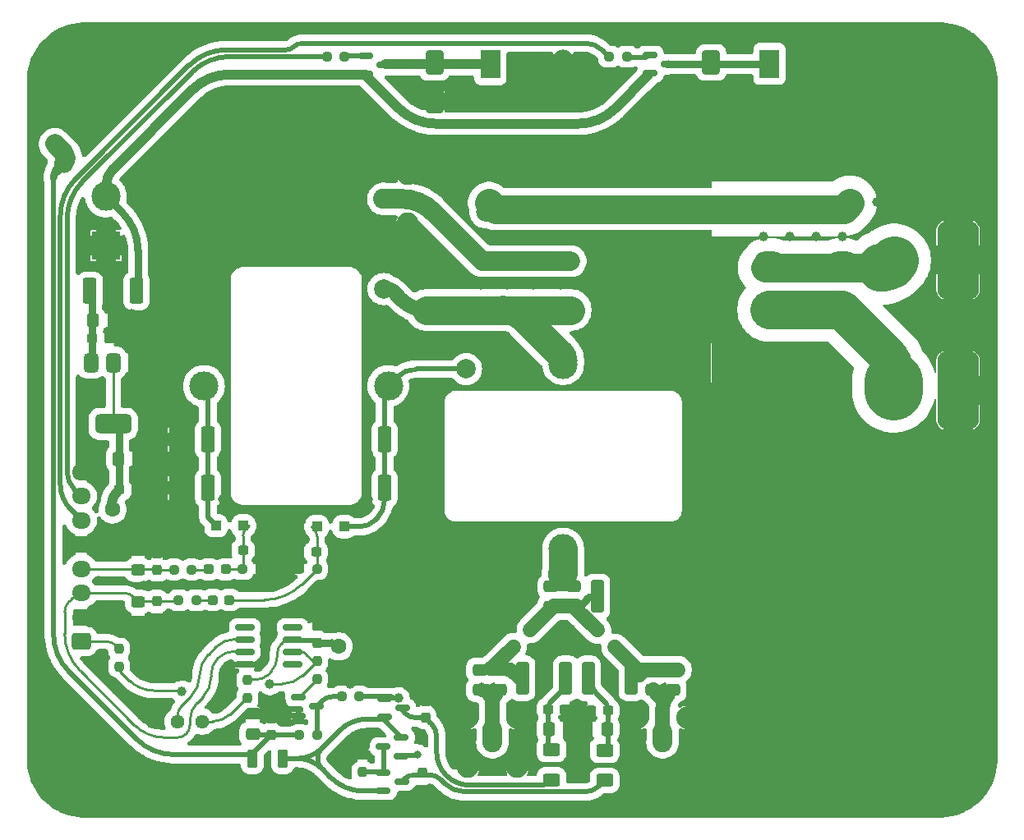
<source format=gtl>
%TF.GenerationSoftware,KiCad,Pcbnew,8.0.5*%
%TF.CreationDate,2024-09-26T13:51:17+09:30*%
%TF.ProjectId,TXRX_relay_board,54585258-5f72-4656-9c61-795f626f6172,1.2*%
%TF.SameCoordinates,Original*%
%TF.FileFunction,Copper,L1,Top*%
%TF.FilePolarity,Positive*%
%FSLAX46Y46*%
G04 Gerber Fmt 4.6, Leading zero omitted, Abs format (unit mm)*
G04 Created by KiCad (PCBNEW 8.0.5) date 2024-09-26 13:51:17*
%MOMM*%
%LPD*%
G01*
G04 APERTURE LIST*
G04 Aperture macros list*
%AMRoundRect*
0 Rectangle with rounded corners*
0 $1 Rounding radius*
0 $2 $3 $4 $5 $6 $7 $8 $9 X,Y pos of 4 corners*
0 Add a 4 corners polygon primitive as box body*
4,1,4,$2,$3,$4,$5,$6,$7,$8,$9,$2,$3,0*
0 Add four circle primitives for the rounded corners*
1,1,$1+$1,$2,$3*
1,1,$1+$1,$4,$5*
1,1,$1+$1,$6,$7*
1,1,$1+$1,$8,$9*
0 Add four rect primitives between the rounded corners*
20,1,$1+$1,$2,$3,$4,$5,0*
20,1,$1+$1,$4,$5,$6,$7,0*
20,1,$1+$1,$6,$7,$8,$9,0*
20,1,$1+$1,$8,$9,$2,$3,0*%
G04 Aperture macros list end*
%TA.AperFunction,SMDPad,CuDef*%
%ADD10RoundRect,0.250000X-0.450000X0.325000X-0.450000X-0.325000X0.450000X-0.325000X0.450000X0.325000X0*%
%TD*%
%TA.AperFunction,SMDPad,CuDef*%
%ADD11RoundRect,0.237500X0.287500X0.237500X-0.287500X0.237500X-0.287500X-0.237500X0.287500X-0.237500X0*%
%TD*%
%TA.AperFunction,ComponentPad*%
%ADD12O,3.000000X2.000000*%
%TD*%
%TA.AperFunction,ComponentPad*%
%ADD13O,2.000000X3.000000*%
%TD*%
%TA.AperFunction,ComponentPad*%
%ADD14R,2.000000X3.000000*%
%TD*%
%TA.AperFunction,SMDPad,CuDef*%
%ADD15RoundRect,0.237500X0.237500X-0.250000X0.237500X0.250000X-0.237500X0.250000X-0.237500X-0.250000X0*%
%TD*%
%TA.AperFunction,SMDPad,CuDef*%
%ADD16RoundRect,0.237500X0.250000X0.237500X-0.250000X0.237500X-0.250000X-0.237500X0.250000X-0.237500X0*%
%TD*%
%TA.AperFunction,SMDPad,CuDef*%
%ADD17RoundRect,0.250000X0.475000X-0.337500X0.475000X0.337500X-0.475000X0.337500X-0.475000X-0.337500X0*%
%TD*%
%TA.AperFunction,SMDPad,CuDef*%
%ADD18RoundRect,0.237500X-0.300000X-0.237500X0.300000X-0.237500X0.300000X0.237500X-0.300000X0.237500X0*%
%TD*%
%TA.AperFunction,SMDPad,CuDef*%
%ADD19RoundRect,0.375000X-0.375000X0.625000X-0.375000X-0.625000X0.375000X-0.625000X0.375000X0.625000X0*%
%TD*%
%TA.AperFunction,SMDPad,CuDef*%
%ADD20RoundRect,0.500000X-1.400000X0.500000X-1.400000X-0.500000X1.400000X-0.500000X1.400000X0.500000X0*%
%TD*%
%TA.AperFunction,SMDPad,CuDef*%
%ADD21RoundRect,0.237500X-0.250000X-0.237500X0.250000X-0.237500X0.250000X0.237500X-0.250000X0.237500X0*%
%TD*%
%TA.AperFunction,SMDPad,CuDef*%
%ADD22RoundRect,0.150000X0.587500X0.150000X-0.587500X0.150000X-0.587500X-0.150000X0.587500X-0.150000X0*%
%TD*%
%TA.AperFunction,SMDPad,CuDef*%
%ADD23RoundRect,0.150000X-0.587500X-0.150000X0.587500X-0.150000X0.587500X0.150000X-0.587500X0.150000X0*%
%TD*%
%TA.AperFunction,SMDPad,CuDef*%
%ADD24RoundRect,0.250000X-0.475000X0.337500X-0.475000X-0.337500X0.475000X-0.337500X0.475000X0.337500X0*%
%TD*%
%TA.AperFunction,ComponentPad*%
%ADD25R,3.000000X3.000000*%
%TD*%
%TA.AperFunction,ComponentPad*%
%ADD26C,3.000000*%
%TD*%
%TA.AperFunction,SMDPad,CuDef*%
%ADD27RoundRect,0.250000X-0.400000X-1.450000X0.400000X-1.450000X0.400000X1.450000X-0.400000X1.450000X0*%
%TD*%
%TA.AperFunction,SMDPad,CuDef*%
%ADD28RoundRect,0.250000X-0.625000X0.400000X-0.625000X-0.400000X0.625000X-0.400000X0.625000X0.400000X0*%
%TD*%
%TA.AperFunction,SMDPad,CuDef*%
%ADD29RoundRect,0.237500X0.237500X-0.300000X0.237500X0.300000X-0.237500X0.300000X-0.237500X-0.300000X0*%
%TD*%
%TA.AperFunction,SMDPad,CuDef*%
%ADD30RoundRect,0.237500X0.300000X0.237500X-0.300000X0.237500X-0.300000X-0.237500X0.300000X-0.237500X0*%
%TD*%
%TA.AperFunction,SMDPad,CuDef*%
%ADD31RoundRect,0.250000X0.300000X0.300000X-0.300000X0.300000X-0.300000X-0.300000X0.300000X-0.300000X0*%
%TD*%
%TA.AperFunction,SMDPad,CuDef*%
%ADD32RoundRect,0.250000X-0.650000X1.000000X-0.650000X-1.000000X0.650000X-1.000000X0.650000X1.000000X0*%
%TD*%
%TA.AperFunction,SMDPad,CuDef*%
%ADD33RoundRect,0.250000X-0.337500X-0.475000X0.337500X-0.475000X0.337500X0.475000X-0.337500X0.475000X0*%
%TD*%
%TA.AperFunction,SMDPad,CuDef*%
%ADD34RoundRect,0.250000X-0.353553X0.000000X0.000000X-0.353553X0.353553X0.000000X0.000000X0.353553X0*%
%TD*%
%TA.AperFunction,SMDPad,CuDef*%
%ADD35RoundRect,0.250000X0.450000X-0.325000X0.450000X0.325000X-0.450000X0.325000X-0.450000X-0.325000X0*%
%TD*%
%TA.AperFunction,ComponentPad*%
%ADD36C,2.050000*%
%TD*%
%TA.AperFunction,ComponentPad*%
%ADD37C,2.250000*%
%TD*%
%TA.AperFunction,SMDPad,CuDef*%
%ADD38RoundRect,0.249999X-0.450001X-1.075001X0.450001X-1.075001X0.450001X1.075001X-0.450001X1.075001X0*%
%TD*%
%TA.AperFunction,SMDPad,CuDef*%
%ADD39RoundRect,0.237500X-0.237500X0.300000X-0.237500X-0.300000X0.237500X-0.300000X0.237500X0.300000X0*%
%TD*%
%TA.AperFunction,SMDPad,CuDef*%
%ADD40RoundRect,0.250000X0.337500X0.475000X-0.337500X0.475000X-0.337500X-0.475000X0.337500X-0.475000X0*%
%TD*%
%TA.AperFunction,SMDPad,CuDef*%
%ADD41RoundRect,0.250000X-0.300000X-0.300000X0.300000X-0.300000X0.300000X0.300000X-0.300000X0.300000X0*%
%TD*%
%TA.AperFunction,SMDPad,CuDef*%
%ADD42RoundRect,0.250000X-0.275000X-0.700000X0.275000X-0.700000X0.275000X0.700000X-0.275000X0.700000X0*%
%TD*%
%TA.AperFunction,SMDPad,CuDef*%
%ADD43RoundRect,1.075000X1.075000X2.975000X-1.075000X2.975000X-1.075000X-2.975000X1.075000X-2.975000X0*%
%TD*%
%TA.AperFunction,SMDPad,CuDef*%
%ADD44RoundRect,0.250000X0.000000X0.353553X-0.353553X0.000000X0.000000X-0.353553X0.353553X0.000000X0*%
%TD*%
%TA.AperFunction,SMDPad,CuDef*%
%ADD45RoundRect,0.237500X-0.237500X0.250000X-0.237500X-0.250000X0.237500X-0.250000X0.237500X0.250000X0*%
%TD*%
%TA.AperFunction,ComponentPad*%
%ADD46RoundRect,0.250000X0.725000X-0.600000X0.725000X0.600000X-0.725000X0.600000X-0.725000X-0.600000X0*%
%TD*%
%TA.AperFunction,ComponentPad*%
%ADD47O,1.950000X1.700000*%
%TD*%
%TA.AperFunction,ComponentPad*%
%ADD48C,1.440000*%
%TD*%
%TA.AperFunction,SMDPad,CuDef*%
%ADD49RoundRect,0.249999X0.450001X1.075001X-0.450001X1.075001X-0.450001X-1.075001X0.450001X-1.075001X0*%
%TD*%
%TA.AperFunction,SMDPad,CuDef*%
%ADD50RoundRect,0.150000X-0.825000X-0.150000X0.825000X-0.150000X0.825000X0.150000X-0.825000X0.150000X0*%
%TD*%
%TA.AperFunction,ComponentPad*%
%ADD51C,2.000000*%
%TD*%
%TA.AperFunction,ViaPad*%
%ADD52C,1.000000*%
%TD*%
%TA.AperFunction,ViaPad*%
%ADD53C,0.800000*%
%TD*%
%TA.AperFunction,ViaPad*%
%ADD54C,2.000000*%
%TD*%
%TA.AperFunction,ViaPad*%
%ADD55C,6.000000*%
%TD*%
%TA.AperFunction,ViaPad*%
%ADD56C,1.600000*%
%TD*%
%TA.AperFunction,ViaPad*%
%ADD57C,1.400000*%
%TD*%
%TA.AperFunction,Conductor*%
%ADD58C,0.250000*%
%TD*%
%TA.AperFunction,Conductor*%
%ADD59C,0.750000*%
%TD*%
%TA.AperFunction,Conductor*%
%ADD60C,0.500000*%
%TD*%
%TA.AperFunction,Conductor*%
%ADD61C,1.000000*%
%TD*%
%TA.AperFunction,Conductor*%
%ADD62C,1.500000*%
%TD*%
%TA.AperFunction,Conductor*%
%ADD63C,2.000000*%
%TD*%
%TA.AperFunction,Conductor*%
%ADD64C,4.000000*%
%TD*%
%TA.AperFunction,Conductor*%
%ADD65C,6.000000*%
%TD*%
%TA.AperFunction,Conductor*%
%ADD66C,3.000000*%
%TD*%
%TA.AperFunction,Conductor*%
%ADD67C,5.000000*%
%TD*%
%ADD68C,0.350000*%
G04 APERTURE END LIST*
D10*
%TO.P,D6,1,A1*%
%TO.N,GND*%
X76454000Y-112411400D03*
%TO.P,D6,2,A2*%
%TO.N,REF_PWR*%
X76454000Y-114461400D03*
%TD*%
D11*
%TO.P,L5,1*%
%TO.N,Net-(D3-K)*%
X85888800Y-117559800D03*
%TO.P,L5,2*%
%TO.N,Net-(L5-Pad2)*%
X84138800Y-117559800D03*
%TD*%
D12*
%TO.P,K1,11*%
%TO.N,Net-(J3-In)*%
X120250000Y-82622800D03*
X112750000Y-82622800D03*
%TO.P,K1,12*%
%TO.N,Net-(K1-Pad12)*%
X120250000Y-77582800D03*
X112750000Y-77582800D03*
%TO.P,K1,14*%
%TO.N,Net-(K1-Pad14)*%
X120250000Y-87662800D03*
X112750000Y-87662800D03*
D13*
%TO.P,K1,A1*%
%TO.N,GND*%
X120250000Y-62322800D03*
D14*
%TO.P,K1,A2*%
%TO.N,Net-(D1-K)*%
X112750000Y-62322800D03*
%TD*%
D15*
%TO.P,R16,1*%
%TO.N,Net-(Q3-B)*%
X94886000Y-125701000D03*
%TO.P,R16,2*%
%TO.N,Net-(R16-Pad2)*%
X94886000Y-123876000D03*
%TD*%
D16*
%TO.P,R10,1*%
%TO.N,Net-(L5-Pad2)*%
X82471900Y-117585200D03*
%TO.P,R10,2*%
%TO.N,FWD_PWR*%
X80646900Y-117585200D03*
%TD*%
D17*
%TO.P,C20,1*%
%TO.N,+12V*%
X88282000Y-131387500D03*
%TO.P,C20,2*%
%TO.N,GND*%
X88282000Y-129312500D03*
%TD*%
D18*
%TO.P,C10,1*%
%TO.N,Net-(C10-Pad1)*%
X118706308Y-128826746D03*
%TO.P,C10,2*%
%TO.N,GND*%
X120431308Y-128826746D03*
%TD*%
D19*
%TO.P,U2,1,GND*%
%TO.N,GND*%
X76200000Y-93100000D03*
%TO.P,U2,2,VO*%
%TO.N,+5V*%
X73900000Y-93100000D03*
D20*
X73900000Y-99400000D03*
D19*
%TO.P,U2,3,VI*%
%TO.N,Net-(U2-VI)*%
X71600000Y-93100000D03*
%TD*%
D21*
%TO.P,R4,1*%
%TO.N,Net-(D2-K)*%
X87225500Y-114376200D03*
%TO.P,R4,2*%
%TO.N,GND*%
X89050500Y-114376200D03*
%TD*%
D22*
%TO.P,Q4,1,B*%
%TO.N,Net-(Q4-B)*%
X103575000Y-133650000D03*
%TO.P,Q4,2,E*%
%TO.N,Net-(Q4-E)*%
X103575000Y-131750000D03*
%TO.P,Q4,3,C*%
%TO.N,Net-(Q4-C)*%
X101700000Y-132700000D03*
%TD*%
D12*
%TO.P,K2,11*%
%TO.N,Net-(J6-In)*%
X149000000Y-82590000D03*
X141500000Y-82590000D03*
%TO.P,K2,12*%
%TO.N,Net-(K1-Pad12)*%
X149000000Y-77550000D03*
X141500000Y-77550000D03*
%TO.P,K2,14*%
%TO.N,Net-(J5-In)*%
X149000000Y-87630000D03*
X141500000Y-87630000D03*
D14*
%TO.P,K2,A1*%
%TO.N,Net-(D8-K)*%
X141500000Y-62290000D03*
D13*
%TO.P,K2,A2*%
%TO.N,GND*%
X149000000Y-62290000D03*
%TD*%
D23*
%TO.P,Q1,1,B*%
%TO.N,Net-(Q1-B)*%
X99925000Y-61450000D03*
%TO.P,Q1,2,E*%
%TO.N,+12V*%
X99925000Y-63350000D03*
%TO.P,Q1,3,C*%
%TO.N,Net-(D1-K)*%
X101800000Y-62400000D03*
%TD*%
D18*
%TO.P,C1,1*%
%TO.N,Net-(D2-K)*%
X87275500Y-112420400D03*
%TO.P,C1,2*%
%TO.N,GND*%
X89000500Y-112420400D03*
%TD*%
D24*
%TO.P,C14,1*%
%TO.N,Net-(D4-A)*%
X131600000Y-124762500D03*
%TO.P,C14,2*%
%TO.N,Net-(J4-In)*%
X131600000Y-126837500D03*
%TD*%
D25*
%TO.P,J1,1,Pin_1*%
%TO.N,GND*%
X73152000Y-81026000D03*
D26*
%TO.P,J1,2,Pin_2*%
%TO.N,+12V*%
X73152000Y-75946000D03*
%TD*%
D27*
%TO.P,L7,1*%
%TO.N,Net-(D5-A)*%
X116073808Y-125651746D03*
%TO.P,L7,2*%
%TO.N,Net-(C10-Pad1)*%
X120523808Y-125651746D03*
%TD*%
D28*
%TO.P,R11,1*%
%TO.N,Net-(C11-Pad1)*%
X124521808Y-133070000D03*
%TO.P,R11,2*%
%TO.N,~{Bias}*%
X124521808Y-136170000D03*
%TD*%
D29*
%TO.P,C17,1*%
%TO.N,+5V*%
X94886000Y-121968000D03*
%TO.P,C17,2*%
%TO.N,GND*%
X94886000Y-120243000D03*
%TD*%
D18*
%TO.P,C19,1*%
%TO.N,Net-(U2-VI)*%
X71746000Y-90605000D03*
%TO.P,C19,2*%
%TO.N,GND*%
X73471000Y-90605000D03*
%TD*%
D27*
%TO.P,L4,1*%
%TO.N,Net-(D4-K)*%
X123775000Y-117199500D03*
%TO.P,L4,2*%
%TO.N,GND*%
X128225000Y-117199500D03*
%TD*%
D21*
%TO.P,R18,1*%
%TO.N,+12V*%
X93084500Y-131493000D03*
%TO.P,R18,2*%
%TO.N,Net-(Q3-C)*%
X94909500Y-131493000D03*
%TD*%
D30*
%TO.P,C8,1*%
%TO.N,Net-(C11-Pad1)*%
X124876308Y-128953746D03*
%TO.P,C8,2*%
%TO.N,GND*%
X123151308Y-128953746D03*
%TD*%
D18*
%TO.P,C23,1*%
%TO.N,+5V*%
X74537500Y-106200000D03*
%TO.P,C23,2*%
%TO.N,GND*%
X76262500Y-106200000D03*
%TD*%
D21*
%TO.P,R1,1*%
%TO.N,Rel1*%
X95926500Y-61534000D03*
%TO.P,R1,2*%
%TO.N,Net-(Q1-B)*%
X97751500Y-61534000D03*
%TD*%
D31*
%TO.P,D2,1,K*%
%TO.N,Net-(D2-K)*%
X87300000Y-109900000D03*
%TO.P,D2,2,A*%
%TO.N,Net-(D2-A)*%
X84500000Y-109900000D03*
%TD*%
D16*
%TO.P,R19,1*%
%TO.N,Net-(Q4-B)*%
X99262500Y-127525000D03*
%TO.P,R19,2*%
%TO.N,Net-(Q3-C)*%
X97437500Y-127525000D03*
%TD*%
D29*
%TO.P,C21,1*%
%TO.N,+12V*%
X90187000Y-131466500D03*
%TO.P,C21,2*%
%TO.N,GND*%
X90187000Y-129741500D03*
%TD*%
D32*
%TO.P,D1,1,K*%
%TO.N,Net-(D1-K)*%
X107000000Y-62135000D03*
%TO.P,D1,2,A*%
%TO.N,GND*%
X107000000Y-66135000D03*
%TD*%
D23*
%TO.P,Q5,1,B*%
%TO.N,Net-(Q4-B)*%
X101825000Y-127750000D03*
%TO.P,Q5,2,E*%
%TO.N,Net-(Q4-E)*%
X101825000Y-129650000D03*
%TO.P,Q5,3,C*%
%TO.N,Bias*%
X103700000Y-128700000D03*
%TD*%
D24*
%TO.P,C3,1*%
%TO.N,Net-(C3-Pad1)*%
X121319377Y-116133623D03*
%TO.P,C3,2*%
%TO.N,Net-(D4-K)*%
X121319377Y-118208623D03*
%TD*%
%TO.P,C5,1*%
%TO.N,Net-(D5-A)*%
X113750000Y-124762500D03*
%TO.P,C5,2*%
%TO.N,Net-(C5-Pad2)*%
X113750000Y-126837500D03*
%TD*%
D33*
%TO.P,C12,1*%
%TO.N,Net-(C10-Pad1)*%
X118763808Y-130858746D03*
%TO.P,C12,2*%
%TO.N,GND*%
X120838808Y-130858746D03*
%TD*%
D34*
%TO.P,D4,1,K*%
%TO.N,Net-(D4-K)*%
X123816117Y-120666117D03*
%TO.P,D4,2,A*%
%TO.N,Net-(D4-A)*%
X125583883Y-122433883D03*
%TD*%
D33*
%TO.P,C18,1*%
%TO.N,Net-(U2-VI)*%
X71825000Y-88700000D03*
%TO.P,C18,2*%
%TO.N,GND*%
X73900000Y-88700000D03*
%TD*%
D35*
%TO.P,D7,1,A1*%
%TO.N,GND*%
X76479400Y-119778600D03*
%TO.P,D7,2,A2*%
%TO.N,FWD_PWR*%
X76479400Y-117728600D03*
%TD*%
D23*
%TO.P,Q3,1,B*%
%TO.N,Net-(Q3-B)*%
X93000000Y-127600000D03*
%TO.P,Q3,2,E*%
%TO.N,GND*%
X93000000Y-129500000D03*
%TO.P,Q3,3,C*%
%TO.N,Net-(Q3-C)*%
X94875000Y-128550000D03*
%TD*%
D36*
%TO.P,J4,1,In*%
%TO.N,Net-(J4-In)*%
X130490808Y-132232500D03*
D37*
%TO.P,J4,2,Ext*%
%TO.N,GND*%
X133030808Y-129692500D03*
X127950808Y-129692500D03*
X133030808Y-134772500D03*
X127950808Y-134772500D03*
%TD*%
D15*
%TO.P,R20,1*%
%TO.N,Net-(Q4-C)*%
X99585000Y-135326500D03*
%TO.P,R20,2*%
%TO.N,GND*%
X99585000Y-133501500D03*
%TD*%
D24*
%TO.P,C4,1*%
%TO.N,Net-(C3-Pad1)*%
X119000000Y-116162000D03*
%TO.P,C4,2*%
%TO.N,Net-(D4-K)*%
X119000000Y-118237000D03*
%TD*%
D38*
%TO.P,R6,1*%
%TO.N,Net-(D3-A)*%
X101850000Y-101000000D03*
%TO.P,R6,2*%
%TO.N,GND*%
X106650000Y-101000000D03*
%TD*%
D39*
%TO.P,C9,1*%
%TO.N,FWD_PWR*%
X78384400Y-117687900D03*
%TO.P,C9,2*%
%TO.N,GND*%
X78384400Y-119412900D03*
%TD*%
D27*
%TO.P,L6,1*%
%TO.N,Net-(C11-Pad1)*%
X122825000Y-125650000D03*
%TO.P,L6,2*%
%TO.N,Net-(D4-A)*%
X127275000Y-125650000D03*
%TD*%
D21*
%TO.P,R13,1*%
%TO.N,Rel2*%
X125000000Y-61534000D03*
%TO.P,R13,2*%
%TO.N,Net-(Q2-B)*%
X126825000Y-61534000D03*
%TD*%
D40*
%TO.P,C11,1*%
%TO.N,Net-(C11-Pad1)*%
X124797308Y-130858746D03*
%TO.P,C11,2*%
%TO.N,GND*%
X122722308Y-130858746D03*
%TD*%
D11*
%TO.P,L3,1*%
%TO.N,Net-(D2-K)*%
X85482400Y-114401600D03*
%TO.P,L3,2*%
%TO.N,Net-(L3-Pad2)*%
X83732400Y-114401600D03*
%TD*%
D23*
%TO.P,Q6,1,B*%
%TO.N,Net-(Q4-C)*%
X101725000Y-135350000D03*
%TO.P,Q6,2,E*%
%TO.N,Net-(Q4-E)*%
X101725000Y-137250000D03*
%TO.P,Q6,3,C*%
%TO.N,~{Bias}*%
X103600000Y-136300000D03*
%TD*%
D24*
%TO.P,C7,1*%
%TO.N,Net-(D5-A)*%
X111650000Y-124762500D03*
%TO.P,C7,2*%
%TO.N,Net-(C5-Pad2)*%
X111650000Y-126837500D03*
%TD*%
D23*
%TO.P,Q2,1,B*%
%TO.N,Net-(Q2-B)*%
X129225000Y-61350000D03*
%TO.P,Q2,2,E*%
%TO.N,+12V*%
X129225000Y-63250000D03*
%TO.P,Q2,3,C*%
%TO.N,Net-(D8-K)*%
X131100000Y-62300000D03*
%TD*%
D41*
%TO.P,D3,1,K*%
%TO.N,Net-(D3-K)*%
X94900000Y-110000000D03*
%TO.P,D3,2,A*%
%TO.N,Net-(D3-A)*%
X97700000Y-110000000D03*
%TD*%
D38*
%TO.P,R2,1*%
%TO.N,GND*%
X78850000Y-106000000D03*
%TO.P,R2,2*%
%TO.N,Net-(D2-A)*%
X83650000Y-106000000D03*
%TD*%
D30*
%TO.P,C2,1*%
%TO.N,Net-(D3-K)*%
X94817100Y-112598200D03*
%TO.P,C2,2*%
%TO.N,GND*%
X93092100Y-112598200D03*
%TD*%
D42*
%TO.P,L8,1*%
%TO.N,+12V*%
X88231000Y-133906000D03*
%TO.P,L8,2*%
%TO.N,Net-(Q4-E)*%
X91381000Y-133906000D03*
%TD*%
D33*
%TO.P,C22,1*%
%TO.N,+5V*%
X74400500Y-103000000D03*
%TO.P,C22,2*%
%TO.N,GND*%
X76475500Y-103000000D03*
%TD*%
D26*
%TO.P,J5,1,In*%
%TO.N,Net-(J5-In)*%
X154300000Y-96000000D03*
D43*
%TO.P,J5,2,Ext*%
%TO.N,GND*%
X160950000Y-95950000D03*
%TD*%
D44*
%TO.P,D5,1,K*%
%TO.N,Net-(D4-K)*%
X116883883Y-120616117D03*
%TO.P,D5,2,A*%
%TO.N,Net-(D5-A)*%
X115116117Y-122383883D03*
%TD*%
D29*
%TO.P,C16,1*%
%TO.N,Bias*%
X106062000Y-129688500D03*
%TO.P,C16,2*%
%TO.N,GND*%
X106062000Y-127963500D03*
%TD*%
D38*
%TO.P,R3,1*%
%TO.N,GND*%
X78850000Y-101000000D03*
%TO.P,R3,2*%
%TO.N,Net-(D2-A)*%
X83650000Y-101000000D03*
%TD*%
D45*
%TO.P,R17,1*%
%TO.N,HIGH_PWR_IN*%
X74500000Y-122587500D03*
%TO.P,R17,2*%
%TO.N,Net-(R16-Pad2)*%
X74500000Y-124412500D03*
%TD*%
D32*
%TO.P,D8,1,K*%
%TO.N,Net-(D8-K)*%
X135500000Y-62135000D03*
%TO.P,D8,2,A*%
%TO.N,GND*%
X135500000Y-66135000D03*
%TD*%
D39*
%TO.P,C15,1*%
%TO.N,~{Bias}*%
X105727000Y-135387500D03*
%TO.P,C15,2*%
%TO.N,GND*%
X105727000Y-137112500D03*
%TD*%
D29*
%TO.P,C6,1*%
%TO.N,REF_PWR*%
X78435200Y-114476700D03*
%TO.P,C6,2*%
%TO.N,GND*%
X78435200Y-112751700D03*
%TD*%
D24*
%TO.P,C13,1*%
%TO.N,Net-(D4-A)*%
X129500000Y-124777348D03*
%TO.P,C13,2*%
%TO.N,Net-(J4-In)*%
X129500000Y-126852348D03*
%TD*%
D46*
%TO.P,J2,1,Pin_1*%
%TO.N,HIGH_PWR_IN*%
X70600000Y-121850000D03*
D47*
%TO.P,J2,2,Pin_2*%
%TO.N,GND*%
X70600000Y-119350000D03*
%TO.P,J2,3,Pin_3*%
%TO.N,FWD_PWR*%
X70600000Y-116850000D03*
%TO.P,J2,4,Pin_4*%
%TO.N,REF_PWR*%
X70600000Y-114350000D03*
%TO.P,J2,5,Pin_5*%
%TO.N,GND*%
X70600000Y-111850000D03*
%TO.P,J2,6,Pin_6*%
%TO.N,Rel2*%
X70600000Y-109350000D03*
%TO.P,J2,7,Pin_7*%
%TO.N,Rel1*%
X70600000Y-106850000D03*
%TO.P,J2,8,Pin_8*%
%TO.N,GND*%
X70600000Y-104350000D03*
%TD*%
D36*
%TO.P,J3,1,In*%
%TO.N,Net-(J3-In)*%
X101727000Y-76200000D03*
D37*
%TO.P,J3,2,Ext*%
%TO.N,GND*%
X99187000Y-73660000D03*
X99187000Y-78740000D03*
X104267000Y-73660000D03*
X104267000Y-78740000D03*
%TD*%
D48*
%TO.P,RV1,1,1*%
%TO.N,Net-(R14-Pad2)*%
X83075000Y-130096000D03*
%TO.P,RV1,2,2*%
%TO.N,Net-(U1--)*%
X80535000Y-130096000D03*
%TO.P,RV1,3,3*%
%TO.N,GND*%
X77995000Y-130096000D03*
%TD*%
D38*
%TO.P,R5,1*%
%TO.N,Net-(D3-A)*%
X101850000Y-106000000D03*
%TO.P,R5,2*%
%TO.N,GND*%
X106650000Y-106000000D03*
%TD*%
D36*
%TO.P,R9,1*%
%TO.N,Net-(C5-Pad2)*%
X112969808Y-132232500D03*
D37*
%TO.P,R9,2*%
%TO.N,GND*%
X110429808Y-129692500D03*
X110429808Y-134772500D03*
X115509808Y-129692500D03*
X115509808Y-134772500D03*
%TD*%
D26*
%TO.P,J6,1,In*%
%TO.N,Net-(J6-In)*%
X154300000Y-82550000D03*
D43*
%TO.P,J6,2,Ext*%
%TO.N,GND*%
X160950000Y-82500000D03*
%TD*%
D49*
%TO.P,R15,1*%
%TO.N,+12V*%
X76300000Y-85700000D03*
%TO.P,R15,2*%
%TO.N,Net-(U2-VI)*%
X71500000Y-85700000D03*
%TD*%
D16*
%TO.P,R7,1*%
%TO.N,Net-(D3-K)*%
X94892500Y-114376200D03*
%TO.P,R7,2*%
%TO.N,GND*%
X93067500Y-114376200D03*
%TD*%
D50*
%TO.P,U1,1,VOS*%
%TO.N,unconnected-(U1-VOS-Pad1)*%
X87450000Y-120390000D03*
%TO.P,U1,2,-*%
%TO.N,Net-(U1--)*%
X87450000Y-121660000D03*
%TO.P,U1,3,+*%
%TO.N,FWD_PWR*%
X87450000Y-122930000D03*
%TO.P,U1,4,V-*%
%TO.N,GND*%
X87450000Y-124200000D03*
%TO.P,U1,5,NC*%
%TO.N,unconnected-(U1-NC-Pad5)*%
X92400000Y-124200000D03*
%TO.P,U1,6*%
%TO.N,Net-(R16-Pad2)*%
X92400000Y-122930000D03*
%TO.P,U1,7,V+*%
%TO.N,+5V*%
X92400000Y-121660000D03*
%TO.P,U1,8,VOS*%
%TO.N,unconnected-(U1-VOS-Pad8)*%
X92400000Y-120390000D03*
%TD*%
D45*
%TO.P,R14,1*%
%TO.N,+5V*%
X87731600Y-125833500D03*
%TO.P,R14,2*%
%TO.N,Net-(R14-Pad2)*%
X87731600Y-127658500D03*
%TD*%
D28*
%TO.P,R12,1*%
%TO.N,Net-(C10-Pad1)*%
X119060808Y-132991746D03*
%TO.P,R12,2*%
%TO.N,Bias*%
X119060808Y-136091746D03*
%TD*%
D16*
%TO.P,R8,1*%
%TO.N,Net-(L3-Pad2)*%
X81989300Y-114427000D03*
%TO.P,R8,2*%
%TO.N,REF_PWR*%
X80164300Y-114427000D03*
%TD*%
D26*
%TO.P,L2,1,1*%
%TO.N,Net-(K1-Pad14)*%
X120250000Y-93250000D03*
%TO.P,L2,2,2*%
%TO.N,Net-(C3-Pad1)*%
X120250000Y-112250000D03*
D51*
%TO.P,L2,3,3*%
%TO.N,GND*%
X110250000Y-111750000D03*
%TO.P,L2,4,4*%
%TO.N,Net-(D3-A)*%
X110250000Y-93750000D03*
%TD*%
D26*
%TO.P,L1,1,1*%
%TO.N,Net-(D3-A)*%
X102250000Y-95500000D03*
%TO.P,L1,2,2*%
%TO.N,Net-(D2-A)*%
X83250000Y-95500000D03*
D51*
%TO.P,L1,3,3*%
%TO.N,GND*%
X83750000Y-85500000D03*
%TO.P,L1,4,4*%
%TO.N,Net-(K1-Pad14)*%
X101750000Y-85500000D03*
%TD*%
D52*
%TO.N,GND*%
X132886266Y-58700000D03*
X98134314Y-70450000D03*
X164050000Y-123900000D03*
X87271570Y-82000000D03*
X113180396Y-70750000D03*
X84000000Y-135250000D03*
X66200000Y-123040000D03*
X95500000Y-76900000D03*
X96418400Y-117017800D03*
X66200000Y-90520000D03*
X149000000Y-80100000D03*
X86913734Y-138850000D03*
X164050000Y-91380000D03*
X139440198Y-101850000D03*
X126600000Y-87784314D03*
X143943140Y-138850000D03*
X128700000Y-86915686D03*
X97600000Y-124700000D03*
X102000000Y-121484314D03*
X80700000Y-102962744D03*
X157700000Y-86300000D03*
X77063600Y-116103400D03*
X164050000Y-104930000D03*
D53*
X121750000Y-129300000D03*
D52*
X136400000Y-82650000D03*
X79200000Y-94784314D03*
X133800000Y-84515686D03*
X140640198Y-104400000D03*
X102430000Y-123340000D03*
X133750000Y-116750000D03*
X100150000Y-102450000D03*
X85300000Y-102600000D03*
X146464696Y-58700000D03*
X162265686Y-70800000D03*
X110450000Y-66150000D03*
X110464710Y-70750000D03*
X108700000Y-76100000D03*
X144871570Y-101850000D03*
X80700000Y-89384314D03*
X106100000Y-82000000D03*
X117105884Y-72200000D03*
X136400000Y-120697058D03*
X164050000Y-126610000D03*
X133750000Y-103418628D03*
X113500000Y-93950000D03*
X89987256Y-82000000D03*
X136400000Y-131559802D03*
X124100000Y-110850000D03*
X114505884Y-85100000D03*
X124400000Y-81315686D03*
X133000000Y-66100000D03*
X91750000Y-136500000D03*
X66200000Y-74260000D03*
X136400000Y-109834314D03*
X103207850Y-138850000D03*
X113000000Y-117400000D03*
X146284314Y-80100000D03*
X144737256Y-106400000D03*
X118611768Y-70750000D03*
X97700000Y-132700000D03*
X127968628Y-72200000D03*
X116250000Y-66150000D03*
X116786280Y-138850000D03*
X94996000Y-118745000D03*
X164050000Y-113060000D03*
X78750000Y-135250000D03*
X77495400Y-125526800D03*
X80721200Y-112750600D03*
X115896082Y-70750000D03*
X114168628Y-138800000D03*
X126600000Y-82800000D03*
X128700000Y-94615686D03*
X143749010Y-58700000D03*
X126600000Y-93215686D03*
X104900000Y-107718628D03*
X97400000Y-120100000D03*
D53*
X80650000Y-87400000D03*
D52*
X135601952Y-58700000D03*
X76050000Y-109250000D03*
X127550000Y-120450000D03*
X113876464Y-58700000D03*
X66200000Y-79680000D03*
X122023522Y-58700000D03*
X114600000Y-115700000D03*
X105650000Y-131600000D03*
X127454894Y-58700000D03*
X71100000Y-95300000D03*
X70350000Y-69450000D03*
X124500000Y-86831372D03*
X120100000Y-80000000D03*
X164050000Y-80540000D03*
X80111600Y-119456200D03*
X107750000Y-127400000D03*
X133750000Y-114034314D03*
X109550000Y-126050000D03*
X100298034Y-58700000D03*
X107100000Y-74500000D03*
X156934314Y-104400000D03*
X149180382Y-58700000D03*
X94866662Y-58700000D03*
X74200000Y-126850000D03*
X91200000Y-127950000D03*
X92702942Y-82000000D03*
X124043140Y-70750000D03*
X89865200Y-121900000D03*
D53*
X122450000Y-132900000D03*
D52*
X124933338Y-138850000D03*
X80700000Y-92100000D03*
X88265000Y-116052600D03*
X97840800Y-113055400D03*
X100200000Y-107150000D03*
X133750000Y-119068628D03*
X107500000Y-122184314D03*
X146071570Y-104400000D03*
X95418628Y-70450000D03*
X126600000Y-85515686D03*
D54*
X161000000Y-77000000D03*
D52*
X133750000Y-97987256D03*
D54*
X157400000Y-101900000D03*
D52*
X122537256Y-72200000D03*
X111790198Y-85100000D03*
X83540600Y-112725200D03*
X66200000Y-125750000D03*
X136400000Y-112550000D03*
X100150000Y-98050000D03*
X136400000Y-90797058D03*
X162700000Y-67200000D03*
X111160778Y-58700000D03*
X108065686Y-91000000D03*
X133750000Y-121784314D03*
X125300000Y-72200000D03*
X97850000Y-135100000D03*
X103565686Y-82000000D03*
X128700000Y-91900000D03*
D53*
X84226400Y-128473200D03*
D52*
X109450000Y-84750000D03*
X66200000Y-87810000D03*
X117221570Y-85100000D03*
X111550000Y-118850000D03*
X66200000Y-106780000D03*
D53*
X148300000Y-95500000D03*
D52*
X136400000Y-115265686D03*
X133800000Y-81800000D03*
X164050000Y-96800000D03*
D53*
X142200000Y-94050000D03*
D52*
X137924512Y-104400000D03*
X136400000Y-93512744D03*
X146658826Y-138850000D03*
X133800000Y-89947058D03*
X130170580Y-58700000D03*
X95450000Y-79350000D03*
X110100000Y-117100000D03*
D55*
X159000000Y-64000000D03*
D52*
X66200000Y-76970000D03*
X138317638Y-58700000D03*
X89629420Y-138850000D03*
X89987256Y-70450000D03*
X124739208Y-58700000D03*
X76100000Y-110750000D03*
X154805884Y-138850000D03*
X98134314Y-82000000D03*
X164050000Y-72410000D03*
X138511768Y-138850000D03*
X136590198Y-106400000D03*
X152550000Y-78350000D03*
X126758826Y-70750000D03*
X77000000Y-100600000D03*
X133750000Y-111318628D03*
X75800000Y-89400000D03*
X114800000Y-80000000D03*
X136400000Y-88081372D03*
X147587256Y-101850000D03*
D55*
X71000000Y-64000000D03*
D52*
X136400000Y-128844116D03*
X104700000Y-65250000D03*
X80700000Y-111109802D03*
X66200000Y-85100000D03*
X164050000Y-115770000D03*
X151896068Y-58700000D03*
X104900000Y-110434314D03*
X76400000Y-104700000D03*
X97582348Y-58700000D03*
X98340000Y-126200000D03*
D53*
X85496400Y-127533400D03*
D52*
X127649024Y-138850000D03*
X86719604Y-58700000D03*
X86250000Y-135250000D03*
X116600000Y-110850000D03*
X152550000Y-76550000D03*
X84003918Y-58700000D03*
X119307836Y-58700000D03*
X84198048Y-138850000D03*
X85250000Y-98300000D03*
X116600000Y-116550000D03*
X133080396Y-138850000D03*
X140540198Y-69900000D03*
X116700000Y-80000000D03*
X152090198Y-138850000D03*
X133750000Y-108850000D03*
X116592150Y-58700000D03*
X81840198Y-82000000D03*
D55*
X71000000Y-134000000D03*
D52*
X109100000Y-115000000D03*
X66200000Y-120330000D03*
X77300000Y-61500000D03*
D53*
X108000000Y-72600000D03*
D52*
X105923536Y-138850000D03*
X108639222Y-138850000D03*
X66200000Y-98650000D03*
D53*
X140350000Y-94050000D03*
D52*
X143568628Y-80100000D03*
X69750000Y-129300000D03*
D53*
X121100000Y-120450000D03*
D52*
X66200000Y-82390000D03*
X66200000Y-93230000D03*
X142155884Y-101850000D03*
X136000000Y-72400000D03*
X141033324Y-58700000D03*
X81288232Y-58700000D03*
X143255884Y-69900000D03*
X104900000Y-99571570D03*
X132190198Y-70750000D03*
X164050000Y-94090000D03*
X139305884Y-106400000D03*
D53*
X121050000Y-134300000D03*
D52*
X100850000Y-70450000D03*
X123800000Y-65600000D03*
X71700000Y-124100000D03*
X91500000Y-129600000D03*
X130100000Y-118500000D03*
D53*
X119550000Y-120450000D03*
D52*
X80700000Y-108394116D03*
X97776478Y-138850000D03*
D54*
X155200000Y-76900000D03*
D52*
X119821570Y-72200000D03*
X66200000Y-109490000D03*
X156150000Y-59950000D03*
X159350000Y-104450000D03*
X99830000Y-122940000D03*
X156834314Y-70800000D03*
D53*
X146450000Y-94100000D03*
D52*
X81482362Y-138850000D03*
X78766676Y-138850000D03*
X128600000Y-81400000D03*
X164050000Y-77830000D03*
X154611754Y-58700000D03*
X128700000Y-89184314D03*
D53*
X121100000Y-132900000D03*
D52*
X81500000Y-135250000D03*
X89900000Y-127950000D03*
X126350000Y-118350000D03*
X97815400Y-115265200D03*
X85150000Y-107200000D03*
D54*
X161000000Y-88200000D03*
D52*
X130364710Y-138850000D03*
X122652942Y-85100000D03*
X141227454Y-138850000D03*
X149168628Y-72350000D03*
X78486000Y-111328200D03*
X92702942Y-70450000D03*
X80700000Y-100247058D03*
X95418628Y-82000000D03*
X77050000Y-99100000D03*
X84555884Y-70450000D03*
D54*
X161000000Y-102000000D03*
D52*
X140852942Y-80100000D03*
D53*
X123450000Y-122500000D03*
D52*
X88250000Y-136500000D03*
X104600000Y-121884314D03*
X135796082Y-138850000D03*
X87271570Y-70450000D03*
D53*
X80650000Y-85450000D03*
D52*
X119937256Y-85100000D03*
X82905600Y-119456200D03*
X136400000Y-126128430D03*
X143737256Y-72350000D03*
X114390198Y-72200000D03*
D53*
X80350000Y-72000000D03*
D52*
X75800000Y-90800000D03*
X164050000Y-85960000D03*
X80700000Y-105678430D03*
X81840198Y-70450000D03*
X112600000Y-80000000D03*
X152500000Y-74750000D03*
X109550000Y-123334314D03*
X136400000Y-96228430D03*
X66150000Y-72250000D03*
X91084400Y-113766600D03*
D53*
X144250000Y-94050000D03*
D52*
X136400000Y-123412744D03*
X105729406Y-58700000D03*
X66200000Y-104070000D03*
X126200000Y-63350000D03*
X145971570Y-69900000D03*
X114850000Y-118200000D03*
X103565686Y-70450000D03*
D54*
X154100000Y-101900000D03*
D52*
X76900000Y-137400000D03*
X105330000Y-123640000D03*
X143355884Y-104400000D03*
X66200000Y-112200000D03*
X158315686Y-106400000D03*
X111674512Y-72200000D03*
X91000000Y-109500000D03*
X107750000Y-83350000D03*
X129450000Y-122200000D03*
X66200000Y-101360000D03*
X89865200Y-120319800D03*
X133800000Y-87231372D03*
X161600000Y-73250000D03*
D55*
X159000000Y-134000000D03*
D52*
X100492164Y-138850000D03*
X134000000Y-124000000D03*
X130684314Y-72200000D03*
X136400000Y-101659802D03*
X118500000Y-80000000D03*
X138305884Y-72350000D03*
X133750000Y-106134314D03*
X105350000Y-91000000D03*
X79200000Y-97500000D03*
X138100000Y-66100000D03*
D53*
X118298808Y-125651746D03*
D52*
X92150976Y-58700000D03*
X151884314Y-72350000D03*
D53*
X117750000Y-122550000D03*
D52*
X150302942Y-101850000D03*
X99300000Y-121000000D03*
X155300000Y-88200000D03*
X164050000Y-102220000D03*
X157800000Y-79400000D03*
X108445092Y-58700000D03*
X155600000Y-106400000D03*
X164050000Y-75120000D03*
X124500000Y-94531372D03*
X164050000Y-69700000D03*
X138600000Y-80600000D03*
X90982800Y-116001800D03*
X121327454Y-70750000D03*
X101260000Y-126170000D03*
X99550000Y-131500000D03*
X101650000Y-110850000D03*
X106050000Y-118150000D03*
D53*
X125050000Y-125650000D03*
D52*
X124500000Y-89100000D03*
X111354908Y-138850000D03*
D53*
X122450000Y-134350000D03*
D52*
X154600000Y-73250000D03*
X159450000Y-73250000D03*
X78740000Y-122377200D03*
X75800000Y-88050000D03*
D53*
X150350000Y-99150000D03*
D52*
X105580000Y-126140000D03*
X106400000Y-120534314D03*
D54*
X157800000Y-89200000D03*
D52*
X113497058Y-91000000D03*
D54*
X161000000Y-90450000D03*
D52*
X122217652Y-138850000D03*
X164050000Y-83250000D03*
X148687256Y-69900000D03*
D53*
X78450000Y-73550000D03*
D52*
X66871875Y-68033750D03*
X154218628Y-104400000D03*
X157315686Y-73250000D03*
X80695800Y-125501400D03*
X107750000Y-124684314D03*
X159550000Y-70800000D03*
X124500000Y-84115686D03*
X151502942Y-104400000D03*
X75300000Y-95250000D03*
X100850000Y-82000000D03*
X113250000Y-66150000D03*
X130100000Y-115900000D03*
X122100000Y-80000000D03*
X147452942Y-106400000D03*
X107500000Y-116700000D03*
X141021570Y-72350000D03*
X148787256Y-104400000D03*
X66200000Y-114910000D03*
X146452942Y-72350000D03*
X136400000Y-98944116D03*
X84280000Y-131910000D03*
X136400000Y-117981372D03*
X124500000Y-91815686D03*
D53*
X120200000Y-122500000D03*
D52*
X76050000Y-107600000D03*
X79300000Y-60000000D03*
X95500000Y-74600000D03*
D53*
X121750000Y-128200000D03*
D52*
X149374512Y-138850000D03*
X66200000Y-117620000D03*
X133750000Y-95271570D03*
D53*
X149350000Y-97100000D03*
D52*
X104900000Y-102287256D03*
X111800000Y-121350000D03*
X85521800Y-119456200D03*
X164050000Y-107640000D03*
X128700000Y-84200000D03*
X133750000Y-100702942D03*
X92345106Y-138850000D03*
X164050000Y-118480000D03*
X119600000Y-138800000D03*
D53*
X76850000Y-74950000D03*
D52*
X95550000Y-72400000D03*
X101750000Y-89200000D03*
X129474512Y-70750000D03*
X162065686Y-104450000D03*
X68100000Y-127550000D03*
X164050000Y-88670000D03*
X151402942Y-69900000D03*
X91000000Y-111650000D03*
X110781372Y-91000000D03*
X116600000Y-113800000D03*
X104900000Y-96855884D03*
X66200000Y-95940000D03*
X104900000Y-113150000D03*
X113250000Y-119900000D03*
X164050000Y-121190000D03*
X152884314Y-106400000D03*
X94000000Y-136500000D03*
X164050000Y-99510000D03*
X96250000Y-111400000D03*
X104900000Y-105002942D03*
X109300000Y-120834314D03*
X133400000Y-72200000D03*
X85547200Y-112750600D03*
X154118628Y-70800000D03*
X126300000Y-115950000D03*
X103250000Y-64100000D03*
X136400000Y-85365686D03*
X142021570Y-106400000D03*
X81991200Y-122377200D03*
X103800000Y-120134314D03*
X72390000Y-115595400D03*
X95060792Y-138850000D03*
X124150000Y-113350000D03*
X103013720Y-58700000D03*
X133800000Y-92662744D03*
X76950000Y-95250000D03*
X108650000Y-118550000D03*
X89435290Y-58700000D03*
D54*
X157900000Y-77000000D03*
D52*
X164050000Y-110350000D03*
D53*
X121700000Y-135600000D03*
D52*
X164050000Y-129320000D03*
X119150000Y-66150000D03*
X150168628Y-106400000D03*
X111700000Y-115400000D03*
X84555884Y-82000000D03*
X126600000Y-90500000D03*
D56*
%TO.N,+5V*%
X73837800Y-108229400D03*
X97129600Y-122351800D03*
D57*
%TO.N,+12V*%
X67818000Y-70485000D03*
X69088000Y-71755000D03*
D52*
%TO.N,Net-(R16-Pad2)*%
X90038844Y-126227883D03*
X80968517Y-127000000D03*
%TO.N,Net-(Q4-B)*%
X103300000Y-127700000D03*
D53*
X105228094Y-133492772D03*
%TD*%
D58*
%TO.N,+5V*%
X88750250Y-125754500D02*
X88155000Y-125754500D01*
X73900000Y-99400000D02*
X73900000Y-93100000D01*
X90800000Y-123400000D02*
X90800000Y-123093969D01*
D59*
X97129600Y-122351800D02*
X96937700Y-122159900D01*
D60*
X92264250Y-121716800D02*
X92121150Y-121716800D01*
D58*
X92020000Y-121660000D02*
X92400000Y-121660000D01*
D59*
X74523600Y-106168139D02*
X74523600Y-99829360D01*
D61*
X74162250Y-106575250D02*
X74537500Y-106200000D01*
D58*
X90163603Y-124936395D02*
X89766405Y-125333594D01*
X91219999Y-122079999D02*
X91371299Y-121928700D01*
D60*
X73812400Y-108204000D02*
X73837800Y-108229400D01*
D58*
X92121150Y-121716800D02*
X92049600Y-121716800D01*
D61*
X73787000Y-107481183D02*
X73787000Y-108142678D01*
D59*
X95063625Y-121968000D02*
X96474412Y-121968000D01*
D60*
X74536300Y-99798700D02*
X74549000Y-99786000D01*
X73795980Y-108271219D02*
X73837800Y-108229400D01*
X73787000Y-108292900D02*
X73787000Y-108305600D01*
X92264250Y-121716800D02*
X94457174Y-121716800D01*
X74536300Y-106198800D02*
X74549000Y-106211500D01*
D61*
X73787000Y-108142678D02*
G75*
G03*
X73812394Y-108204006I86700J-22D01*
G01*
D58*
X94760400Y-121842400D02*
G75*
G03*
X95063625Y-121967990I303200J303200D01*
G01*
X94760400Y-121842400D02*
G75*
G03*
X94457174Y-121716810I-303200J-303200D01*
G01*
D59*
X96937700Y-122159900D02*
G75*
G03*
X96474412Y-121967995I-463300J-463300D01*
G01*
D61*
X74162250Y-106575250D02*
G75*
G03*
X73786993Y-107481183I905950J-905950D01*
G01*
D60*
X73795980Y-108271219D02*
G75*
G03*
X73787011Y-108292900I21720J-21681D01*
G01*
D58*
X89766405Y-125333594D02*
G75*
G02*
X88750250Y-125754523I-1016205J1016194D01*
G01*
D60*
X74536300Y-99798700D02*
G75*
G03*
X74523584Y-99829360I30700J-30700D01*
G01*
D59*
X74523600Y-106168139D02*
G75*
G03*
X74536312Y-106198788I43400J39D01*
G01*
D58*
X91219999Y-122079999D02*
G75*
G03*
X90799986Y-123093969I1014001J-1014001D01*
G01*
X92020000Y-121660000D02*
G75*
G03*
X91371300Y-121928701I0J-917400D01*
G01*
X90800000Y-123400000D02*
G75*
G02*
X90163606Y-124936398I-2172800J0D01*
G01*
%TO.N,Net-(D2-K)*%
X87238200Y-114363500D02*
X87212800Y-114388900D01*
X87275500Y-110966088D02*
X87275500Y-112801400D01*
X87238200Y-114363500D02*
X87250500Y-114351200D01*
X87182139Y-114401600D02*
X85482400Y-114401600D01*
X87275500Y-112801400D02*
X87275500Y-114290844D01*
X87587750Y-110212250D02*
X87900000Y-109900000D01*
X87587750Y-110212250D02*
G75*
G03*
X87275495Y-110966088I753850J-753850D01*
G01*
X87275500Y-114290844D02*
G75*
G02*
X87250487Y-114351187I-85400J44D01*
G01*
X87212800Y-114388900D02*
G75*
G02*
X87182139Y-114401616I-30700J30700D01*
G01*
%TO.N,Net-(D3-K)*%
X93300700Y-115968000D02*
X94892500Y-114376200D01*
X94596250Y-110296250D02*
X94300000Y-110000000D01*
X94892500Y-111011460D02*
X94892500Y-114376200D01*
X89457754Y-117559800D02*
X85888800Y-117559800D01*
X94596250Y-110296250D02*
G75*
G02*
X94892516Y-111011460I-715250J-715250D01*
G01*
X93300700Y-115968000D02*
G75*
G02*
X89457754Y-117559752I-3842900J3843000D01*
G01*
D61*
%TO.N,Net-(D4-K)*%
X123796494Y-120666117D02*
X123816117Y-120666117D01*
D59*
X123362750Y-117199500D02*
X123775000Y-117199500D01*
D62*
X119291377Y-118208623D02*
X116883883Y-120616117D01*
D59*
X122161287Y-117988712D02*
X122658995Y-117491004D01*
D62*
X121008377Y-118208623D02*
X121630377Y-118208623D01*
X121539287Y-118428533D02*
X123762995Y-120652241D01*
X121008377Y-118208623D02*
X119291377Y-118208623D01*
X121539287Y-118428533D02*
G75*
G03*
X121008377Y-118208627I-530887J-530867D01*
G01*
D59*
X123362750Y-117199500D02*
G75*
G03*
X122658962Y-117490971I-50J-995300D01*
G01*
D62*
X123762995Y-120652241D02*
G75*
G03*
X123796494Y-120666109I33505J33541D01*
G01*
D59*
X122161287Y-117988712D02*
G75*
G02*
X121630377Y-118208605I-530887J530912D01*
G01*
D60*
X121630377Y-118208623D02*
G75*
G03*
X121539351Y-118428469I23J-128777D01*
G01*
D62*
%TO.N,Net-(D5-A)*%
X115306058Y-125132996D02*
X115824808Y-125651746D01*
X114053684Y-124614246D02*
X112792877Y-124614246D01*
X112951427Y-124548572D02*
X115116117Y-122383883D01*
X112792877Y-124614246D02*
X112792877Y-124614246D01*
X115306058Y-125132996D02*
G75*
G03*
X114053684Y-124614266I-1252358J-1252404D01*
G01*
X112951427Y-124548572D02*
G75*
G02*
X112792877Y-124614223I-158527J158572D01*
G01*
D60*
%TO.N,Net-(C11-Pad1)*%
X124699058Y-132892750D02*
X124521808Y-133070000D01*
X124672152Y-128172152D02*
X123640738Y-127140738D01*
X124876308Y-132464830D02*
X124876308Y-128953746D01*
X123251808Y-126201777D02*
X123251808Y-125651746D01*
X124876308Y-128665027D02*
X124876308Y-128953746D01*
X124672152Y-128172152D02*
G75*
G02*
X124876295Y-128665027I-492852J-492848D01*
G01*
X124876308Y-132464830D02*
G75*
G02*
X124699051Y-132892743I-605208J30D01*
G01*
X123251808Y-126201777D02*
G75*
G03*
X123640727Y-127140749I1327892J-23D01*
G01*
%TO.N,Net-(U2-VI)*%
X71613500Y-85813500D02*
X71500000Y-85700000D01*
D59*
X71727000Y-86087513D02*
X71727000Y-92964000D01*
D60*
X71613500Y-85813500D02*
G75*
G02*
X71726995Y-86087513I-274000J-274000D01*
G01*
D62*
%TO.N,Net-(D4-A)*%
X127905848Y-124755848D02*
X128251777Y-124755848D01*
X128251777Y-124755848D02*
X128943635Y-124755848D01*
X127905848Y-124755848D02*
X125583883Y-122433883D01*
X128943635Y-124755848D02*
X132116910Y-124755848D01*
X128090694Y-125262858D02*
X128353097Y-125000456D01*
X127701808Y-125101777D02*
X127701808Y-124551808D01*
X128943635Y-124755848D02*
G75*
G03*
X128353079Y-125000438I-35J-835152D01*
G01*
X128353097Y-125000456D02*
G75*
G03*
X128251777Y-124755803I-101297J101356D01*
G01*
X127701808Y-125101777D02*
G75*
G03*
X128090691Y-125262855I227792J-23D01*
G01*
D61*
%TO.N,Net-(J4-In)*%
X130815682Y-126837500D02*
X129525347Y-126837500D01*
X130490808Y-132232500D02*
X130490808Y-132220846D01*
D62*
X129507424Y-126859772D02*
X130490808Y-127843156D01*
D63*
X130490808Y-132232500D02*
X130490808Y-131100000D01*
D62*
X130490808Y-132232500D02*
X130490808Y-128731009D01*
D61*
X129507424Y-126844924D02*
G75*
G03*
X129507472Y-126859724I7376J-7376D01*
G01*
X129525347Y-126837500D02*
G75*
G03*
X129507410Y-126844910I-47J-25300D01*
G01*
D62*
X130490808Y-128731009D02*
G75*
G02*
X131045403Y-127392095I1893492J9D01*
G01*
X131045404Y-127392096D02*
G75*
G03*
X130815682Y-126837555I-229704J229696D01*
G01*
D60*
%TO.N,~{Bias}*%
X105727000Y-135583500D02*
X104883112Y-135583500D01*
X105727000Y-135583500D02*
X106435275Y-135583500D01*
X108026800Y-136466750D02*
X107644376Y-136084326D01*
X123931808Y-136760000D02*
X124521808Y-136170000D01*
X103989250Y-135953750D02*
X103619000Y-136324000D01*
X110159154Y-137350000D02*
X122507421Y-137350000D01*
X104883112Y-135583500D02*
G75*
G03*
X103989246Y-135953746I-12J-1264100D01*
G01*
X107644376Y-136084326D02*
G75*
G03*
X106435275Y-135583510I-1209076J-1209074D01*
G01*
X123931808Y-136760000D02*
G75*
G02*
X122507421Y-137350011I-1424408J1424400D01*
G01*
X108026800Y-136466750D02*
G75*
G03*
X110159154Y-137350034I2132400J2132350D01*
G01*
%TO.N,Bias*%
X107227000Y-131677279D02*
X107227000Y-133281878D01*
X118781681Y-136370873D02*
X119060808Y-136091746D01*
X104017250Y-129290250D02*
X103619000Y-128892000D01*
X106644500Y-130271000D02*
X106062000Y-129688500D01*
X106062000Y-129688500D02*
X104978710Y-129688500D01*
X118107808Y-136650000D02*
X110595121Y-136650000D01*
X108213500Y-135663500D02*
G75*
G03*
X110595121Y-136649991I2381600J2381600D01*
G01*
X104017250Y-129290250D02*
G75*
G03*
X104978710Y-129688496I961450J961450D01*
G01*
X118781681Y-136370873D02*
G75*
G02*
X118107808Y-136650006I-673881J673873D01*
G01*
X106644500Y-130271000D02*
G75*
G02*
X107227009Y-131677279I-1406300J-1406300D01*
G01*
X107227000Y-133281878D02*
G75*
G03*
X108213494Y-135663506I3368100J-22D01*
G01*
%TO.N,+12V*%
X67750000Y-121096036D02*
X67750000Y-74008293D01*
X88243500Y-133658000D02*
X88243500Y-133906000D01*
D59*
X73893755Y-76687755D02*
X74860207Y-77654207D01*
D60*
X76306207Y-131906207D02*
X69343792Y-124943792D01*
D61*
X68834000Y-72517000D02*
X68614000Y-72737000D01*
X99993901Y-63544901D02*
X103308207Y-66859207D01*
X73893754Y-73106244D02*
X82033207Y-64966792D01*
X85880963Y-63373000D02*
X99885500Y-63373000D01*
X125643792Y-66859207D02*
X129069000Y-63434000D01*
D60*
X88334750Y-131440250D02*
X88282000Y-131387500D01*
D59*
X76454000Y-81501963D02*
X76454000Y-85191000D01*
D61*
X68614000Y-72737000D02*
X68038000Y-73313000D01*
D60*
X88418862Y-133234637D02*
X90187000Y-131466500D01*
D63*
X68834000Y-71501000D02*
X67881500Y-70548500D01*
D60*
X88462099Y-131493000D02*
X93084500Y-131493000D01*
X80153963Y-133500000D02*
X87837500Y-133500000D01*
D61*
X121796036Y-68453000D02*
X107155963Y-68453000D01*
X85880963Y-63373000D02*
G75*
G03*
X82033236Y-64966821I37J-5441500D01*
G01*
D63*
X68834000Y-71501000D02*
G75*
G02*
X68834000Y-72517000I-508000J-508000D01*
G01*
D61*
X73893754Y-73106244D02*
G75*
G03*
X73151996Y-74897000I1790746J-1790756D01*
G01*
D59*
X68038000Y-73313000D02*
G75*
G03*
X67749997Y-74008293I695300J-695300D01*
G01*
X74860207Y-77654207D02*
G75*
G02*
X76454011Y-81501963I-3847807J-3847793D01*
G01*
D60*
X67750000Y-121096036D02*
G75*
G03*
X69343790Y-124943794I5441550J-4D01*
G01*
D61*
X103308207Y-66859207D02*
G75*
G03*
X107155963Y-68453011I3847793J3847807D01*
G01*
X73152000Y-74897000D02*
G75*
G03*
X73893757Y-76687753I2532500J0D01*
G01*
D60*
X76306207Y-131906207D02*
G75*
G03*
X80153963Y-133500011I3847793J3847807D01*
G01*
D61*
X99949000Y-63436500D02*
G75*
G03*
X99885500Y-63373000I-63500J0D01*
G01*
X99949000Y-63436500D02*
G75*
G03*
X99993902Y-63544900I153300J0D01*
G01*
D60*
X88334750Y-131440250D02*
G75*
G03*
X88462099Y-131493000I127350J127350D01*
G01*
D61*
X125643792Y-66859207D02*
G75*
G02*
X121796036Y-68453010I-3847792J3847807D01*
G01*
D60*
X88418862Y-133234637D02*
G75*
G03*
X88243492Y-133658000I423338J-423363D01*
G01*
D61*
%TO.N,Net-(D1-K)*%
X112750000Y-62322800D02*
X101924200Y-62322800D01*
D60*
%TO.N,Net-(D2-A)*%
X83650000Y-109050000D02*
X84500000Y-109900000D01*
X83650000Y-95950000D02*
X83650000Y-109050000D01*
%TO.N,Net-(D3-A)*%
X99275000Y-110000000D02*
X98300000Y-110000000D01*
X103075000Y-94625000D02*
X102200000Y-95500000D01*
X100939429Y-109310570D02*
X101050000Y-109200000D01*
X105187436Y-93750000D02*
X110250000Y-93750000D01*
X101850000Y-107268629D02*
X101850000Y-95000000D01*
X105187436Y-93750000D02*
G75*
G03*
X103074989Y-94624989I-36J-2987400D01*
G01*
X101850000Y-107268629D02*
G75*
G02*
X101049991Y-109199991I-2731400J29D01*
G01*
X100939429Y-109310570D02*
G75*
G02*
X99275000Y-109999987I-1664429J1664470D01*
G01*
D59*
%TO.N,Net-(D8-K)*%
X131171045Y-62290000D02*
X141500000Y-62290000D01*
D58*
X131010500Y-62356500D02*
X130944000Y-62423000D01*
D59*
X131171045Y-62290000D02*
G75*
G03*
X131010487Y-62356487I-45J-227000D01*
G01*
D58*
%TO.N,HIGH_PWR_IN*%
X74131250Y-122218750D02*
X74500000Y-122587500D01*
X73241008Y-121850000D02*
X70600000Y-121850000D01*
X74131250Y-122218750D02*
G75*
G03*
X73241008Y-121849996I-890250J-890250D01*
G01*
%TO.N,REF_PWR*%
X78218909Y-114350000D02*
X70600000Y-114350000D01*
X78520043Y-114427000D02*
X80164300Y-114427000D01*
X78410350Y-114451850D02*
X78371850Y-114413350D01*
X78520043Y-114427000D02*
G75*
G03*
X78460037Y-114451837I-43J-84800D01*
G01*
X78371850Y-114413350D02*
G75*
G03*
X78218909Y-114349996I-152950J-152950D01*
G01*
X78410350Y-114451850D02*
G75*
G03*
X78460050Y-114451850I24850J24851D01*
G01*
%TO.N,FWD_PWR*%
X70020500Y-117261000D02*
X70231000Y-117261000D01*
X68900000Y-121021036D02*
X68900000Y-118814467D01*
X70493792Y-124868792D02*
X76079226Y-130454226D01*
X75022213Y-116850000D02*
X70600000Y-116850000D01*
X86396741Y-122857000D02*
X87735500Y-122857000D01*
X69661154Y-117409845D02*
X69355000Y-117716000D01*
X80587700Y-117644400D02*
X80646900Y-117585200D01*
X79207500Y-131750000D02*
X80499063Y-131750000D01*
X82536855Y-128183144D02*
X83112949Y-127607050D01*
X76479400Y-117703600D02*
X80444778Y-117703600D01*
X83984600Y-125269141D02*
X83984600Y-125502700D01*
X81805000Y-130444063D02*
X81805000Y-129950000D01*
X76479400Y-117703600D02*
X76052600Y-117276800D01*
X76052600Y-117276800D02*
G75*
G03*
X75022213Y-116849994I-1030400J-1030400D01*
G01*
X70020500Y-117261000D02*
G75*
G03*
X69661153Y-117409844I0J-508200D01*
G01*
X76079226Y-130454226D02*
G75*
G03*
X79207500Y-131750014I3128274J3128226D01*
G01*
X86396741Y-122857000D02*
G75*
G03*
X84691088Y-123563488I-41J-2412100D01*
G01*
X84691100Y-123563500D02*
G75*
G03*
X83984617Y-125269141I1705600J-1705600D01*
G01*
X69355000Y-117716000D02*
G75*
G03*
X68899986Y-118814467I1098500J-1098500D01*
G01*
X83984600Y-125502700D02*
G75*
G02*
X83112949Y-127607050I-2976000J0D01*
G01*
X82536855Y-128183144D02*
G75*
G03*
X81804996Y-129950000I1766845J-1766856D01*
G01*
X80587700Y-117644400D02*
G75*
G02*
X80444778Y-117703591I-142900J142900D01*
G01*
X68900000Y-121021036D02*
G75*
G03*
X70493800Y-124868784I5441600J36D01*
G01*
X81805000Y-130444063D02*
G75*
G02*
X81422511Y-131367511I-1305900J-37D01*
G01*
X81422500Y-131367500D02*
G75*
G02*
X80499063Y-131749985I-923400J923400D01*
G01*
D60*
%TO.N,Rel1*%
X85880963Y-61534000D02*
X95926500Y-61534000D01*
X70743792Y-74417207D02*
X82033207Y-63127792D01*
X69875000Y-106125000D02*
X70600000Y-106850000D01*
X69150000Y-78264963D02*
X69150000Y-104374695D01*
X69150000Y-104374695D02*
G75*
G03*
X69874999Y-106125001I2475300J-5D01*
G01*
X85880963Y-61534000D02*
G75*
G03*
X82033236Y-63127821I37J-5441500D01*
G01*
X70743792Y-74417207D02*
G75*
G03*
X69149959Y-78264963I3847708J-3847793D01*
G01*
D63*
%TO.N,Net-(J3-In)*%
X101727000Y-76200000D02*
X103050000Y-76200000D01*
X101727000Y-76200000D02*
X103613500Y-76200000D01*
X111922800Y-82622800D02*
X121031000Y-82622800D01*
X111922800Y-82622800D02*
X106833956Y-77533956D01*
X106833956Y-77533956D02*
G75*
G03*
X103613500Y-76199996I-3220456J-3220444D01*
G01*
D64*
%TO.N,Net-(J5-In)*%
X148930000Y-87630000D02*
X141500000Y-87630000D01*
D65*
X154300000Y-95025000D02*
X154300000Y-96000000D01*
D64*
X154300000Y-93675000D02*
X154300000Y-95025000D01*
X153822702Y-92522702D02*
X148930000Y-87630000D01*
X153822702Y-92522702D02*
G75*
G02*
X154299998Y-93675000I-1152302J-1152298D01*
G01*
D66*
%TO.N,Net-(J6-In)*%
X153069669Y-83300000D02*
X141050000Y-83300000D01*
D67*
X153975000Y-82925000D02*
X154350000Y-82550000D01*
D63*
X154210000Y-82590000D02*
X154300000Y-82500000D01*
D67*
X153975000Y-82925000D02*
G75*
G02*
X153069669Y-83299988I-905300J905300D01*
G01*
D66*
%TO.N,Net-(K1-Pad12)*%
X113250000Y-77250000D02*
X149150000Y-77250000D01*
D61*
X148967200Y-77582800D02*
X149000000Y-77550000D01*
D66*
X112600000Y-76600000D02*
X113250000Y-77250000D01*
X149150000Y-77250000D02*
X149800000Y-76600000D01*
%TO.N,Net-(K1-Pad14)*%
X106192130Y-87662800D02*
X121031000Y-87662800D01*
D62*
X102100000Y-85500000D02*
X101700000Y-85500000D01*
D63*
X114081400Y-87662800D02*
X112750000Y-87662800D01*
D62*
X102782842Y-85782842D02*
X103581400Y-86581400D01*
D63*
X120250000Y-92875000D02*
X120250000Y-93250000D01*
D66*
X116354241Y-88604241D02*
X119984834Y-92234834D01*
X116354241Y-88604241D02*
G75*
G03*
X114081400Y-87662805I-2272841J-2272859D01*
G01*
D62*
X102782842Y-85782842D02*
G75*
G03*
X102100000Y-85500004I-682842J-682858D01*
G01*
D66*
X119984834Y-92234834D02*
G75*
G02*
X120250009Y-92875000I-640134J-640166D01*
G01*
D62*
X103581400Y-86581400D02*
G75*
G03*
X106192130Y-87662787I2610700J2610700D01*
G01*
D60*
%TO.N,Net-(Q1-B)*%
X97782000Y-61503500D02*
X97751500Y-61534000D01*
X97855633Y-61473000D02*
X99949000Y-61473000D01*
X97855633Y-61473000D02*
G75*
G03*
X97781990Y-61503490I-33J-104100D01*
G01*
D58*
%TO.N,Net-(Q3-B)*%
X93103490Y-127483509D02*
X94886000Y-125701000D01*
X93075750Y-127495000D02*
X93059500Y-127495000D01*
X93103490Y-127483509D02*
G75*
G02*
X93075750Y-127495044I-27790J27709D01*
G01*
D60*
%TO.N,Net-(Q2-B)*%
X129215100Y-61359899D02*
X129102500Y-61472500D01*
X128806758Y-61595000D02*
X126825000Y-61595000D01*
D58*
X129215100Y-61387899D02*
X129069000Y-61534000D01*
X129225000Y-61364000D02*
G75*
G03*
X129215099Y-61359898I-5800J0D01*
G01*
X129225000Y-61364000D02*
G75*
G02*
X129215101Y-61387900I-33800J0D01*
G01*
D60*
X129102500Y-61472500D02*
G75*
G02*
X128806758Y-61594983I-295700J295700D01*
G01*
D58*
%TO.N,Net-(L3-Pad2)*%
X83719700Y-114414300D02*
X83732400Y-114401600D01*
X83689039Y-114427000D02*
X81989300Y-114427000D01*
X83719700Y-114414300D02*
G75*
G02*
X83689039Y-114427016I-30700J30700D01*
G01*
%TO.N,Net-(L5-Pad2)*%
X84126100Y-117572500D02*
X84138800Y-117559800D01*
X84095439Y-117585200D02*
X82471900Y-117585200D01*
X84126100Y-117572500D02*
G75*
G02*
X84095439Y-117585216I-30700J30700D01*
G01*
%TO.N,Net-(R14-Pad2)*%
X87738950Y-127562500D02*
X87750000Y-127562500D01*
X85943720Y-129346678D02*
X87720086Y-127570313D01*
X84134700Y-130096000D02*
X83075000Y-130096000D01*
X87738950Y-127562500D02*
G75*
G03*
X87720057Y-127570284I-50J-26700D01*
G01*
X85943720Y-129346678D02*
G75*
G02*
X84134700Y-130096011I-1809020J1808978D01*
G01*
D60*
%TO.N,Net-(Q3-C)*%
X94947000Y-128432500D02*
X95394500Y-127985000D01*
X94947000Y-128432500D02*
X94922000Y-128457500D01*
X96505038Y-127525000D02*
X97402500Y-127525000D01*
X94909500Y-128487677D02*
X94909500Y-131493000D01*
X94922000Y-128457500D02*
G75*
G03*
X94909491Y-128487677I30200J-30200D01*
G01*
X96505038Y-127525000D02*
G75*
G03*
X95394489Y-127984989I-38J-1570500D01*
G01*
D58*
%TO.N,Net-(R16-Pad2)*%
X90038844Y-126227883D02*
X91286480Y-126227883D01*
X74500000Y-124606250D02*
X74500000Y-124412500D01*
X94752356Y-124009643D02*
X93416329Y-125345670D01*
X80774285Y-126805768D02*
X80968517Y-127000000D01*
X94374356Y-123742356D02*
X93773080Y-123141080D01*
X93087250Y-122857000D02*
X92685500Y-122857000D01*
X74637001Y-124937001D02*
X75550000Y-125850000D01*
X80305369Y-126900000D02*
X78084924Y-126900000D01*
X94752356Y-124009643D02*
G75*
G03*
X94697000Y-123876024I-55356J55343D01*
G01*
X94374356Y-123742356D02*
G75*
G03*
X94697000Y-123875996I322644J322656D01*
G01*
X93773080Y-123141080D02*
G75*
G03*
X93087250Y-122857032I-685780J-685820D01*
G01*
X74500000Y-124606250D02*
G75*
G03*
X74636987Y-124937015I467700J-50D01*
G01*
X75550000Y-125850000D02*
G75*
G03*
X78084924Y-126899990I2534900J2534900D01*
G01*
X80774285Y-127094231D02*
G75*
G03*
X80305369Y-126900008I-468885J-468869D01*
G01*
X93416329Y-125345670D02*
G75*
G02*
X91286480Y-126227862I-2129829J2129870D01*
G01*
%TO.N,Net-(U1--)*%
X81905974Y-127517025D02*
X80962092Y-128460907D01*
X86515750Y-121587000D02*
X87735500Y-121587000D01*
X83702025Y-123180974D02*
X84433506Y-122449493D01*
X80535000Y-129492000D02*
X80535000Y-130096000D01*
X82804000Y-125349000D02*
G75*
G02*
X81905985Y-127517036I-3066100J0D01*
G01*
X86515750Y-121587000D02*
G75*
G03*
X84433489Y-122449476I-50J-2944700D01*
G01*
X83702025Y-123180974D02*
G75*
G03*
X82803984Y-125349000I2167975J-2168026D01*
G01*
X80962092Y-128460907D02*
G75*
G03*
X80535004Y-129492000I1031108J-1031093D01*
G01*
D60*
%TO.N,Rel2*%
X70600000Y-109325000D02*
X70600000Y-109350000D01*
X91718338Y-60834000D02*
X85591014Y-60834000D01*
X68450000Y-105629720D02*
X68450000Y-77975014D01*
X81743258Y-62427792D02*
X70043792Y-74127258D01*
X69525000Y-108225000D02*
X70582322Y-109282322D01*
X124277500Y-60872500D02*
X125000000Y-61595000D01*
X122533230Y-60150000D02*
X93369661Y-60150000D01*
X70043792Y-74127258D02*
G75*
G03*
X68449995Y-77975014I3847708J-3847742D01*
G01*
X92544000Y-60492000D02*
G75*
G02*
X91718338Y-60834016I-825700J825700D01*
G01*
X70582322Y-109282322D02*
G75*
G02*
X70599987Y-109325000I-42722J-42678D01*
G01*
X85591014Y-60834000D02*
G75*
G03*
X81743261Y-62427795I-14J-5441500D01*
G01*
X68450000Y-105629720D02*
G75*
G03*
X69525006Y-108224994I3670300J20D01*
G01*
X93369661Y-60150000D02*
G75*
G03*
X92544032Y-60492032I39J-1167600D01*
G01*
X124277500Y-60872500D02*
G75*
G03*
X122533230Y-60149987I-1744300J-1744300D01*
G01*
D61*
%TO.N,Net-(C3-Pad1)*%
X121187254Y-116133623D02*
X119048442Y-116133623D01*
D66*
X120250000Y-114831000D02*
X120250000Y-112250000D01*
D61*
X119000000Y-116141934D02*
X119000000Y-116081000D01*
X120030724Y-114969275D02*
X119057275Y-115942724D01*
X121225951Y-115775951D02*
X120250000Y-114800000D01*
X121225951Y-115775951D02*
G75*
G02*
X121319376Y-116001500I-225551J-225549D01*
G01*
X119057275Y-115942724D02*
G75*
G03*
X118999984Y-116081000I138225J-138276D01*
G01*
X119000000Y-116141934D02*
G75*
G03*
X119014158Y-116147780I8300J34D01*
G01*
X121319377Y-116001500D02*
G75*
G02*
X121187254Y-116133577I-132077J0D01*
G01*
X120169000Y-114912000D02*
G75*
G03*
X120030735Y-114969286I0J-195500D01*
G01*
D66*
X120250000Y-114831000D02*
G75*
G02*
X120169000Y-114912000I-81000J0D01*
G01*
D61*
X119048442Y-116133623D02*
G75*
G03*
X119014160Y-116147783I-42J-48477D01*
G01*
D62*
%TO.N,Net-(C5-Pad2)*%
X112969808Y-128169371D02*
X112969808Y-132232500D01*
D61*
X111919808Y-126837500D02*
X113198320Y-126837500D01*
D63*
X112969808Y-132232500D02*
X112969808Y-130850000D01*
D62*
X112579712Y-127227596D02*
X112380399Y-127028283D01*
X112969808Y-128169371D02*
G75*
G03*
X112579705Y-127227603I-1331908J-29D01*
G01*
X112380399Y-127028283D02*
G75*
G03*
X111919808Y-126837502I-460599J-460617D01*
G01*
X112579712Y-127227596D02*
G75*
G03*
X113359904Y-127227596I390096J390096D01*
G01*
X113359904Y-127227596D02*
G75*
G03*
X112969794Y-128169371I941796J-941804D01*
G01*
D61*
X111919808Y-126837500D02*
X111919808Y-126837500D01*
D62*
X113359904Y-127227596D02*
G75*
G03*
X113198320Y-126837463I-161604J161596D01*
G01*
D60*
%TO.N,Net-(C10-Pad1)*%
X120274808Y-126213469D02*
X120274808Y-125651746D01*
X118877093Y-128172906D02*
X119877609Y-127172390D01*
X118706308Y-129068273D02*
X118706308Y-132386576D01*
X118883558Y-132814496D02*
X119060808Y-132991746D01*
X118706308Y-128585219D02*
X118706308Y-129068273D01*
X120274808Y-126213469D02*
G75*
G02*
X119877623Y-127172404I-1356108J-31D01*
G01*
X118706308Y-132386576D02*
G75*
G03*
X118883542Y-132814512I605192J-24D01*
G01*
X118877093Y-128172906D02*
G75*
G03*
X118706319Y-128585219I412307J-412294D01*
G01*
%TO.N,Net-(Q4-E)*%
X92856250Y-133906000D02*
X91368500Y-133906000D01*
X101745414Y-129847414D02*
X103589000Y-131691000D01*
X99728000Y-137274000D02*
X101744000Y-137274000D01*
X96286472Y-135848472D02*
X95395998Y-134957998D01*
X97228545Y-131021453D02*
X95395998Y-132854001D01*
X100076000Y-129842000D02*
X101742000Y-129842000D01*
X101744000Y-129844000D02*
G75*
G03*
X101742000Y-129842000I-2000J0D01*
G01*
X101744000Y-129844000D02*
G75*
G03*
X101745420Y-129847408I4800J0D01*
G01*
X95395998Y-134957998D02*
G75*
G03*
X92856250Y-133906022I-2539698J-2539702D01*
G01*
X92856250Y-133906000D02*
G75*
G03*
X95395985Y-132853988I-50J3591800D01*
G01*
X95395998Y-132854001D02*
G75*
G03*
X95395997Y-134957998I1052002J-1051999D01*
G01*
X96286472Y-135848472D02*
G75*
G03*
X99728000Y-137273987I3441528J3441572D01*
G01*
X100076000Y-129842000D02*
G75*
G03*
X97228548Y-131021456I0J-4026900D01*
G01*
%TO.N,Net-(Q4-C)*%
X101729000Y-132656000D02*
X101714000Y-132641000D01*
X101744000Y-135340412D02*
X101744000Y-132692213D01*
X101662912Y-135326500D02*
X99585000Y-135326500D01*
X101720250Y-135350250D02*
G75*
G03*
X101662912Y-135326495I-57350J-57350D01*
G01*
X101720250Y-135350250D02*
G75*
G03*
X101744030Y-135340412I9850J9850D01*
G01*
X101729000Y-132656000D02*
G75*
G02*
X101743995Y-132692213I-36200J-36200D01*
G01*
%TO.N,Net-(Q4-B)*%
X102537000Y-127525000D02*
X102624500Y-127612500D01*
X103300000Y-127700000D02*
X102835743Y-127700000D01*
X105228094Y-133492772D02*
X105178980Y-133541886D01*
X105060408Y-133591000D02*
X103589000Y-133591000D01*
X102537000Y-127525000D02*
X99262500Y-127525000D01*
X105178980Y-133541886D02*
G75*
G02*
X105060408Y-133591002I-118580J118586D01*
G01*
X102624500Y-127612500D02*
G75*
G03*
X102835743Y-127699982I211200J211200D01*
G01*
%TD*%
%TA.AperFunction,Conductor*%
%TO.N,GND*%
G36*
X165000000Y-103000000D02*
G01*
X135500000Y-103000000D01*
X135547067Y-87467859D01*
X138199500Y-87467859D01*
X138199500Y-87792140D01*
X138231285Y-88114864D01*
X138294551Y-88432925D01*
X138388682Y-88743237D01*
X138512781Y-89042838D01*
X138512794Y-89042865D01*
X138665650Y-89328839D01*
X138800776Y-89531067D01*
X138845817Y-89598476D01*
X139051542Y-89849153D01*
X139280847Y-90078458D01*
X139531524Y-90284183D01*
X139666341Y-90374265D01*
X139801160Y-90464349D01*
X140087134Y-90617205D01*
X140087153Y-90617215D01*
X140386754Y-90741314D01*
X140386756Y-90741314D01*
X140386762Y-90741317D01*
X140654979Y-90822679D01*
X140697077Y-90835449D01*
X141015132Y-90898714D01*
X141337857Y-90930500D01*
X147521880Y-90930500D01*
X147580071Y-90949407D01*
X147591884Y-90959496D01*
X150194956Y-93562568D01*
X150222733Y-93617085D01*
X150217982Y-93666431D01*
X150194632Y-93730586D01*
X150194629Y-93730593D01*
X150097438Y-94093316D01*
X150032228Y-94463138D01*
X150032228Y-94463143D01*
X149999500Y-94837227D01*
X149999500Y-96187772D01*
X150032228Y-96561856D01*
X150032228Y-96561861D01*
X150097438Y-96931683D01*
X150194629Y-97294405D01*
X150194631Y-97294413D01*
X150194633Y-97294417D01*
X150323071Y-97647298D01*
X150481776Y-97987642D01*
X150481779Y-97987648D01*
X150669533Y-98312847D01*
X150669547Y-98312869D01*
X150884927Y-98620464D01*
X150884929Y-98620466D01*
X150884934Y-98620473D01*
X151126318Y-98908144D01*
X151391856Y-99173682D01*
X151679527Y-99415066D01*
X151679533Y-99415070D01*
X151679535Y-99415072D01*
X151987130Y-99630452D01*
X151987136Y-99630456D01*
X151987142Y-99630460D01*
X152312358Y-99818224D01*
X152652702Y-99976929D01*
X153005583Y-100105367D01*
X153005594Y-100105370D01*
X153005593Y-100105370D01*
X153141339Y-100141742D01*
X153368315Y-100202561D01*
X153738137Y-100267771D01*
X153840164Y-100276697D01*
X154112228Y-100300500D01*
X154112236Y-100300500D01*
X154487772Y-100300500D01*
X154687283Y-100283044D01*
X154861863Y-100267771D01*
X155231685Y-100202561D01*
X155594417Y-100105367D01*
X155947298Y-99976929D01*
X156287642Y-99818224D01*
X156612858Y-99630460D01*
X156920473Y-99415066D01*
X157208144Y-99173682D01*
X157473682Y-98908144D01*
X157715066Y-98620473D01*
X157930460Y-98312858D01*
X158118224Y-97987642D01*
X158276929Y-97647298D01*
X158405367Y-97294417D01*
X158502561Y-96931685D01*
X158503503Y-96926340D01*
X158532222Y-96872317D01*
X158587212Y-96845490D01*
X158647469Y-96856109D01*
X158689976Y-96900118D01*
X158700000Y-96943525D01*
X158700000Y-98997527D01*
X158706281Y-99088026D01*
X158706282Y-99088030D01*
X158756136Y-99299997D01*
X158756138Y-99300004D01*
X158844096Y-99499211D01*
X158967156Y-99678856D01*
X159121143Y-99832843D01*
X159300791Y-99955904D01*
X159449999Y-100021785D01*
X159450000Y-100021785D01*
X159450000Y-97450001D01*
X162450000Y-97450001D01*
X162450000Y-100021785D01*
X162599208Y-99955904D01*
X162778856Y-99832843D01*
X162932843Y-99678856D01*
X163055903Y-99499211D01*
X163143861Y-99300004D01*
X163143863Y-99299997D01*
X163193717Y-99088033D01*
X163193718Y-99088023D01*
X163200000Y-98997528D01*
X163200000Y-97450001D01*
X163199999Y-97450000D01*
X162450001Y-97450000D01*
X162450000Y-97450001D01*
X159450000Y-97450001D01*
X159450000Y-94449999D01*
X162450000Y-94449999D01*
X162450001Y-94450000D01*
X163199998Y-94450000D01*
X163199999Y-94449999D01*
X163199999Y-92902472D01*
X163193718Y-92811973D01*
X163193717Y-92811969D01*
X163143863Y-92600002D01*
X163143861Y-92599995D01*
X163055903Y-92400788D01*
X162932843Y-92221143D01*
X162778856Y-92067156D01*
X162599210Y-91944096D01*
X162599202Y-91944092D01*
X162450000Y-91878212D01*
X162450000Y-94449999D01*
X159450000Y-94449999D01*
X159450000Y-91878212D01*
X159449999Y-91878212D01*
X159300797Y-91944092D01*
X159300789Y-91944096D01*
X159121143Y-92067156D01*
X158967156Y-92221143D01*
X158844096Y-92400788D01*
X158756138Y-92599995D01*
X158756136Y-92600002D01*
X158706282Y-92811966D01*
X158706281Y-92811976D01*
X158700000Y-92902471D01*
X158700000Y-94081471D01*
X158681093Y-94139662D01*
X158631593Y-94175626D01*
X158570407Y-94175626D01*
X158520907Y-94139662D01*
X158503504Y-94098662D01*
X158502561Y-94093316D01*
X158405370Y-93730594D01*
X158405369Y-93730593D01*
X158405367Y-93730583D01*
X158276929Y-93377702D01*
X158118224Y-93037358D01*
X157930460Y-92712142D01*
X157715066Y-92404527D01*
X157473682Y-92116856D01*
X157423982Y-92067156D01*
X157295748Y-91938921D01*
X157274288Y-91906803D01*
X157151094Y-91609386D01*
X157151091Y-91609378D01*
X156975213Y-91264196D01*
X156975206Y-91264184D01*
X156772804Y-90933892D01*
X156772796Y-90933881D01*
X156772793Y-90933876D01*
X156545081Y-90620457D01*
X156545072Y-90620446D01*
X156545067Y-90620440D01*
X156293491Y-90325881D01*
X156293485Y-90325874D01*
X156271164Y-90303552D01*
X156271164Y-90303553D01*
X156271161Y-90303549D01*
X153234625Y-87267013D01*
X153206848Y-87212496D01*
X153216419Y-87152064D01*
X153259684Y-87108799D01*
X153296858Y-87098315D01*
X153667239Y-87069174D01*
X153667252Y-87069171D01*
X153667263Y-87069171D01*
X154014509Y-87014179D01*
X154061587Y-87006724D01*
X154449818Y-86913525D01*
X154829540Y-86790151D01*
X155198412Y-86637365D01*
X155554158Y-86456108D01*
X155894586Y-86247496D01*
X156217597Y-86012818D01*
X156408228Y-85850004D01*
X156521188Y-85753528D01*
X156521191Y-85753524D01*
X156521198Y-85753519D01*
X156527579Y-85747137D01*
X156527596Y-85747121D01*
X156530330Y-85744386D01*
X156530338Y-85744381D01*
X157169381Y-85105338D01*
X157406272Y-84816685D01*
X157613728Y-84506203D01*
X157789754Y-84176882D01*
X157863020Y-84000001D01*
X158700001Y-84000001D01*
X158700001Y-85547527D01*
X158706281Y-85638026D01*
X158706282Y-85638030D01*
X158756136Y-85849997D01*
X158756138Y-85850004D01*
X158844096Y-86049211D01*
X158967156Y-86228856D01*
X159121143Y-86382843D01*
X159300791Y-86505904D01*
X159449999Y-86571785D01*
X159450000Y-86571785D01*
X159450000Y-84000001D01*
X162450000Y-84000001D01*
X162450000Y-86571785D01*
X162599208Y-86505904D01*
X162778856Y-86382843D01*
X162932843Y-86228856D01*
X163055903Y-86049211D01*
X163143861Y-85850004D01*
X163143863Y-85849997D01*
X163193717Y-85638033D01*
X163193718Y-85638023D01*
X163200000Y-85547528D01*
X163200000Y-84000001D01*
X163199999Y-84000000D01*
X162450001Y-84000000D01*
X162450000Y-84000001D01*
X159450000Y-84000001D01*
X159449999Y-84000000D01*
X158700002Y-84000000D01*
X158700001Y-84000001D01*
X157863020Y-84000001D01*
X157932653Y-83831893D01*
X158041050Y-83474560D01*
X158113898Y-83108322D01*
X158150500Y-82736707D01*
X158150500Y-82363293D01*
X158113898Y-81991678D01*
X158041050Y-81625440D01*
X157932653Y-81268107D01*
X157789754Y-80923118D01*
X157754243Y-80856681D01*
X157613731Y-80593802D01*
X157613728Y-80593797D01*
X157406272Y-80283315D01*
X157169381Y-79994663D01*
X156905337Y-79730619D01*
X156616685Y-79493728D01*
X156554939Y-79452471D01*
X158700000Y-79452471D01*
X158700000Y-80999999D01*
X158700001Y-81000000D01*
X159449999Y-81000000D01*
X159450000Y-80999999D01*
X162450000Y-80999999D01*
X162450001Y-81000000D01*
X163199998Y-81000000D01*
X163199999Y-80999999D01*
X163199999Y-79452472D01*
X163193718Y-79361973D01*
X163193717Y-79361969D01*
X163143863Y-79150002D01*
X163143861Y-79149995D01*
X163055903Y-78950788D01*
X162932843Y-78771143D01*
X162778856Y-78617156D01*
X162599210Y-78494096D01*
X162599202Y-78494092D01*
X162450000Y-78428212D01*
X162450000Y-80999999D01*
X159450000Y-80999999D01*
X159450000Y-78428212D01*
X159449999Y-78428212D01*
X159300797Y-78494092D01*
X159300789Y-78494096D01*
X159121143Y-78617156D01*
X158967156Y-78771143D01*
X158844096Y-78950788D01*
X158756138Y-79149995D01*
X158756136Y-79150002D01*
X158706282Y-79361966D01*
X158706281Y-79361976D01*
X158700000Y-79452471D01*
X156554939Y-79452471D01*
X156306203Y-79286272D01*
X156306202Y-79286271D01*
X156306197Y-79286268D01*
X155976900Y-79110255D01*
X155976888Y-79110249D01*
X155976882Y-79110246D01*
X155976877Y-79110243D01*
X155976873Y-79110242D01*
X155852937Y-79058906D01*
X155631893Y-78967347D01*
X155631888Y-78967345D01*
X155631887Y-78967345D01*
X155274567Y-78858951D01*
X155274560Y-78858950D01*
X154908322Y-78786102D01*
X154908320Y-78786101D01*
X154636664Y-78759345D01*
X154536707Y-78749500D01*
X154163293Y-78749500D01*
X154053490Y-78760314D01*
X153791681Y-78786101D01*
X153425439Y-78858950D01*
X153425432Y-78858951D01*
X153068112Y-78967345D01*
X152723126Y-79110242D01*
X152723099Y-79110255D01*
X152393802Y-79286268D01*
X152280497Y-79361976D01*
X152145060Y-79452472D01*
X152083311Y-79493731D01*
X151839584Y-79693751D01*
X151805518Y-79711960D01*
X151787869Y-79717313D01*
X151787852Y-79717319D01*
X151442883Y-79860200D01*
X151442851Y-79860215D01*
X151113553Y-80036218D01*
X150803062Y-80243671D01*
X150528218Y-80469218D01*
X150471241Y-80491516D01*
X150427530Y-80484152D01*
X150241058Y-80406913D01*
X149949768Y-80328862D01*
X149949765Y-80328861D01*
X149949763Y-80328861D01*
X149650784Y-80289500D01*
X149650783Y-80289500D01*
X148349217Y-80289500D01*
X148349215Y-80289500D01*
X148050239Y-80328861D01*
X148050234Y-80328861D01*
X147758949Y-80406911D01*
X147758936Y-80406915D01*
X147553610Y-80491964D01*
X147515725Y-80499500D01*
X142984275Y-80499500D01*
X142946390Y-80491964D01*
X142741063Y-80406915D01*
X142741062Y-80406914D01*
X142741058Y-80406913D01*
X142449768Y-80328862D01*
X142449765Y-80328861D01*
X142449763Y-80328861D01*
X142150784Y-80289500D01*
X142150783Y-80289500D01*
X140849217Y-80289500D01*
X140849215Y-80289500D01*
X140550239Y-80328861D01*
X140550234Y-80328861D01*
X140258949Y-80406911D01*
X140258936Y-80406915D01*
X139980339Y-80522313D01*
X139719164Y-80673102D01*
X139479926Y-80856675D01*
X139266678Y-81069923D01*
X139096191Y-81292105D01*
X139087653Y-81301840D01*
X138958542Y-81430952D01*
X138762423Y-81676876D01*
X138595073Y-81943213D01*
X138595066Y-81943225D01*
X138458598Y-82226605D01*
X138458597Y-82226607D01*
X138354711Y-82523498D01*
X138284718Y-82830158D01*
X138249500Y-83142727D01*
X138249500Y-83457272D01*
X138284718Y-83769841D01*
X138354711Y-84076501D01*
X138458597Y-84373392D01*
X138458598Y-84373394D01*
X138595066Y-84656774D01*
X138595070Y-84656781D01*
X138595074Y-84656789D01*
X138762423Y-84923123D01*
X138958539Y-85169044D01*
X138958542Y-85169047D01*
X139055938Y-85266444D01*
X139083715Y-85320960D01*
X139074143Y-85381393D01*
X139055943Y-85406445D01*
X139051538Y-85410850D01*
X138845818Y-85661522D01*
X138665650Y-85931160D01*
X138512794Y-86217134D01*
X138512781Y-86217161D01*
X138388682Y-86516762D01*
X138294551Y-86827074D01*
X138231285Y-87145135D01*
X138199500Y-87467859D01*
X135547067Y-87467859D01*
X135569544Y-80050500D01*
X149307272Y-80050500D01*
X149307273Y-80050500D01*
X149619840Y-80015282D01*
X149926500Y-79945290D01*
X150223394Y-79841402D01*
X150506789Y-79704926D01*
X150773123Y-79537577D01*
X151019044Y-79341461D01*
X151891461Y-78469044D01*
X152087577Y-78223122D01*
X152254926Y-77956789D01*
X152391402Y-77673394D01*
X152495290Y-77376500D01*
X152565283Y-77069840D01*
X152600500Y-76757272D01*
X152600500Y-76442727D01*
X152565283Y-76130160D01*
X152495290Y-75823500D01*
X152391402Y-75526606D01*
X152254926Y-75243211D01*
X152087577Y-74976877D01*
X151891461Y-74730956D01*
X151669044Y-74508539D01*
X151423123Y-74312423D01*
X151156789Y-74145074D01*
X151156781Y-74145070D01*
X151156774Y-74145066D01*
X150873394Y-74008598D01*
X150873392Y-74008597D01*
X150576501Y-73904710D01*
X150269839Y-73834716D01*
X149957274Y-73799500D01*
X149957273Y-73799500D01*
X149642728Y-73799500D01*
X149642726Y-73799500D01*
X149330160Y-73834716D01*
X149023498Y-73904710D01*
X148726607Y-74008597D01*
X148726605Y-74008598D01*
X148443225Y-74145066D01*
X148443214Y-74145072D01*
X148176874Y-74312425D01*
X148176871Y-74312427D01*
X148032072Y-74427901D01*
X147974789Y-74449400D01*
X147970347Y-74449500D01*
X135586517Y-74449500D01*
X135600000Y-70000000D01*
X165000000Y-70000000D01*
X165000000Y-103000000D01*
G37*
%TD.AperFunction*%
%TD*%
%TA.AperFunction,Conductor*%
%TO.N,GND*%
G36*
X101365325Y-130761866D02*
G01*
X101432608Y-130808108D01*
X101741819Y-131117319D01*
X101983758Y-131359257D01*
X102034488Y-131437374D01*
X102049059Y-131529372D01*
X102024952Y-131619343D01*
X101966334Y-131691730D01*
X101883342Y-131734016D01*
X101813696Y-131739728D01*
X101813696Y-131740500D01*
X101804284Y-131740500D01*
X101803418Y-131740571D01*
X101802697Y-131740500D01*
X101802692Y-131740500D01*
X101625308Y-131740500D01*
X101625304Y-131740500D01*
X101601699Y-131745196D01*
X101557999Y-131749500D01*
X101067546Y-131749500D01*
X100983515Y-131758968D01*
X100933242Y-131764632D01*
X100762976Y-131824211D01*
X100610237Y-131920184D01*
X100610236Y-131920186D01*
X100482686Y-132047736D01*
X100482684Y-132047737D01*
X100386711Y-132200476D01*
X100327132Y-132370742D01*
X100327132Y-132370745D01*
X100312000Y-132505046D01*
X100312000Y-132505051D01*
X100312000Y-132757650D01*
X100292634Y-132848759D01*
X100237885Y-132924114D01*
X100173721Y-132964599D01*
X100060000Y-133011703D01*
X100060000Y-133026500D01*
X100167232Y-133026500D01*
X100258341Y-133045866D01*
X100333696Y-133100615D01*
X100378660Y-133176514D01*
X100386711Y-133199522D01*
X100386712Y-133199524D01*
X100441575Y-133286838D01*
X100482684Y-133352262D01*
X100610238Y-133479816D01*
X100738676Y-133560519D01*
X100805516Y-133625388D01*
X100840193Y-133711836D01*
X100843500Y-133750184D01*
X100843500Y-134202000D01*
X100824134Y-134293109D01*
X100769385Y-134368464D01*
X100688720Y-134415037D01*
X100619500Y-134426000D01*
X100509567Y-134426000D01*
X100418458Y-134406634D01*
X100368600Y-134376081D01*
X100308802Y-134327658D01*
X100195858Y-134270109D01*
X100123472Y-134211491D01*
X100081186Y-134128498D01*
X100076312Y-134035482D01*
X100087334Y-134006769D01*
X100074796Y-133976500D01*
X99095204Y-133976500D01*
X99083763Y-134004119D01*
X99096138Y-134082248D01*
X99072030Y-134172219D01*
X99013413Y-134244606D01*
X98974141Y-134270109D01*
X98861197Y-134327658D01*
X98716133Y-134445128D01*
X98716128Y-134445133D01*
X98598661Y-134590193D01*
X98513914Y-134756516D01*
X98465600Y-134936828D01*
X98465600Y-134936829D01*
X98459501Y-135014329D01*
X98459500Y-135014356D01*
X98459500Y-135638643D01*
X98459501Y-135638670D01*
X98465600Y-135716170D01*
X98465600Y-135716172D01*
X98485825Y-135791652D01*
X98490699Y-135884669D01*
X98457318Y-135971627D01*
X98391455Y-136037489D01*
X98304497Y-136070868D01*
X98211480Y-136065993D01*
X98183737Y-136056575D01*
X98060693Y-136005609D01*
X98042982Y-135997351D01*
X97925829Y-135936365D01*
X97753379Y-135846595D01*
X97736466Y-135836830D01*
X97568985Y-135730134D01*
X97461122Y-135661418D01*
X97445114Y-135650210D01*
X97186090Y-135451455D01*
X97171121Y-135438894D01*
X96927052Y-135215250D01*
X96919992Y-135208492D01*
X96860503Y-135149004D01*
X96860502Y-135149003D01*
X96099871Y-134388371D01*
X96099813Y-134388282D01*
X96041521Y-134329990D01*
X96024781Y-134311258D01*
X95966494Y-134238167D01*
X95939810Y-134195698D01*
X95904653Y-134122695D01*
X95888085Y-134075348D01*
X95872432Y-134006769D01*
X95870055Y-133996355D01*
X95864440Y-133946513D01*
X95864440Y-133908000D01*
X95864440Y-133865480D01*
X95870054Y-133815653D01*
X95888089Y-133736638D01*
X95904649Y-133689312D01*
X95939812Y-133616294D01*
X95966490Y-133573836D01*
X96024922Y-133500566D01*
X96041655Y-133481844D01*
X96063791Y-133459708D01*
X96496999Y-133026500D01*
X99095204Y-133026500D01*
X99110000Y-133026500D01*
X99110000Y-133011704D01*
X99095204Y-133026500D01*
X96496999Y-133026500D01*
X97832249Y-131691248D01*
X97846310Y-131677187D01*
X97861428Y-131662069D01*
X97869355Y-131654523D01*
X98084477Y-131459547D01*
X98101460Y-131445610D01*
X98330224Y-131275947D01*
X98348488Y-131263742D01*
X98592792Y-131117311D01*
X98612160Y-131106959D01*
X98869636Y-130985181D01*
X98889930Y-130976775D01*
X99158100Y-130880822D01*
X99179114Y-130874448D01*
X99455403Y-130805241D01*
X99476937Y-130800957D01*
X99758695Y-130759163D01*
X99780538Y-130757012D01*
X100070443Y-130742769D01*
X100081434Y-130742500D01*
X100164691Y-130742500D01*
X101274216Y-130742500D01*
X101365325Y-130761866D01*
G37*
%TD.AperFunction*%
%TA.AperFunction,Conductor*%
G36*
X104851785Y-130589001D02*
G01*
X104978717Y-130589000D01*
X105075688Y-130589000D01*
X105166797Y-130608366D01*
X105216655Y-130638919D01*
X105323588Y-130725511D01*
X105338197Y-130737341D01*
X105504516Y-130822086D01*
X105684821Y-130870398D01*
X105684825Y-130870398D01*
X105684828Y-130870399D01*
X105757106Y-130876086D01*
X105762354Y-130876500D01*
X105877795Y-130876500D01*
X105968904Y-130895866D01*
X106044259Y-130950615D01*
X106048109Y-130955004D01*
X106069868Y-130980481D01*
X106107207Y-131024200D01*
X106127866Y-131052634D01*
X106198675Y-131168182D01*
X106214633Y-131199501D01*
X106266495Y-131324705D01*
X106277356Y-131358132D01*
X106305506Y-131475381D01*
X106308992Y-131489898D01*
X106314491Y-131524616D01*
X106315334Y-131535324D01*
X106325311Y-131662087D01*
X106325809Y-131668407D01*
X106326500Y-131685984D01*
X106326500Y-132561630D01*
X106307134Y-132652739D01*
X106252385Y-132728094D01*
X106171720Y-132774667D01*
X106079086Y-132784403D01*
X105990500Y-132755620D01*
X105960396Y-132734784D01*
X105814546Y-132615088D01*
X105814545Y-132615087D01*
X105632050Y-132517541D01*
X105632049Y-132517540D01*
X105632048Y-132517540D01*
X105434028Y-132457472D01*
X105434026Y-132457471D01*
X105434024Y-132457471D01*
X105228098Y-132437189D01*
X105228090Y-132437189D01*
X105157464Y-132444145D01*
X105064895Y-132433803D01*
X104984536Y-132386704D01*
X104930282Y-132310992D01*
X104911513Y-132219758D01*
X104924079Y-132147240D01*
X104947866Y-132079260D01*
X104947868Y-132079255D01*
X104963000Y-131944954D01*
X104963000Y-131555046D01*
X104947868Y-131420745D01*
X104888289Y-131250478D01*
X104792316Y-131097738D01*
X104664762Y-130970184D01*
X104664085Y-130969507D01*
X104613355Y-130891389D01*
X104598784Y-130799392D01*
X104622892Y-130709421D01*
X104681509Y-130637034D01*
X104764502Y-130594748D01*
X104845513Y-130588679D01*
X104845515Y-130588649D01*
X104845745Y-130588661D01*
X104847565Y-130588525D01*
X104851785Y-130589001D01*
G37*
%TD.AperFunction*%
%TA.AperFunction,Conductor*%
G36*
X89122267Y-126983018D02*
G01*
X89205260Y-127025304D01*
X89215192Y-127033840D01*
X89342542Y-127149935D01*
X89523825Y-127262181D01*
X89523827Y-127262181D01*
X89523829Y-127262183D01*
X89523831Y-127262184D01*
X89638980Y-127306792D01*
X89722646Y-127339204D01*
X89932234Y-127378383D01*
X89932238Y-127378383D01*
X90145450Y-127378383D01*
X90145454Y-127378383D01*
X90355042Y-127339204D01*
X90536700Y-127268830D01*
X90553856Y-127262184D01*
X90553858Y-127262183D01*
X90553858Y-127262182D01*
X90553863Y-127262181D01*
X90735146Y-127149935D01*
X90831776Y-127061844D01*
X90912152Y-127014777D01*
X90982683Y-127003383D01*
X91373926Y-127003383D01*
X91374336Y-127003362D01*
X91407275Y-127003362D01*
X91498382Y-127022728D01*
X91573737Y-127077477D01*
X91620310Y-127158142D01*
X91630046Y-127250776D01*
X91627981Y-127263213D01*
X91627132Y-127270743D01*
X91627132Y-127270745D01*
X91612000Y-127405046D01*
X91612000Y-127794954D01*
X91620536Y-127870713D01*
X91627132Y-127929257D01*
X91686711Y-128099523D01*
X91768660Y-128229943D01*
X91782684Y-128252262D01*
X91910238Y-128379816D01*
X91982944Y-128425500D01*
X92062430Y-128475445D01*
X92062978Y-128475789D01*
X92233245Y-128535368D01*
X92367546Y-128550500D01*
X93264912Y-128550500D01*
X93356021Y-128569866D01*
X93431376Y-128624615D01*
X93477949Y-128705280D01*
X93487502Y-128749414D01*
X93498940Y-128850921D01*
X93489896Y-128943625D01*
X93443928Y-129024636D01*
X93368985Y-129079947D01*
X93306220Y-129093779D01*
X93300000Y-129100000D01*
X93300000Y-129900000D01*
X93612123Y-129900000D01*
X93612126Y-129899999D01*
X93685044Y-129885495D01*
X93699276Y-129879600D01*
X93790860Y-129862625D01*
X93881432Y-129884368D01*
X93955329Y-129941069D01*
X93999775Y-130022925D01*
X94009000Y-130086548D01*
X94009000Y-130237014D01*
X93989634Y-130328123D01*
X93934885Y-130403478D01*
X93854220Y-130450051D01*
X93761586Y-130459787D01*
X93683305Y-130436599D01*
X93654486Y-130421914D01*
X93512271Y-130383808D01*
X93474179Y-130373602D01*
X93474178Y-130373601D01*
X93474171Y-130373600D01*
X93396670Y-130367501D01*
X93396647Y-130367500D01*
X93396646Y-130367500D01*
X92772354Y-130367500D01*
X92772352Y-130367500D01*
X92772329Y-130367501D01*
X92694829Y-130373600D01*
X92694828Y-130373600D01*
X92694821Y-130373602D01*
X92514516Y-130421914D01*
X92348197Y-130506659D01*
X92348195Y-130506660D01*
X92348194Y-130506661D01*
X92303835Y-130542582D01*
X92220843Y-130584868D01*
X92162869Y-130592500D01*
X91206022Y-130592500D01*
X91114913Y-130573134D01*
X91066914Y-130540145D01*
X91064993Y-130542519D01*
X90910806Y-130417661D01*
X90910804Y-130417660D01*
X90910803Y-130417659D01*
X90865469Y-130394560D01*
X90793086Y-130335943D01*
X90778249Y-130315333D01*
X90715285Y-130216500D01*
X89658714Y-130216500D01*
X89623368Y-130271982D01*
X89558082Y-130338417D01*
X89471418Y-130372554D01*
X89378362Y-130368491D01*
X89295005Y-130326929D01*
X89293482Y-130325707D01*
X89261620Y-130299906D01*
X89250149Y-130290617D01*
X89250144Y-130290614D01*
X89250142Y-130290613D01*
X89101681Y-130214968D01*
X89029294Y-130156351D01*
X88987008Y-130073358D01*
X88982133Y-129980342D01*
X89007683Y-129913781D01*
X89001975Y-129900000D01*
X87562025Y-129900000D01*
X87556152Y-129914176D01*
X87569746Y-129935109D01*
X87584317Y-130027106D01*
X87560209Y-130117077D01*
X87501592Y-130189464D01*
X87462319Y-130214968D01*
X87313854Y-130290615D01*
X87313853Y-130290615D01*
X87166743Y-130409743D01*
X87047616Y-130556851D01*
X86961680Y-130725511D01*
X86948287Y-130775497D01*
X86912851Y-130907750D01*
X86912686Y-130908364D01*
X86906500Y-130986956D01*
X86906500Y-131788015D01*
X86906501Y-131788022D01*
X86912688Y-131866647D01*
X86912690Y-131866656D01*
X86961678Y-132049483D01*
X86961680Y-132049488D01*
X87026575Y-132176851D01*
X87047617Y-132218149D01*
X87047618Y-132218151D01*
X87060885Y-132234534D01*
X87103171Y-132317526D01*
X87108045Y-132410543D01*
X87074664Y-132497501D01*
X87008801Y-132563363D01*
X86921842Y-132596742D01*
X86886803Y-132599500D01*
X81758463Y-132599500D01*
X81667354Y-132580134D01*
X81591999Y-132525385D01*
X81545426Y-132444720D01*
X81535690Y-132352086D01*
X81564473Y-132263500D01*
X81626799Y-132194280D01*
X81639289Y-132185833D01*
X81653584Y-132176851D01*
X81705425Y-132144278D01*
X81888206Y-131998516D01*
X81894778Y-131991943D01*
X81894785Y-131991938D01*
X81905243Y-131981480D01*
X81905302Y-131981441D01*
X81970871Y-131915871D01*
X81970872Y-131915872D01*
X82053528Y-131833216D01*
X82199291Y-131650434D01*
X82314695Y-131466764D01*
X82379562Y-131399927D01*
X82466010Y-131365249D01*
X82559090Y-131368731D01*
X82577075Y-131374073D01*
X82737409Y-131429116D01*
X82961437Y-131466500D01*
X83188563Y-131466500D01*
X83412591Y-131429116D01*
X83627410Y-131355369D01*
X83827161Y-131247269D01*
X84006396Y-131107765D01*
X84158599Y-130942427D01*
X84234553Y-130888513D01*
X84301443Y-130871218D01*
X84624469Y-130839403D01*
X84945739Y-130775497D01*
X85259197Y-130680409D01*
X85561826Y-130555054D01*
X85850711Y-130400639D01*
X86099585Y-130234344D01*
X86123053Y-130218663D01*
X86123054Y-130218661D01*
X86123069Y-130218652D01*
X86376277Y-130010845D01*
X86426480Y-129960640D01*
X86426485Y-129960637D01*
X86532873Y-129854248D01*
X86532874Y-129854246D01*
X86587120Y-129800000D01*
X92212054Y-129800000D01*
X92232259Y-129830238D01*
X92232261Y-129830240D01*
X92314955Y-129885495D01*
X92387873Y-129899999D01*
X92387877Y-129900000D01*
X92700000Y-129900000D01*
X92700000Y-129800000D01*
X92212054Y-129800000D01*
X86587120Y-129800000D01*
X87120622Y-129266499D01*
X89658714Y-129266499D01*
X89658715Y-129266500D01*
X89712000Y-129266500D01*
X90662000Y-129266500D01*
X90715285Y-129266500D01*
X90715285Y-129266499D01*
X90705230Y-129244934D01*
X90662000Y-129201704D01*
X90662000Y-129266500D01*
X89712000Y-129266500D01*
X89712000Y-129201704D01*
X89668772Y-129244932D01*
X89668769Y-129244934D01*
X89658714Y-129266499D01*
X87120622Y-129266499D01*
X87187122Y-129199999D01*
X92212054Y-129199999D01*
X92212054Y-129200000D01*
X92700000Y-129200000D01*
X92700000Y-129100000D01*
X92387873Y-129100000D01*
X92314955Y-129114504D01*
X92232261Y-129169759D01*
X92232259Y-129169761D01*
X92212054Y-129199999D01*
X87187122Y-129199999D01*
X87525013Y-128862108D01*
X87603131Y-128811378D01*
X87683405Y-128796500D01*
X88031244Y-128796500D01*
X88031246Y-128796500D01*
X88057846Y-128794406D01*
X88108769Y-128790399D01*
X88108770Y-128790398D01*
X88108779Y-128790398D01*
X88289084Y-128742086D01*
X88289099Y-128742077D01*
X88294837Y-128739877D01*
X88375110Y-128725000D01*
X89001975Y-128725000D01*
X88963187Y-128686212D01*
X88852571Y-128632135D01*
X88779225Y-128574722D01*
X88735572Y-128492441D01*
X88729160Y-128399517D01*
X88751364Y-128329206D01*
X88802686Y-128228484D01*
X88850998Y-128048179D01*
X88851074Y-128047223D01*
X88857098Y-127970670D01*
X88857100Y-127970643D01*
X88857100Y-127346356D01*
X88857098Y-127346329D01*
X88850999Y-127268830D01*
X88850998Y-127268828D01*
X88850998Y-127268821D01*
X88847926Y-127257358D01*
X88843051Y-127164347D01*
X88876430Y-127077389D01*
X88942293Y-127011525D01*
X89029250Y-126978144D01*
X89122267Y-126983018D01*
G37*
%TD.AperFunction*%
%TA.AperFunction,Conductor*%
G36*
X73241609Y-122644866D02*
G01*
X73316964Y-122699615D01*
X73363537Y-122780280D01*
X73374500Y-122849500D01*
X73374500Y-122899643D01*
X73374501Y-122899670D01*
X73380600Y-122977170D01*
X73380600Y-122977171D01*
X73380601Y-122977178D01*
X73380602Y-122977179D01*
X73428914Y-123157484D01*
X73513659Y-123323803D01*
X73513661Y-123323805D01*
X73542188Y-123359034D01*
X73584474Y-123442026D01*
X73589348Y-123535043D01*
X73555967Y-123622001D01*
X73542188Y-123640966D01*
X73513661Y-123676194D01*
X73513659Y-123676197D01*
X73428914Y-123842516D01*
X73380600Y-124022828D01*
X73380600Y-124022829D01*
X73374501Y-124100329D01*
X73374500Y-124100356D01*
X73374500Y-124724643D01*
X73374501Y-124724670D01*
X73380600Y-124802170D01*
X73380600Y-124802171D01*
X73380601Y-124802178D01*
X73380602Y-124802179D01*
X73428914Y-124982484D01*
X73513659Y-125148803D01*
X73513661Y-125148806D01*
X73631128Y-125293866D01*
X73631133Y-125293871D01*
X73769868Y-125406216D01*
X73776197Y-125411341D01*
X73942516Y-125496086D01*
X73942518Y-125496086D01*
X73942519Y-125496087D01*
X74098798Y-125537962D01*
X74181791Y-125580248D01*
X74199215Y-125595937D01*
X74936024Y-126332746D01*
X74936048Y-126332783D01*
X75001632Y-126398367D01*
X75001632Y-126398368D01*
X75136251Y-126532988D01*
X75390110Y-126746000D01*
X75427930Y-126777734D01*
X75427937Y-126777740D01*
X75739828Y-126996128D01*
X75739832Y-126996131D01*
X76069584Y-127186513D01*
X76069593Y-127186517D01*
X76275669Y-127282611D01*
X76397034Y-127339204D01*
X76414669Y-127347427D01*
X76414680Y-127347432D01*
X76772458Y-127477651D01*
X76772465Y-127477653D01*
X76772470Y-127477655D01*
X77140258Y-127576201D01*
X77515236Y-127642318D01*
X77894548Y-127675501D01*
X78084929Y-127675500D01*
X78166438Y-127675500D01*
X79925394Y-127675500D01*
X80016503Y-127694866D01*
X80091858Y-127749615D01*
X80104150Y-127764510D01*
X80113945Y-127777481D01*
X80114645Y-127778407D01*
X80149538Y-127810216D01*
X80184407Y-127842004D01*
X80238690Y-127917695D01*
X80257494Y-128008922D01*
X80237567Y-128099910D01*
X80208632Y-128147198D01*
X80168612Y-128197384D01*
X80168609Y-128197388D01*
X80168604Y-128197395D01*
X80104537Y-128299359D01*
X80035129Y-128409821D01*
X79926277Y-128635854D01*
X79926276Y-128635857D01*
X79926275Y-128635860D01*
X79906658Y-128691920D01*
X79853219Y-128844643D01*
X79804848Y-128924243D01*
X79779373Y-128947427D01*
X79603610Y-129084229D01*
X79603603Y-129084235D01*
X79449783Y-129251328D01*
X79449774Y-129251340D01*
X79325550Y-129441477D01*
X79325547Y-129441483D01*
X79234316Y-129649469D01*
X79178558Y-129869653D01*
X79159803Y-130096000D01*
X79178558Y-130322346D01*
X79234316Y-130542530D01*
X79283505Y-130654670D01*
X79302368Y-130745884D01*
X79282499Y-130836885D01*
X79227335Y-130911937D01*
X79146414Y-130958063D01*
X79068600Y-130968435D01*
X78899281Y-130961042D01*
X78879814Y-130959339D01*
X78583628Y-130920345D01*
X78564383Y-130916951D01*
X78272737Y-130852294D01*
X78253861Y-130847236D01*
X77968962Y-130757407D01*
X77950599Y-130750724D01*
X77674597Y-130636399D01*
X77656886Y-130628140D01*
X77581083Y-130588679D01*
X77391903Y-130490196D01*
X77374979Y-130480425D01*
X77357674Y-130469400D01*
X77319641Y-130438875D01*
X77180672Y-130299906D01*
X77115796Y-130295532D01*
X77040640Y-130257767D01*
X77031031Y-130250394D01*
X76870032Y-130126853D01*
X76855063Y-130114292D01*
X76777633Y-130043339D01*
X77595000Y-130043339D01*
X77595000Y-130148661D01*
X77622259Y-130250394D01*
X77674920Y-130341606D01*
X77749394Y-130416080D01*
X77840606Y-130468741D01*
X77942339Y-130496000D01*
X78047661Y-130496000D01*
X78149394Y-130468741D01*
X78240606Y-130416080D01*
X78315080Y-130341606D01*
X78367741Y-130250394D01*
X78395000Y-130148661D01*
X78395000Y-130043339D01*
X78367741Y-129941606D01*
X78315080Y-129850394D01*
X78240606Y-129775920D01*
X78149394Y-129723259D01*
X78047661Y-129696000D01*
X77942339Y-129696000D01*
X77840606Y-129723259D01*
X77749394Y-129775920D01*
X77674920Y-129850394D01*
X77622259Y-129941606D01*
X77595000Y-130043339D01*
X76777633Y-130043339D01*
X76630975Y-129908950D01*
X76623915Y-129902192D01*
X76601323Y-129879600D01*
X76569957Y-129848233D01*
X76569956Y-129848232D01*
X76562146Y-129840422D01*
X76562123Y-129840401D01*
X71112559Y-124390837D01*
X71112554Y-124390831D01*
X71045636Y-124323914D01*
X71038877Y-124316853D01*
X70773754Y-124027522D01*
X70761193Y-124012552D01*
X70529698Y-123710861D01*
X70489598Y-123626790D01*
X70487160Y-123533678D01*
X70522805Y-123447624D01*
X70590370Y-123383507D01*
X70678171Y-123352415D01*
X70707409Y-123350499D01*
X71388015Y-123350499D01*
X71388020Y-123350499D01*
X71466645Y-123344312D01*
X71649488Y-123295320D01*
X71818149Y-123209383D01*
X71965257Y-123090257D01*
X72084383Y-122943149D01*
X72170320Y-122774488D01*
X72170322Y-122774482D01*
X72172340Y-122769226D01*
X72175406Y-122764504D01*
X72175649Y-122764028D01*
X72175699Y-122764053D01*
X72223070Y-122691108D01*
X72301187Y-122640378D01*
X72381462Y-122625500D01*
X73150500Y-122625500D01*
X73241609Y-122644866D01*
G37*
%TD.AperFunction*%
%TA.AperFunction,Conductor*%
G36*
X70386500Y-94342420D02*
G01*
X70447652Y-94394304D01*
X70496353Y-94453647D01*
X70652506Y-94581798D01*
X70652508Y-94581799D01*
X70818391Y-94670466D01*
X70830659Y-94677023D01*
X71023967Y-94735662D01*
X71023969Y-94735662D01*
X71023972Y-94735663D01*
X71170261Y-94750070D01*
X71174620Y-94750500D01*
X71174628Y-94750500D01*
X72025372Y-94750500D01*
X72025380Y-94750500D01*
X72058125Y-94747274D01*
X72176027Y-94735663D01*
X72176028Y-94735662D01*
X72176033Y-94735662D01*
X72369341Y-94677023D01*
X72547494Y-94581798D01*
X72607897Y-94532226D01*
X72690610Y-94489399D01*
X72783593Y-94483915D01*
X72870767Y-94516726D01*
X72892098Y-94532222D01*
X72952506Y-94581798D01*
X73006092Y-94610440D01*
X73077314Y-94670466D01*
X73117963Y-94754272D01*
X73124500Y-94807990D01*
X73124500Y-97525500D01*
X73105134Y-97616609D01*
X73050385Y-97691964D01*
X72969720Y-97738537D01*
X72900500Y-97749500D01*
X72428983Y-97749500D01*
X72340376Y-97755650D01*
X72340370Y-97755651D01*
X72132815Y-97804467D01*
X72132812Y-97804468D01*
X71937770Y-97890586D01*
X71937758Y-97890593D01*
X71761858Y-98011088D01*
X71611088Y-98161858D01*
X71490593Y-98337758D01*
X71490586Y-98337770D01*
X71404468Y-98532812D01*
X71404467Y-98532815D01*
X71355651Y-98740370D01*
X71355650Y-98740376D01*
X71349500Y-98828983D01*
X71349500Y-99971016D01*
X71355650Y-100059623D01*
X71355651Y-100059629D01*
X71404467Y-100267184D01*
X71404468Y-100267187D01*
X71490586Y-100462229D01*
X71490593Y-100462241D01*
X71611088Y-100638141D01*
X71761858Y-100788911D01*
X71937758Y-100909406D01*
X71937770Y-100909413D01*
X72132812Y-100995531D01*
X72132815Y-100995532D01*
X72340370Y-101044349D01*
X72388707Y-101047704D01*
X72428983Y-101050500D01*
X72428988Y-101050500D01*
X73274100Y-101050500D01*
X73365209Y-101069866D01*
X73440564Y-101124615D01*
X73487137Y-101205280D01*
X73498100Y-101274500D01*
X73498100Y-101716877D01*
X73478734Y-101807986D01*
X73429857Y-101875257D01*
X73431043Y-101876443D01*
X73422744Y-101884741D01*
X73303616Y-102031851D01*
X73217680Y-102200511D01*
X73168686Y-102383364D01*
X73162500Y-102461956D01*
X73162500Y-103538015D01*
X73162501Y-103538022D01*
X73168688Y-103616647D01*
X73168690Y-103616656D01*
X73217678Y-103799483D01*
X73217680Y-103799488D01*
X73272649Y-103907370D01*
X73303616Y-103968148D01*
X73422744Y-104115258D01*
X73431044Y-104123558D01*
X73428707Y-104125894D01*
X73473661Y-104181381D01*
X73497790Y-104271346D01*
X73498100Y-104283122D01*
X73498100Y-105403889D01*
X73478734Y-105494998D01*
X73473685Y-105505584D01*
X73403914Y-105642515D01*
X73403912Y-105642519D01*
X73396016Y-105671989D01*
X73353729Y-105754982D01*
X73338042Y-105772404D01*
X73279125Y-105831321D01*
X73279019Y-105831435D01*
X73252166Y-105858288D01*
X73081881Y-106071818D01*
X72936572Y-106303075D01*
X72818063Y-106549157D01*
X72727864Y-106806926D01*
X72727856Y-106806953D01*
X72667087Y-107073188D01*
X72667083Y-107073214D01*
X72636500Y-107344611D01*
X72636500Y-107349467D01*
X72617126Y-107440574D01*
X72600027Y-107471960D01*
X72557755Y-107536663D01*
X72557748Y-107536676D01*
X72461193Y-107756801D01*
X72461192Y-107756804D01*
X72461190Y-107756809D01*
X72440178Y-107839785D01*
X72402179Y-107989840D01*
X72382329Y-108229400D01*
X72395616Y-108389758D01*
X72383840Y-108482155D01*
X72335500Y-108561774D01*
X72258956Y-108614848D01*
X72167442Y-108632201D01*
X72076782Y-108610831D01*
X72002652Y-108554434D01*
X71991169Y-108539929D01*
X71869517Y-108372490D01*
X71755419Y-108258392D01*
X71704689Y-108180274D01*
X71690118Y-108088277D01*
X71714226Y-107998306D01*
X71755419Y-107941608D01*
X71812375Y-107884652D01*
X71869517Y-107827510D01*
X72008343Y-107636433D01*
X72115568Y-107425992D01*
X72188553Y-107201368D01*
X72225500Y-106968092D01*
X72225500Y-106731908D01*
X72223333Y-106718228D01*
X72206058Y-106609153D01*
X72188553Y-106498632D01*
X72115568Y-106274008D01*
X72008343Y-106063567D01*
X71869517Y-105872490D01*
X71702510Y-105705483D01*
X71511433Y-105566657D01*
X71511429Y-105566654D01*
X71293196Y-105455459D01*
X71220809Y-105396842D01*
X71178523Y-105313849D01*
X71175194Y-105299574D01*
X71155388Y-105200000D01*
X70419469Y-105200000D01*
X70328360Y-105180634D01*
X70253005Y-105125885D01*
X70218569Y-105075072D01*
X70176869Y-104990512D01*
X70165657Y-104963443D01*
X70108878Y-104796177D01*
X70101300Y-104767898D01*
X70066836Y-104594638D01*
X70063016Y-104565617D01*
X70050978Y-104381947D01*
X70050500Y-104367323D01*
X70050500Y-104287465D01*
X70125000Y-104287465D01*
X70125000Y-104412535D01*
X70157370Y-104533343D01*
X70219905Y-104641657D01*
X70308343Y-104730095D01*
X70416657Y-104792630D01*
X70537465Y-104825000D01*
X70662535Y-104825000D01*
X70783343Y-104792630D01*
X70891657Y-104730095D01*
X70980095Y-104641657D01*
X71042630Y-104533343D01*
X71075000Y-104412535D01*
X71075000Y-104287465D01*
X71042630Y-104166657D01*
X70980095Y-104058343D01*
X70891657Y-103969905D01*
X70783343Y-103907370D01*
X70662535Y-103875000D01*
X70537465Y-103875000D01*
X70416657Y-103907370D01*
X70308343Y-103969905D01*
X70219905Y-104058343D01*
X70157370Y-104166657D01*
X70125000Y-104287465D01*
X70050500Y-104287465D01*
X70050500Y-94536410D01*
X70069866Y-94445301D01*
X70124615Y-94369946D01*
X70205280Y-94323373D01*
X70297914Y-94313637D01*
X70386500Y-94342420D01*
G37*
%TD.AperFunction*%
%TA.AperFunction,Conductor*%
G36*
X119134521Y-61069866D02*
G01*
X119209876Y-61124615D01*
X119256449Y-61205280D01*
X119266185Y-61297914D01*
X119262525Y-61310268D01*
X119270204Y-61322800D01*
X121229796Y-61322800D01*
X121238771Y-61308153D01*
X121232895Y-61286223D01*
X121247466Y-61194225D01*
X121298196Y-61116108D01*
X121376314Y-61065378D01*
X121456588Y-61050500D01*
X122525888Y-61050500D01*
X122540540Y-61050980D01*
X122558258Y-61052141D01*
X122723020Y-61062942D01*
X122752047Y-61066764D01*
X122924207Y-61101010D01*
X122952491Y-61108589D01*
X123118709Y-61165013D01*
X123145774Y-61176225D01*
X123303189Y-61253856D01*
X123328562Y-61268505D01*
X123474496Y-61366015D01*
X123497741Y-61383852D01*
X123635369Y-61504548D01*
X123646067Y-61514568D01*
X123796391Y-61664891D01*
X123847122Y-61743008D01*
X123862000Y-61823283D01*
X123862000Y-61833643D01*
X123862001Y-61833670D01*
X123868100Y-61911170D01*
X123868100Y-61911171D01*
X123868101Y-61911178D01*
X123868102Y-61911179D01*
X123916414Y-62091484D01*
X123937671Y-62133202D01*
X124001161Y-62257806D01*
X124118628Y-62402866D01*
X124118633Y-62402871D01*
X124233021Y-62495500D01*
X124263697Y-62520341D01*
X124430016Y-62605086D01*
X124610321Y-62653398D01*
X124610325Y-62653398D01*
X124610328Y-62653399D01*
X124682606Y-62659086D01*
X124687854Y-62659500D01*
X124687856Y-62659500D01*
X125312144Y-62659500D01*
X125312146Y-62659500D01*
X125333554Y-62657815D01*
X125389670Y-62653399D01*
X125389671Y-62653399D01*
X125389672Y-62653398D01*
X125389679Y-62653398D01*
X125569984Y-62605086D01*
X125736303Y-62520341D01*
X125771534Y-62491811D01*
X125854523Y-62449526D01*
X125947540Y-62444651D01*
X126034498Y-62478030D01*
X126053457Y-62491804D01*
X126088697Y-62520341D01*
X126255016Y-62605086D01*
X126435321Y-62653398D01*
X126435325Y-62653398D01*
X126435328Y-62653399D01*
X126507606Y-62659086D01*
X126512854Y-62659500D01*
X126512856Y-62659500D01*
X127137144Y-62659500D01*
X127137146Y-62659500D01*
X127158554Y-62657815D01*
X127214670Y-62653399D01*
X127214671Y-62653399D01*
X127214672Y-62653398D01*
X127214679Y-62653398D01*
X127394984Y-62605086D01*
X127561303Y-62520341D01*
X127561303Y-62520340D01*
X127562139Y-62519915D01*
X127652109Y-62495807D01*
X127663834Y-62495500D01*
X127685233Y-62495500D01*
X127776342Y-62514866D01*
X127851697Y-62569615D01*
X127898270Y-62650280D01*
X127908006Y-62742914D01*
X127896663Y-62793483D01*
X127852133Y-62920741D01*
X127852131Y-62920750D01*
X127847819Y-62959017D01*
X127818373Y-63047384D01*
X127783620Y-63092326D01*
X124833705Y-66042239D01*
X124826645Y-66048997D01*
X124561477Y-66291978D01*
X124546507Y-66304539D01*
X124265043Y-66520513D01*
X124249036Y-66531722D01*
X123949801Y-66722356D01*
X123932878Y-66732126D01*
X123618185Y-66895946D01*
X123600474Y-66904205D01*
X123272689Y-67039978D01*
X123254327Y-67046661D01*
X122915965Y-67153348D01*
X122897090Y-67158406D01*
X122608560Y-67222373D01*
X122550705Y-67235199D01*
X122531483Y-67238589D01*
X122179709Y-67284903D01*
X122160256Y-67286605D01*
X121801135Y-67302287D01*
X121791363Y-67302500D01*
X108224000Y-67302500D01*
X108132891Y-67283134D01*
X108057536Y-67228385D01*
X108010963Y-67147720D01*
X108000000Y-67078500D01*
X108000000Y-67035000D01*
X105992020Y-67035000D01*
X105936663Y-67070949D01*
X105844666Y-67085519D01*
X105789033Y-67075458D01*
X105697681Y-67046654D01*
X105679319Y-67039972D01*
X105351524Y-66904194D01*
X105333814Y-66895935D01*
X105019125Y-66732117D01*
X105002201Y-66722346D01*
X104702967Y-66531712D01*
X104686961Y-66520505D01*
X104405486Y-66304522D01*
X104390528Y-66291970D01*
X104125151Y-66048796D01*
X104118091Y-66042038D01*
X103177838Y-65101785D01*
X106000000Y-65101785D01*
X106000000Y-65235000D01*
X106100000Y-65235000D01*
X107900000Y-65235000D01*
X107999999Y-65235000D01*
X107999999Y-65101782D01*
X107999998Y-65101777D01*
X107990087Y-65033750D01*
X107938786Y-64928811D01*
X107900000Y-64890025D01*
X107900000Y-65235000D01*
X106100000Y-65235000D01*
X106100000Y-64890025D01*
X106061214Y-64928810D01*
X106009913Y-65033748D01*
X106000000Y-65101785D01*
X103177838Y-65101785D01*
X101931745Y-63855692D01*
X101881015Y-63777574D01*
X101866444Y-63685577D01*
X101890552Y-63595606D01*
X101949169Y-63523219D01*
X102032162Y-63480933D01*
X102090137Y-63473300D01*
X105374450Y-63473300D01*
X105465559Y-63492666D01*
X105540914Y-63547415D01*
X105574035Y-63595605D01*
X105590617Y-63628149D01*
X105709743Y-63775257D01*
X105856851Y-63894383D01*
X106025512Y-63980320D01*
X106208355Y-64029312D01*
X106208363Y-64029312D01*
X106208365Y-64029313D01*
X106208363Y-64029313D01*
X106286956Y-64035499D01*
X106286966Y-64035499D01*
X106286979Y-64035500D01*
X107713020Y-64035499D01*
X107791645Y-64029312D01*
X107974488Y-63980320D01*
X108143149Y-63894383D01*
X108290257Y-63775257D01*
X108409383Y-63628149D01*
X108425965Y-63595605D01*
X108484583Y-63523218D01*
X108567576Y-63480932D01*
X108625550Y-63473300D01*
X110875500Y-63473300D01*
X110966609Y-63492666D01*
X111041964Y-63547415D01*
X111088537Y-63628080D01*
X111099500Y-63697300D01*
X111099500Y-63888495D01*
X111100584Y-63902264D01*
X111102402Y-63925369D01*
X111148256Y-64083198D01*
X111231919Y-64224665D01*
X111348135Y-64340881D01*
X111489602Y-64424544D01*
X111647431Y-64470398D01*
X111684306Y-64473300D01*
X111684310Y-64473300D01*
X113815690Y-64473300D01*
X113815694Y-64473300D01*
X113852569Y-64470398D01*
X114010398Y-64424544D01*
X114151865Y-64340881D01*
X114268081Y-64224665D01*
X114351744Y-64083198D01*
X114397598Y-63925369D01*
X114400500Y-63888494D01*
X114400500Y-62258781D01*
X119600000Y-62258781D01*
X119600000Y-62386819D01*
X119624979Y-62512398D01*
X119673978Y-62630690D01*
X119745112Y-62737151D01*
X119835649Y-62827688D01*
X119942110Y-62898822D01*
X120060402Y-62947821D01*
X120185981Y-62972800D01*
X120314019Y-62972800D01*
X120439598Y-62947821D01*
X120557890Y-62898822D01*
X120664351Y-62827688D01*
X120754888Y-62737151D01*
X120826022Y-62630690D01*
X120875021Y-62512398D01*
X120900000Y-62386819D01*
X120900000Y-62258781D01*
X120875021Y-62133202D01*
X120826022Y-62014910D01*
X120754888Y-61908449D01*
X120664351Y-61817912D01*
X120557890Y-61746778D01*
X120439598Y-61697779D01*
X120314019Y-61672800D01*
X120185981Y-61672800D01*
X120060402Y-61697779D01*
X119942110Y-61746778D01*
X119835649Y-61817912D01*
X119745112Y-61908449D01*
X119673978Y-62014910D01*
X119624979Y-62133202D01*
X119600000Y-62258781D01*
X114400500Y-62258781D01*
X114400500Y-61274500D01*
X114419866Y-61183391D01*
X114474615Y-61108036D01*
X114555280Y-61061463D01*
X114624500Y-61050500D01*
X119043412Y-61050500D01*
X119134521Y-61069866D01*
G37*
%TD.AperFunction*%
%TA.AperFunction,Conductor*%
G36*
X159001161Y-58000012D02*
G01*
X159239954Y-58002479D01*
X159256128Y-58003231D01*
X159733253Y-58042767D01*
X159751596Y-58045053D01*
X160222691Y-58123666D01*
X160240778Y-58127458D01*
X160703788Y-58244707D01*
X160721500Y-58249981D01*
X161173226Y-58405058D01*
X161190459Y-58411783D01*
X161627833Y-58603633D01*
X161644444Y-58611754D01*
X162064488Y-58839070D01*
X162080371Y-58848535D01*
X162428383Y-59075902D01*
X162480183Y-59109745D01*
X162495251Y-59120502D01*
X162872149Y-59413853D01*
X162886276Y-59425819D01*
X163237637Y-59749271D01*
X163250728Y-59762362D01*
X163574180Y-60113723D01*
X163586146Y-60127850D01*
X163879497Y-60504748D01*
X163890254Y-60519816D01*
X164151458Y-60919618D01*
X164160933Y-60935519D01*
X164250827Y-61101628D01*
X164388240Y-61355545D01*
X164396371Y-61372177D01*
X164588213Y-61809533D01*
X164594943Y-61826780D01*
X164750013Y-62278483D01*
X164755296Y-62296227D01*
X164872537Y-62759202D01*
X164876336Y-62777322D01*
X164954944Y-63248390D01*
X164957234Y-63266762D01*
X164996767Y-63743868D01*
X164997520Y-63760050D01*
X164999988Y-63998837D01*
X165000000Y-64001152D01*
X165000000Y-70000000D01*
X135600000Y-70000000D01*
X135586627Y-74413260D01*
X135584547Y-75099500D01*
X114233551Y-75099500D01*
X114142442Y-75080134D01*
X114075159Y-75033892D01*
X114020969Y-74979702D01*
X114020966Y-74979699D01*
X113797317Y-74808088D01*
X113553182Y-74667137D01*
X113553176Y-74667134D01*
X113553169Y-74667131D01*
X113292736Y-74559256D01*
X113078875Y-74501953D01*
X113020442Y-74486296D01*
X113020440Y-74486295D01*
X113020434Y-74486294D01*
X112740955Y-74449501D01*
X112740951Y-74449501D01*
X112459049Y-74449501D01*
X112459044Y-74449501D01*
X112179565Y-74486294D01*
X111907263Y-74559256D01*
X111646830Y-74667131D01*
X111646818Y-74667137D01*
X111402683Y-74808088D01*
X111330758Y-74863278D01*
X111179030Y-74979702D01*
X110979702Y-75179030D01*
X110979699Y-75179034D01*
X110808088Y-75402683D01*
X110667137Y-75646818D01*
X110667131Y-75646830D01*
X110559256Y-75907263D01*
X110486294Y-76179565D01*
X110449501Y-76459044D01*
X110449501Y-76740955D01*
X110486294Y-77020434D01*
X110559257Y-77292740D01*
X110583087Y-77350270D01*
X110600061Y-77441855D01*
X110599500Y-77452576D01*
X110599500Y-77712699D01*
X110640137Y-77969284D01*
X110720421Y-78216372D01*
X110720424Y-78216379D01*
X110838363Y-78447847D01*
X110881651Y-78507428D01*
X110991069Y-78658029D01*
X111174771Y-78841731D01*
X111384949Y-78994434D01*
X111384952Y-78994436D01*
X111390538Y-78997282D01*
X111616428Y-79112379D01*
X111863507Y-79192660D01*
X111863510Y-79192660D01*
X111863515Y-79192662D01*
X112120101Y-79233300D01*
X112120103Y-79233300D01*
X112374027Y-79233300D01*
X112459747Y-79250350D01*
X112557262Y-79290743D01*
X112829558Y-79363704D01*
X113109049Y-79400500D01*
X113109053Y-79400500D01*
X135571514Y-79400500D01*
X135500000Y-103000000D01*
X165000000Y-103000000D01*
X165000000Y-133998847D01*
X164999988Y-134001162D01*
X164997520Y-134239949D01*
X164996767Y-134256131D01*
X164957234Y-134733237D01*
X164954944Y-134751609D01*
X164876336Y-135222677D01*
X164872537Y-135240797D01*
X164755296Y-135703772D01*
X164750013Y-135721516D01*
X164594943Y-136173219D01*
X164588213Y-136190466D01*
X164396371Y-136627822D01*
X164388240Y-136644454D01*
X164160935Y-137064477D01*
X164151458Y-137080381D01*
X163890254Y-137480183D01*
X163879497Y-137495251D01*
X163586146Y-137872149D01*
X163574180Y-137886276D01*
X163250728Y-138237637D01*
X163237637Y-138250728D01*
X162886276Y-138574180D01*
X162872149Y-138586146D01*
X162495251Y-138879497D01*
X162480183Y-138890254D01*
X162080381Y-139151458D01*
X162064477Y-139160935D01*
X161644454Y-139388240D01*
X161627822Y-139396371D01*
X161190466Y-139588213D01*
X161173219Y-139594943D01*
X160721516Y-139750013D01*
X160703772Y-139755296D01*
X160240797Y-139872537D01*
X160222677Y-139876336D01*
X159751609Y-139954944D01*
X159733237Y-139957234D01*
X159256131Y-139996767D01*
X159239949Y-139997520D01*
X159003078Y-139999968D01*
X159001160Y-139999988D01*
X158998847Y-140000000D01*
X71001153Y-140000000D01*
X70998839Y-139999988D01*
X70996895Y-139999967D01*
X70760050Y-139997520D01*
X70743868Y-139996767D01*
X70266762Y-139957234D01*
X70248390Y-139954944D01*
X69777322Y-139876336D01*
X69759202Y-139872537D01*
X69296227Y-139755296D01*
X69278483Y-139750013D01*
X68826780Y-139594943D01*
X68809533Y-139588213D01*
X68372177Y-139396371D01*
X68355545Y-139388240D01*
X67935522Y-139160935D01*
X67919618Y-139151458D01*
X67519816Y-138890254D01*
X67504748Y-138879497D01*
X67127850Y-138586146D01*
X67113723Y-138574180D01*
X66762362Y-138250728D01*
X66749271Y-138237637D01*
X66425819Y-137886276D01*
X66413853Y-137872149D01*
X66120502Y-137495251D01*
X66109745Y-137480183D01*
X66075902Y-137428383D01*
X65848535Y-137080371D01*
X65839070Y-137064488D01*
X65611754Y-136644444D01*
X65603633Y-136627833D01*
X65411783Y-136190459D01*
X65405056Y-136173219D01*
X65369919Y-136070868D01*
X65249981Y-135721500D01*
X65244707Y-135703788D01*
X65127458Y-135240778D01*
X65123666Y-135222691D01*
X65045053Y-134751596D01*
X65042767Y-134733253D01*
X65003231Y-134256128D01*
X65002479Y-134239948D01*
X65001561Y-134151129D01*
X65000012Y-134001161D01*
X65000000Y-133998847D01*
X65000000Y-70418595D01*
X66231000Y-70418595D01*
X66231000Y-70678404D01*
X66267064Y-70906095D01*
X66271641Y-70934993D01*
X66351921Y-71182073D01*
X66467701Y-71409304D01*
X66469866Y-71413553D01*
X66489840Y-71441044D01*
X66622569Y-71623729D01*
X66622571Y-71623731D01*
X67128039Y-72129199D01*
X67178769Y-72207317D01*
X67193340Y-72299314D01*
X67189745Y-72329221D01*
X67189278Y-72331687D01*
X67184248Y-72466118D01*
X67161489Y-72556439D01*
X67141625Y-72589406D01*
X67054001Y-72710009D01*
X66971793Y-72871352D01*
X66971789Y-72871361D01*
X66915829Y-73043591D01*
X66895270Y-73173386D01*
X66876794Y-73232504D01*
X66876893Y-73232545D01*
X66876440Y-73233636D01*
X66875856Y-73235508D01*
X66874493Y-73238339D01*
X66874491Y-73238342D01*
X66799971Y-73451307D01*
X66799965Y-73451328D01*
X66749766Y-73671260D01*
X66749761Y-73671288D01*
X66724500Y-73895472D01*
X66724500Y-74008286D01*
X66724500Y-74103312D01*
X66726754Y-74115369D01*
X66759419Y-74290128D01*
X66759421Y-74290132D01*
X66831815Y-74477006D01*
X66829778Y-74477795D01*
X66849292Y-74553403D01*
X66849500Y-74563062D01*
X66849500Y-120897877D01*
X66849490Y-120897919D01*
X66849489Y-121322503D01*
X66849489Y-121322524D01*
X66881806Y-121774360D01*
X66881806Y-121774365D01*
X66946277Y-122222775D01*
X67042569Y-122665427D01*
X67042578Y-122665460D01*
X67170197Y-123100091D01*
X67170198Y-123100094D01*
X67170202Y-123100105D01*
X67170203Y-123100108D01*
X67328516Y-123524564D01*
X67328521Y-123524576D01*
X67328523Y-123524580D01*
X67447336Y-123784743D01*
X67489588Y-123877262D01*
X67516709Y-123936647D01*
X67654051Y-124188170D01*
X67733815Y-124334248D01*
X67952233Y-124674115D01*
X67978733Y-124715349D01*
X67978745Y-124715368D01*
X68250218Y-125078012D01*
X68546871Y-125420369D01*
X68546884Y-125420383D01*
X68637773Y-125511271D01*
X68637796Y-125511296D01*
X75739919Y-132613418D01*
X75740078Y-132613562D01*
X75829630Y-132703114D01*
X76171995Y-132999774D01*
X76172000Y-132999778D01*
X76408099Y-133176519D01*
X76534650Y-133271254D01*
X76915748Y-133516171D01*
X76915753Y-133516174D01*
X76970617Y-133546132D01*
X77313347Y-133733277D01*
X77725421Y-133921467D01*
X78149871Y-134079779D01*
X78149880Y-134079781D01*
X78149881Y-134079782D01*
X78166974Y-134084801D01*
X78584532Y-134207409D01*
X79027192Y-134303706D01*
X79475593Y-134368179D01*
X79680617Y-134382843D01*
X79927431Y-134400498D01*
X79927449Y-134400498D01*
X79927451Y-134400499D01*
X80039187Y-134400499D01*
X80039195Y-134400500D01*
X80065272Y-134400500D01*
X80153957Y-134400500D01*
X80242648Y-134400500D01*
X86831501Y-134400500D01*
X86922610Y-134419866D01*
X86997965Y-134474615D01*
X87044538Y-134555280D01*
X87055501Y-134624500D01*
X87055501Y-134669022D01*
X87061688Y-134747647D01*
X87061690Y-134747656D01*
X87110678Y-134930483D01*
X87110680Y-134930488D01*
X87151508Y-135010617D01*
X87180842Y-135068190D01*
X87196617Y-135099149D01*
X87315743Y-135246257D01*
X87462851Y-135365383D01*
X87631512Y-135451320D01*
X87814355Y-135500312D01*
X87814363Y-135500312D01*
X87814365Y-135500313D01*
X87814363Y-135500313D01*
X87892956Y-135506499D01*
X87892966Y-135506499D01*
X87892979Y-135506500D01*
X88569020Y-135506499D01*
X88647645Y-135500312D01*
X88830488Y-135451320D01*
X88999149Y-135365383D01*
X89146257Y-135246257D01*
X89265383Y-135099149D01*
X89351320Y-134930488D01*
X89400312Y-134747645D01*
X89401446Y-134733237D01*
X89406499Y-134669043D01*
X89406499Y-134669033D01*
X89406500Y-134669021D01*
X89406499Y-133613281D01*
X89425865Y-133522173D01*
X89472107Y-133454890D01*
X89574735Y-133352262D01*
X89823110Y-133103887D01*
X89901226Y-133053159D01*
X89993223Y-133038588D01*
X90083194Y-133062696D01*
X90155581Y-133121313D01*
X90197867Y-133204306D01*
X90205500Y-133262281D01*
X90205500Y-134669015D01*
X90205501Y-134669022D01*
X90211688Y-134747647D01*
X90211690Y-134747656D01*
X90260678Y-134930483D01*
X90260680Y-134930488D01*
X90301508Y-135010617D01*
X90330842Y-135068190D01*
X90346617Y-135099149D01*
X90465743Y-135246257D01*
X90612851Y-135365383D01*
X90781512Y-135451320D01*
X90964355Y-135500312D01*
X90964363Y-135500312D01*
X90964365Y-135500313D01*
X90964363Y-135500313D01*
X91042956Y-135506499D01*
X91042966Y-135506499D01*
X91042979Y-135506500D01*
X91719020Y-135506499D01*
X91797645Y-135500312D01*
X91980488Y-135451320D01*
X92149149Y-135365383D01*
X92296257Y-135246257D01*
X92415383Y-135099149D01*
X92501320Y-134930488D01*
X92501320Y-134930485D01*
X92502176Y-134928807D01*
X92560794Y-134856420D01*
X92643786Y-134814133D01*
X92701762Y-134806500D01*
X92763636Y-134806500D01*
X92765059Y-134806802D01*
X92849944Y-134806537D01*
X92863181Y-134806887D01*
X93145036Y-134822713D01*
X93169987Y-134825525D01*
X93442724Y-134871862D01*
X93467201Y-134877447D01*
X93733036Y-134954031D01*
X93756745Y-134962327D01*
X94012327Y-135068190D01*
X94034959Y-135079089D01*
X94251197Y-135198597D01*
X94273908Y-135211149D01*
X94277084Y-135212904D01*
X94298348Y-135226264D01*
X94502728Y-135371279D01*
X94523973Y-135386353D01*
X94543609Y-135402012D01*
X94653608Y-135500313D01*
X94754280Y-135590279D01*
X94763411Y-135598911D01*
X95579184Y-136414683D01*
X95579189Y-136414689D01*
X95584109Y-136419609D01*
X95584144Y-136419663D01*
X95809946Y-136645463D01*
X95809952Y-136645468D01*
X95809954Y-136645470D01*
X96154583Y-136939808D01*
X96479386Y-137175789D01*
X96521250Y-137206204D01*
X96521260Y-137206210D01*
X96568841Y-137235367D01*
X96907675Y-137443002D01*
X97311493Y-137648756D01*
X97652873Y-137790158D01*
X97730213Y-137822194D01*
X97877428Y-137870026D01*
X98161245Y-137962243D01*
X98442710Y-138029816D01*
X98601933Y-138068042D01*
X98601934Y-138068042D01*
X98601938Y-138068043D01*
X99049574Y-138138941D01*
X99501392Y-138174500D01*
X99639309Y-138174500D01*
X100889126Y-138174500D01*
X100945626Y-138184100D01*
X100945976Y-138182568D01*
X100958239Y-138185366D01*
X100958245Y-138185368D01*
X101092546Y-138200500D01*
X101092552Y-138200500D01*
X102357448Y-138200500D01*
X102357454Y-138200500D01*
X102491755Y-138185368D01*
X102662022Y-138125789D01*
X102814762Y-138029816D01*
X102942316Y-137902262D01*
X103038289Y-137749522D01*
X103094983Y-137587500D01*
X105198714Y-137587500D01*
X105208769Y-137609065D01*
X105252000Y-137652296D01*
X106202000Y-137652296D01*
X106245228Y-137609068D01*
X106245230Y-137609065D01*
X106255285Y-137587500D01*
X106202000Y-137587500D01*
X106202000Y-137652296D01*
X105252000Y-137652296D01*
X105252000Y-137587500D01*
X105198714Y-137587500D01*
X103094983Y-137587500D01*
X103097868Y-137579255D01*
X103112497Y-137449416D01*
X103141941Y-137361053D01*
X103204783Y-137292301D01*
X103290156Y-137255053D01*
X103335088Y-137250500D01*
X104232448Y-137250500D01*
X104232454Y-137250500D01*
X104366755Y-137235368D01*
X104537022Y-137175789D01*
X104689762Y-137079816D01*
X104817316Y-136952262D01*
X104913289Y-136799522D01*
X104917489Y-136787517D01*
X104965858Y-136707919D01*
X105042422Y-136654874D01*
X105128919Y-136637500D01*
X106255285Y-136637500D01*
X106284685Y-136591352D01*
X106349971Y-136524917D01*
X106436634Y-136490780D01*
X106491175Y-136488398D01*
X106509710Y-136489856D01*
X106544341Y-136492581D01*
X106579038Y-136498076D01*
X106668283Y-136519501D01*
X106701696Y-136530358D01*
X106786470Y-136565472D01*
X106817790Y-136581430D01*
X106896021Y-136629370D01*
X106924456Y-136650029D01*
X107000834Y-136715261D01*
X107013751Y-136727201D01*
X107460353Y-137173803D01*
X107460846Y-137174249D01*
X107510966Y-137224371D01*
X107510969Y-137224374D01*
X107772912Y-137444176D01*
X107772933Y-137444192D01*
X108053017Y-137640314D01*
X108053025Y-137640319D01*
X108053034Y-137640325D01*
X108349178Y-137811309D01*
X108659097Y-137955831D01*
X108915615Y-138049200D01*
X108980426Y-138072791D01*
X108980429Y-138072792D01*
X108980432Y-138072793D01*
X109310739Y-138161303D01*
X109310752Y-138161305D01*
X109310763Y-138161308D01*
X109519096Y-138198045D01*
X109647502Y-138220689D01*
X109988160Y-138250498D01*
X110052394Y-138250498D01*
X110052418Y-138250500D01*
X110159140Y-138250500D01*
X110247832Y-138250501D01*
X110247837Y-138250500D01*
X122414604Y-138250500D01*
X122414660Y-138250511D01*
X122507430Y-138250510D01*
X122507430Y-138250511D01*
X122650629Y-138250509D01*
X122935648Y-138222435D01*
X123216542Y-138166559D01*
X123490608Y-138083420D01*
X123755204Y-137973818D01*
X124007784Y-137838810D01*
X124245914Y-137679694D01*
X124333776Y-137607586D01*
X124438863Y-137521345D01*
X124521577Y-137478516D01*
X124580967Y-137470499D01*
X125209823Y-137470499D01*
X125209828Y-137470499D01*
X125288453Y-137464312D01*
X125471296Y-137415320D01*
X125639957Y-137329383D01*
X125787065Y-137210257D01*
X125906191Y-137063149D01*
X125992128Y-136894488D01*
X126041120Y-136711645D01*
X126041413Y-136707919D01*
X126047307Y-136633043D01*
X126047307Y-136633033D01*
X126047308Y-136633021D01*
X126047307Y-135706980D01*
X126041120Y-135628355D01*
X126032041Y-135594473D01*
X125992129Y-135445516D01*
X125992128Y-135445512D01*
X125906191Y-135276851D01*
X125787065Y-135129743D01*
X125652464Y-135020745D01*
X125639956Y-135010616D01*
X125471296Y-134924680D01*
X125471289Y-134924678D01*
X125288453Y-134875688D01*
X125288447Y-134875687D01*
X125288442Y-134875686D01*
X125288444Y-134875686D01*
X125209839Y-134869500D01*
X123833792Y-134869500D01*
X123833785Y-134869501D01*
X123755160Y-134875688D01*
X123755151Y-134875690D01*
X123572324Y-134924678D01*
X123572323Y-134924679D01*
X123572322Y-134924679D01*
X123572320Y-134924680D01*
X123522415Y-134950108D01*
X123403659Y-135010616D01*
X123256551Y-135129743D01*
X123137424Y-135276851D01*
X123051488Y-135445511D01*
X123032167Y-135517619D01*
X123002500Y-135628343D01*
X123002494Y-135628364D01*
X122996308Y-135706956D01*
X122996308Y-136183667D01*
X122976942Y-136274776D01*
X122922193Y-136350131D01*
X122841528Y-136396704D01*
X122824600Y-136401478D01*
X122698799Y-136431680D01*
X122664086Y-136437178D01*
X122549896Y-136446166D01*
X122516328Y-136448809D01*
X122498754Y-136449500D01*
X120810308Y-136449500D01*
X120719199Y-136430134D01*
X120643844Y-136375385D01*
X120597271Y-136294720D01*
X120586308Y-136225500D01*
X120586307Y-135628730D01*
X120586307Y-135628726D01*
X120580120Y-135550101D01*
X120566778Y-135500309D01*
X120531129Y-135367262D01*
X120531128Y-135367258D01*
X120445191Y-135198597D01*
X120326065Y-135051489D01*
X120178957Y-134932363D01*
X120178956Y-134932362D01*
X120010296Y-134846426D01*
X120010289Y-134846424D01*
X119827453Y-134797434D01*
X119827447Y-134797433D01*
X119827442Y-134797432D01*
X119827444Y-134797432D01*
X119748839Y-134791246D01*
X118372792Y-134791246D01*
X118372785Y-134791247D01*
X118294160Y-134797434D01*
X118294151Y-134797436D01*
X118111324Y-134846424D01*
X118111323Y-134846425D01*
X118111322Y-134846425D01*
X118111320Y-134846426D01*
X118091706Y-134856420D01*
X117942659Y-134932362D01*
X117795551Y-135051489D01*
X117676424Y-135198597D01*
X117590488Y-135367257D01*
X117585106Y-135387343D01*
X117541496Y-135550101D01*
X117541495Y-135550104D01*
X117541494Y-135550111D01*
X117539755Y-135560231D01*
X117537103Y-135559775D01*
X117515587Y-135632396D01*
X117455090Y-135703220D01*
X117371017Y-135743314D01*
X117318739Y-135749500D01*
X116751454Y-135749500D01*
X116660345Y-135730134D01*
X116584990Y-135675385D01*
X116538417Y-135594720D01*
X116528681Y-135502086D01*
X116557464Y-135413500D01*
X116567966Y-135397017D01*
X116574739Y-135387343D01*
X116665325Y-135193080D01*
X116665329Y-135193069D01*
X116720804Y-134986033D01*
X116721792Y-134974728D01*
X116012630Y-135683892D01*
X115934513Y-135734622D01*
X115854238Y-135749500D01*
X115165378Y-135749500D01*
X115074269Y-135730134D01*
X115006986Y-135683892D01*
X114297822Y-134974728D01*
X114298812Y-134986039D01*
X114354286Y-135193069D01*
X114354290Y-135193080D01*
X114444876Y-135387343D01*
X114451650Y-135397017D01*
X114488046Y-135482756D01*
X114486422Y-135575886D01*
X114447058Y-135660304D01*
X114376762Y-135721413D01*
X114287688Y-135748647D01*
X114268162Y-135749500D01*
X111671454Y-135749500D01*
X111580345Y-135730134D01*
X111504990Y-135675385D01*
X111458417Y-135594720D01*
X111448681Y-135502086D01*
X111477464Y-135413500D01*
X111487966Y-135397017D01*
X111494739Y-135387343D01*
X111585325Y-135193080D01*
X111585329Y-135193069D01*
X111640804Y-134986033D01*
X111641792Y-134974728D01*
X110932630Y-135683892D01*
X110854513Y-135734622D01*
X110774238Y-135749500D01*
X110601404Y-135749500D01*
X110588847Y-135749148D01*
X110568820Y-135748023D01*
X110331383Y-135734690D01*
X110306422Y-135731877D01*
X110058421Y-135689742D01*
X110033930Y-135684152D01*
X109939597Y-135656975D01*
X109857410Y-135613144D01*
X109843216Y-135600122D01*
X109217821Y-134974727D01*
X109076363Y-135040691D01*
X108985606Y-135061644D01*
X108894173Y-135043871D01*
X108817874Y-134990445D01*
X108814674Y-134986940D01*
X108674239Y-134829794D01*
X108658582Y-134810162D01*
X108572459Y-134688782D01*
X109579808Y-134688782D01*
X109579808Y-134856218D01*
X109612473Y-135020436D01*
X109676548Y-135175126D01*
X109769570Y-135314344D01*
X109887964Y-135432738D01*
X110027182Y-135525760D01*
X110181872Y-135589835D01*
X110346090Y-135622500D01*
X110513526Y-135622500D01*
X110677744Y-135589835D01*
X110832434Y-135525760D01*
X110971652Y-135432738D01*
X111090046Y-135314344D01*
X111183068Y-135175126D01*
X111247143Y-135020436D01*
X111279808Y-134856218D01*
X111279808Y-134688782D01*
X114659808Y-134688782D01*
X114659808Y-134856218D01*
X114692473Y-135020436D01*
X114756548Y-135175126D01*
X114849570Y-135314344D01*
X114967964Y-135432738D01*
X115107182Y-135525760D01*
X115261872Y-135589835D01*
X115426090Y-135622500D01*
X115593526Y-135622500D01*
X115757744Y-135589835D01*
X115912434Y-135525760D01*
X116051652Y-135432738D01*
X116170046Y-135314344D01*
X116263068Y-135175126D01*
X116327143Y-135020436D01*
X116359808Y-134856218D01*
X116359808Y-134688782D01*
X127100808Y-134688782D01*
X127100808Y-134856218D01*
X127133473Y-135020436D01*
X127197548Y-135175126D01*
X127290570Y-135314344D01*
X127408964Y-135432738D01*
X127548182Y-135525760D01*
X127702872Y-135589835D01*
X127867090Y-135622500D01*
X128034526Y-135622500D01*
X128198744Y-135589835D01*
X128353434Y-135525760D01*
X128492652Y-135432738D01*
X128611046Y-135314344D01*
X128704068Y-135175126D01*
X128768143Y-135020436D01*
X128800808Y-134856218D01*
X128800808Y-134688782D01*
X132180808Y-134688782D01*
X132180808Y-134856218D01*
X132213473Y-135020436D01*
X132277548Y-135175126D01*
X132370570Y-135314344D01*
X132488964Y-135432738D01*
X132628182Y-135525760D01*
X132782872Y-135589835D01*
X132947090Y-135622500D01*
X133114526Y-135622500D01*
X133278744Y-135589835D01*
X133433434Y-135525760D01*
X133572652Y-135432738D01*
X133691046Y-135314344D01*
X133784068Y-135175126D01*
X133848143Y-135020436D01*
X133880808Y-134856218D01*
X133880808Y-134688782D01*
X133848143Y-134524564D01*
X133784068Y-134369874D01*
X133691046Y-134230656D01*
X133572652Y-134112262D01*
X133433434Y-134019240D01*
X133278744Y-133955165D01*
X133114526Y-133922500D01*
X132947090Y-133922500D01*
X132782872Y-133955165D01*
X132628182Y-134019240D01*
X132488964Y-134112262D01*
X132370570Y-134230656D01*
X132277548Y-134369874D01*
X132213473Y-134524564D01*
X132180808Y-134688782D01*
X128800808Y-134688782D01*
X128768143Y-134524564D01*
X128704068Y-134369874D01*
X128611046Y-134230656D01*
X128492652Y-134112262D01*
X128353434Y-134019240D01*
X128198744Y-133955165D01*
X128034526Y-133922500D01*
X127867090Y-133922500D01*
X127702872Y-133955165D01*
X127548182Y-134019240D01*
X127408964Y-134112262D01*
X127290570Y-134230656D01*
X127197548Y-134369874D01*
X127133473Y-134524564D01*
X127100808Y-134688782D01*
X116359808Y-134688782D01*
X116327143Y-134524564D01*
X116263068Y-134369874D01*
X116170046Y-134230656D01*
X116051652Y-134112262D01*
X115912434Y-134019240D01*
X115757744Y-133955165D01*
X115593526Y-133922500D01*
X115426090Y-133922500D01*
X115261872Y-133955165D01*
X115107182Y-134019240D01*
X114967964Y-134112262D01*
X114849570Y-134230656D01*
X114756548Y-134369874D01*
X114692473Y-134524564D01*
X114659808Y-134688782D01*
X111279808Y-134688782D01*
X111247143Y-134524564D01*
X111183068Y-134369874D01*
X111090046Y-134230656D01*
X110971652Y-134112262D01*
X110832434Y-134019240D01*
X110677744Y-133955165D01*
X110513526Y-133922500D01*
X110346090Y-133922500D01*
X110181872Y-133955165D01*
X110027182Y-134019240D01*
X109887964Y-134112262D01*
X109769570Y-134230656D01*
X109676548Y-134369874D01*
X109612473Y-134524564D01*
X109579808Y-134688782D01*
X108572459Y-134688782D01*
X108513003Y-134604987D01*
X108499643Y-134583723D01*
X108483923Y-134555280D01*
X108377954Y-134363543D01*
X108367058Y-134340915D01*
X108362533Y-134329990D01*
X108270790Y-134108501D01*
X108262501Y-134084812D01*
X108192855Y-133843062D01*
X108187266Y-133818572D01*
X108145131Y-133570576D01*
X108142318Y-133545614D01*
X108138623Y-133479814D01*
X108127851Y-133287988D01*
X108127500Y-133275438D01*
X108127500Y-131770091D01*
X108127508Y-131770048D01*
X108127507Y-131677269D01*
X108127508Y-131677269D01*
X108127506Y-131535329D01*
X108099678Y-131252815D01*
X108044294Y-130974389D01*
X108003345Y-130839403D01*
X107961886Y-130702734D01*
X107961883Y-130702726D01*
X107864003Y-130466428D01*
X107853247Y-130440460D01*
X107790116Y-130322350D01*
X107719432Y-130190110D01*
X107719422Y-130190094D01*
X107561709Y-129954061D01*
X107561705Y-129954056D01*
X107381623Y-129734626D01*
X107381578Y-129734577D01*
X107255782Y-129608782D01*
X109579808Y-129608782D01*
X109579808Y-129776218D01*
X109612473Y-129940436D01*
X109676548Y-130095126D01*
X109769570Y-130234344D01*
X109887964Y-130352738D01*
X110027182Y-130445760D01*
X110181872Y-130509835D01*
X110346090Y-130542500D01*
X110513526Y-130542500D01*
X110677744Y-130509835D01*
X110832434Y-130445760D01*
X110971652Y-130352738D01*
X111090046Y-130234344D01*
X111183068Y-130095126D01*
X111247143Y-129940436D01*
X111279808Y-129776218D01*
X111279808Y-129608782D01*
X111247143Y-129444564D01*
X111183068Y-129289874D01*
X111090046Y-129150656D01*
X110971652Y-129032262D01*
X110832434Y-128939240D01*
X110677744Y-128875165D01*
X110513526Y-128842500D01*
X110346090Y-128842500D01*
X110181872Y-128875165D01*
X110027182Y-128939240D01*
X109887964Y-129032262D01*
X109769570Y-129150656D01*
X109676548Y-129289874D01*
X109612473Y-129444564D01*
X109579808Y-129608782D01*
X107255782Y-129608782D01*
X107253109Y-129606109D01*
X107202378Y-129527991D01*
X107187500Y-129447716D01*
X107187500Y-129326356D01*
X107187498Y-129326329D01*
X107181399Y-129248829D01*
X107181399Y-129248828D01*
X107181398Y-129248825D01*
X107181398Y-129248821D01*
X107133086Y-129068516D01*
X107048341Y-128902197D01*
X107024426Y-128872664D01*
X106930871Y-128757133D01*
X106930866Y-128757128D01*
X106785806Y-128639661D01*
X106785804Y-128639660D01*
X106785803Y-128639659D01*
X106740469Y-128616560D01*
X106668086Y-128557943D01*
X106653249Y-128537333D01*
X106590285Y-128438500D01*
X105533714Y-128438500D01*
X105489156Y-128508440D01*
X105423870Y-128574875D01*
X105337206Y-128609011D01*
X105244151Y-128604948D01*
X105160793Y-128563386D01*
X105101547Y-128491513D01*
X105077647Y-128413165D01*
X105072868Y-128370745D01*
X105013289Y-128200478D01*
X105011604Y-128197797D01*
X104970788Y-128132838D01*
X104917316Y-128047738D01*
X104789762Y-127920184D01*
X104637022Y-127824211D01*
X104597025Y-127810215D01*
X104517426Y-127761845D01*
X104464382Y-127685280D01*
X104447966Y-127619460D01*
X104435831Y-127488499D01*
X105533714Y-127488499D01*
X105533715Y-127488500D01*
X105587000Y-127488500D01*
X106537000Y-127488500D01*
X106590285Y-127488500D01*
X106590285Y-127488499D01*
X106580230Y-127466934D01*
X106537000Y-127423704D01*
X106537000Y-127488500D01*
X105587000Y-127488500D01*
X105587000Y-127423704D01*
X105543772Y-127466932D01*
X105543769Y-127466934D01*
X105533714Y-127488499D01*
X104435831Y-127488499D01*
X104435756Y-127487690D01*
X104377405Y-127282611D01*
X104282366Y-127091745D01*
X104282364Y-127091743D01*
X104282363Y-127091740D01*
X104153875Y-126921596D01*
X104115888Y-126886966D01*
X103996302Y-126777948D01*
X103815019Y-126665702D01*
X103815018Y-126665701D01*
X103815014Y-126665699D01*
X103815012Y-126665698D01*
X103616199Y-126588679D01*
X103406614Y-126549500D01*
X103406610Y-126549500D01*
X103193390Y-126549500D01*
X103193385Y-126549500D01*
X102983800Y-126588679D01*
X102983796Y-126588680D01*
X102861947Y-126635884D01*
X102769995Y-126650738D01*
X102737331Y-126646706D01*
X102625696Y-126624500D01*
X102625692Y-126624500D01*
X102625691Y-126624500D01*
X100184131Y-126624500D01*
X100093022Y-126605134D01*
X100043165Y-126574582D01*
X100014679Y-126551515D01*
X99998803Y-126538659D01*
X99832484Y-126453914D01*
X99652179Y-126405602D01*
X99652178Y-126405601D01*
X99652171Y-126405600D01*
X99574670Y-126399501D01*
X99574647Y-126399500D01*
X99574646Y-126399500D01*
X98950354Y-126399500D01*
X98950352Y-126399500D01*
X98950329Y-126399501D01*
X98872829Y-126405600D01*
X98872828Y-126405600D01*
X98692516Y-126453914D01*
X98526197Y-126538659D01*
X98526195Y-126538660D01*
X98526194Y-126538661D01*
X98490966Y-126567188D01*
X98407974Y-126609474D01*
X98314957Y-126614348D01*
X98227999Y-126580967D01*
X98209034Y-126567188D01*
X98189572Y-126551428D01*
X98173803Y-126538659D01*
X98007484Y-126453914D01*
X97827179Y-126405602D01*
X97827178Y-126405601D01*
X97827171Y-126405600D01*
X97749670Y-126399501D01*
X97749647Y-126399500D01*
X97749646Y-126399500D01*
X97125354Y-126399500D01*
X97125352Y-126399500D01*
X97125329Y-126399501D01*
X97047829Y-126405600D01*
X97047828Y-126405600D01*
X96867516Y-126453914D01*
X96701197Y-126538659D01*
X96701195Y-126538660D01*
X96701194Y-126538661D01*
X96656835Y-126574582D01*
X96573843Y-126616868D01*
X96515869Y-126624500D01*
X96405579Y-126624500D01*
X96405294Y-126624513D01*
X96366284Y-126624513D01*
X96154701Y-126648349D01*
X96061997Y-126639304D01*
X95980986Y-126593335D01*
X95925676Y-126518391D01*
X95905631Y-126427429D01*
X95924317Y-126336178D01*
X95930035Y-126324073D01*
X95957086Y-126270984D01*
X96005398Y-126090679D01*
X96005965Y-126083483D01*
X96011498Y-126013170D01*
X96011500Y-126013143D01*
X96011500Y-125388856D01*
X96011498Y-125388829D01*
X96005399Y-125311329D01*
X96005399Y-125311328D01*
X96005398Y-125311325D01*
X96005398Y-125311321D01*
X95957086Y-125131016D01*
X95872341Y-124964697D01*
X95843811Y-124929465D01*
X95801526Y-124846477D01*
X95796651Y-124753460D01*
X95830030Y-124666502D01*
X95843804Y-124647542D01*
X95872341Y-124612303D01*
X95957086Y-124445984D01*
X95979601Y-124361956D01*
X110274500Y-124361956D01*
X110274500Y-125163015D01*
X110274501Y-125163022D01*
X110280688Y-125241647D01*
X110280690Y-125241656D01*
X110329678Y-125424483D01*
X110329680Y-125424488D01*
X110400284Y-125563056D01*
X110415617Y-125593149D01*
X110415619Y-125593152D01*
X110468968Y-125659033D01*
X110511255Y-125742026D01*
X110516129Y-125835042D01*
X110482749Y-125922000D01*
X110468968Y-125940967D01*
X110415619Y-126006847D01*
X110415617Y-126006850D01*
X110329680Y-126175511D01*
X110329680Y-126175512D01*
X110280692Y-126358343D01*
X110280686Y-126358364D01*
X110274500Y-126436956D01*
X110274500Y-127238015D01*
X110274501Y-127238022D01*
X110280688Y-127316647D01*
X110280690Y-127316656D01*
X110329678Y-127499483D01*
X110329680Y-127499488D01*
X110373709Y-127585900D01*
X110415616Y-127668148D01*
X110429489Y-127685280D01*
X110534743Y-127815257D01*
X110681851Y-127934383D01*
X110850512Y-128020320D01*
X111033355Y-128069312D01*
X111033363Y-128069312D01*
X111033365Y-128069313D01*
X111033363Y-128069313D01*
X111091054Y-128073853D01*
X111111979Y-128075500D01*
X111210872Y-128075499D01*
X111301980Y-128094864D01*
X111312560Y-128099910D01*
X111382187Y-128135388D01*
X111414529Y-128145897D01*
X111495192Y-128192466D01*
X111549941Y-128267821D01*
X111569308Y-128358930D01*
X111569308Y-129874429D01*
X111549942Y-129965538D01*
X111503700Y-130032821D01*
X110632036Y-130904484D01*
X110643341Y-130903496D01*
X110850377Y-130848021D01*
X110850383Y-130848019D01*
X111000641Y-130777953D01*
X111091398Y-130757000D01*
X111182832Y-130774773D01*
X111259131Y-130828198D01*
X111307104Y-130908039D01*
X111319308Y-130980966D01*
X111319308Y-131908943D01*
X111313692Y-131958786D01*
X111308377Y-131982071D01*
X111308377Y-131982073D01*
X111308376Y-131982079D01*
X111296884Y-132135431D01*
X111289610Y-132232500D01*
X111308376Y-132482923D01*
X111364255Y-132727746D01*
X111456000Y-132961508D01*
X111581560Y-133178985D01*
X111581562Y-133178989D01*
X111738137Y-133375327D01*
X111738139Y-133375329D01*
X111873125Y-133500577D01*
X111922222Y-133546132D01*
X112129709Y-133687594D01*
X112129712Y-133687596D01*
X112250879Y-133745946D01*
X112355963Y-133796552D01*
X112595929Y-133870572D01*
X112844247Y-133908000D01*
X113095369Y-133908000D01*
X113343687Y-133870572D01*
X113583653Y-133796552D01*
X113809907Y-133687594D01*
X114017394Y-133546132D01*
X114201480Y-133375325D01*
X114358053Y-133178989D01*
X114483614Y-132961511D01*
X114575360Y-132727747D01*
X114631240Y-132482921D01*
X114650006Y-132232500D01*
X114631240Y-131982079D01*
X114629594Y-131974870D01*
X114625924Y-131958786D01*
X114620308Y-131908943D01*
X114620308Y-130980966D01*
X114639674Y-130889857D01*
X114694423Y-130814502D01*
X114775088Y-130767929D01*
X114867722Y-130758193D01*
X114938975Y-130777953D01*
X115089232Y-130848019D01*
X115089238Y-130848021D01*
X115296271Y-130903496D01*
X115296276Y-130903497D01*
X115307578Y-130904485D01*
X115307579Y-130904485D01*
X114435916Y-130032822D01*
X114385186Y-129954704D01*
X114370308Y-129874430D01*
X114370308Y-129608782D01*
X114659808Y-129608782D01*
X114659808Y-129776218D01*
X114692473Y-129940436D01*
X114756548Y-130095126D01*
X114849570Y-130234344D01*
X114967964Y-130352738D01*
X115107182Y-130445760D01*
X115261872Y-130509835D01*
X115426090Y-130542500D01*
X115593526Y-130542500D01*
X115757744Y-130509835D01*
X115912434Y-130445760D01*
X116051652Y-130352738D01*
X116170046Y-130234344D01*
X116263068Y-130095126D01*
X116327143Y-129940436D01*
X116359808Y-129776218D01*
X116359808Y-129608782D01*
X116327143Y-129444564D01*
X116263068Y-129289874D01*
X116170046Y-129150656D01*
X116051652Y-129032262D01*
X115912434Y-128939240D01*
X115757744Y-128875165D01*
X115593526Y-128842500D01*
X115426090Y-128842500D01*
X115261872Y-128875165D01*
X115107182Y-128939240D01*
X114967964Y-129032262D01*
X114849570Y-129150656D01*
X114756548Y-129289874D01*
X114692473Y-129444564D01*
X114659808Y-129608782D01*
X114370308Y-129608782D01*
X114370308Y-128527102D01*
X117518308Y-128527102D01*
X117518308Y-129126389D01*
X117518309Y-129126416D01*
X117524408Y-129203916D01*
X117524408Y-129203917D01*
X117524409Y-129203924D01*
X117524410Y-129203925D01*
X117572722Y-129384230D01*
X117657467Y-129550549D01*
X117685726Y-129585446D01*
X117728011Y-129668437D01*
X117732886Y-129761454D01*
X117699506Y-129848411D01*
X117685728Y-129867375D01*
X117666929Y-129890590D01*
X117666925Y-129890596D01*
X117580988Y-130059257D01*
X117580988Y-130059258D01*
X117532000Y-130242089D01*
X117531994Y-130242110D01*
X117525808Y-130320702D01*
X117525808Y-131396761D01*
X117525809Y-131396768D01*
X117531996Y-131475393D01*
X117531998Y-131475402D01*
X117580986Y-131658229D01*
X117580988Y-131658234D01*
X117637960Y-131770048D01*
X117666925Y-131826895D01*
X117667693Y-131827843D01*
X117668246Y-131828930D01*
X117673317Y-131836737D01*
X117672496Y-131837269D01*
X117709982Y-131910834D01*
X117714859Y-132003851D01*
X117681482Y-132090808D01*
X117676430Y-132098587D01*
X117590488Y-132267257D01*
X117590488Y-132267258D01*
X117541500Y-132450089D01*
X117541494Y-132450110D01*
X117535308Y-132528702D01*
X117535308Y-133454761D01*
X117535309Y-133454768D01*
X117541496Y-133533393D01*
X117541498Y-133533402D01*
X117590486Y-133716229D01*
X117590488Y-133716234D01*
X117631412Y-133796552D01*
X117676424Y-133884894D01*
X117695135Y-133908000D01*
X117795551Y-134032003D01*
X117942659Y-134151129D01*
X118111320Y-134237066D01*
X118294163Y-134286058D01*
X118294171Y-134286058D01*
X118294173Y-134286059D01*
X118294171Y-134286059D01*
X118372764Y-134292245D01*
X118372774Y-134292245D01*
X118372787Y-134292246D01*
X119748828Y-134292245D01*
X119827453Y-134286058D01*
X120010296Y-134237066D01*
X120178957Y-134151129D01*
X120326065Y-134032003D01*
X120445191Y-133884895D01*
X120531128Y-133716234D01*
X120580120Y-133533391D01*
X120580121Y-133533381D01*
X120586307Y-133454789D01*
X120586307Y-133454779D01*
X120586308Y-133454767D01*
X120586307Y-132528726D01*
X120580120Y-132450101D01*
X120579369Y-132447300D01*
X120531129Y-132267262D01*
X120531128Y-132267258D01*
X120445191Y-132098597D01*
X120326065Y-131951489D01*
X120326063Y-131951487D01*
X120288818Y-131921326D01*
X120230201Y-131848938D01*
X120206095Y-131758968D01*
X120220667Y-131666970D01*
X120251308Y-131619788D01*
X120251308Y-131578721D01*
X121426308Y-131578721D01*
X121465094Y-131539934D01*
X121465095Y-131539933D01*
X121510896Y-131446246D01*
X122050220Y-131446246D01*
X122096020Y-131539933D01*
X122134808Y-131578721D01*
X122134808Y-131446246D01*
X122050220Y-131446246D01*
X121510896Y-131446246D01*
X121426308Y-131446246D01*
X121426308Y-131578721D01*
X120251308Y-131578721D01*
X120251308Y-130271246D01*
X121426308Y-130271246D01*
X121510896Y-130271246D01*
X121510896Y-130271245D01*
X122050219Y-130271245D01*
X122050220Y-130271246D01*
X122134808Y-130271246D01*
X122134808Y-130138771D01*
X122096021Y-130177557D01*
X122096020Y-130177558D01*
X122050219Y-130271245D01*
X121510896Y-130271245D01*
X121465095Y-130177558D01*
X121426308Y-130138771D01*
X121426308Y-130271246D01*
X120251308Y-130271246D01*
X120251308Y-130138771D01*
X120237130Y-130132898D01*
X120216197Y-130146493D01*
X120124199Y-130161063D01*
X120034229Y-130136955D01*
X119961842Y-130078336D01*
X119936339Y-130039065D01*
X119860691Y-129890597D01*
X119781105Y-129792317D01*
X119738821Y-129709328D01*
X119733946Y-129616311D01*
X119755602Y-129549659D01*
X119778246Y-129505217D01*
X119836863Y-129432834D01*
X119842542Y-129428746D01*
X122611512Y-129428746D01*
X122654742Y-129471976D01*
X122676307Y-129482031D01*
X122676308Y-129482031D01*
X122676308Y-129428746D01*
X122611512Y-129428746D01*
X119842542Y-129428746D01*
X119857474Y-129417996D01*
X119956308Y-129355031D01*
X120906308Y-129355031D01*
X120927873Y-129344976D01*
X120927876Y-129344974D01*
X120971104Y-129301746D01*
X120906308Y-129301746D01*
X120906308Y-129355031D01*
X119956308Y-129355031D01*
X119956308Y-128575746D01*
X119975674Y-128484637D01*
X120030423Y-128409282D01*
X120111088Y-128362709D01*
X120180308Y-128351746D01*
X120971104Y-128351746D01*
X120972982Y-128347210D01*
X120934133Y-128287387D01*
X120919562Y-128195390D01*
X120943670Y-128105419D01*
X121002287Y-128033032D01*
X121085280Y-127990746D01*
X121200413Y-127959896D01*
X121248296Y-127947066D01*
X121416957Y-127861129D01*
X121534514Y-127765933D01*
X121617506Y-127723646D01*
X121710523Y-127718771D01*
X121797481Y-127752150D01*
X121816450Y-127765933D01*
X121926838Y-127855324D01*
X121931851Y-127859383D01*
X122100512Y-127945320D01*
X122283355Y-127994312D01*
X122283363Y-127994312D01*
X122283365Y-127994313D01*
X122283363Y-127994313D01*
X122361956Y-128000499D01*
X122361966Y-128000499D01*
X122361979Y-128000500D01*
X122577242Y-128000499D01*
X122668348Y-128019864D01*
X122743704Y-128074613D01*
X122790276Y-128155278D01*
X122800013Y-128247912D01*
X122771230Y-128336498D01*
X122708905Y-128405718D01*
X122671913Y-128427509D01*
X122654744Y-128435515D01*
X122654738Y-128435519D01*
X122611512Y-128478746D01*
X123402308Y-128478746D01*
X123493417Y-128498112D01*
X123568772Y-128552861D01*
X123615345Y-128633526D01*
X123626308Y-128702746D01*
X123626308Y-129482030D01*
X123681790Y-129517377D01*
X123748225Y-129582663D01*
X123782362Y-129669326D01*
X123778299Y-129762382D01*
X123736738Y-129845740D01*
X123735516Y-129847262D01*
X123700426Y-129890594D01*
X123700423Y-129890600D01*
X123624776Y-130039065D01*
X123566158Y-130111451D01*
X123483166Y-130153738D01*
X123390149Y-130158612D01*
X123323589Y-130133062D01*
X123309808Y-130138771D01*
X123309808Y-131582708D01*
X123371968Y-131625429D01*
X123420636Y-131704847D01*
X123432795Y-131797195D01*
X123406341Y-131886504D01*
X123350454Y-131953701D01*
X123256551Y-132029742D01*
X123137424Y-132176851D01*
X123051488Y-132345511D01*
X123047105Y-132361869D01*
X123002500Y-132528343D01*
X123002494Y-132528364D01*
X122996308Y-132606956D01*
X122996308Y-133533015D01*
X122996309Y-133533022D01*
X123002496Y-133611647D01*
X123002498Y-133611656D01*
X123051486Y-133794483D01*
X123051488Y-133794488D01*
X123090255Y-133870572D01*
X123128948Y-133946513D01*
X123137425Y-133963149D01*
X123256551Y-134110257D01*
X123403659Y-134229383D01*
X123572320Y-134315320D01*
X123755163Y-134364312D01*
X123755171Y-134364312D01*
X123755173Y-134364313D01*
X123755171Y-134364313D01*
X123833764Y-134370499D01*
X123833774Y-134370499D01*
X123833787Y-134370500D01*
X125209828Y-134370499D01*
X125288453Y-134364312D01*
X125471296Y-134315320D01*
X125639957Y-134229383D01*
X125787065Y-134110257D01*
X125906191Y-133963149D01*
X125992128Y-133794488D01*
X126041120Y-133611645D01*
X126044096Y-133573832D01*
X126047307Y-133533043D01*
X126047307Y-133533033D01*
X126047308Y-133533021D01*
X126047307Y-132606980D01*
X126041120Y-132528355D01*
X126038222Y-132517541D01*
X125992129Y-132345516D01*
X125992128Y-132345512D01*
X125906191Y-132176851D01*
X125872647Y-132135428D01*
X125830363Y-132052439D01*
X125825488Y-131959422D01*
X125858868Y-131872464D01*
X125872642Y-131853504D01*
X125894191Y-131826895D01*
X125980128Y-131658234D01*
X126029120Y-131475391D01*
X126029820Y-131466500D01*
X126035307Y-131396789D01*
X126035307Y-131396779D01*
X126035308Y-131396767D01*
X126035307Y-130320726D01*
X126029120Y-130242101D01*
X126023097Y-130219624D01*
X125980129Y-130059262D01*
X125980127Y-130059256D01*
X125905558Y-129912905D01*
X125881451Y-129822934D01*
X125896022Y-129730937D01*
X125920511Y-129688533D01*
X125918756Y-129687394D01*
X125925143Y-129677558D01*
X125925145Y-129677553D01*
X125925149Y-129677549D01*
X125960188Y-129608782D01*
X127100808Y-129608782D01*
X127100808Y-129776218D01*
X127133473Y-129940436D01*
X127197548Y-130095126D01*
X127290570Y-130234344D01*
X127408964Y-130352738D01*
X127548182Y-130445760D01*
X127702872Y-130509835D01*
X127867090Y-130542500D01*
X128034526Y-130542500D01*
X128198744Y-130509835D01*
X128353434Y-130445760D01*
X128492652Y-130352738D01*
X128611046Y-130234344D01*
X128704068Y-130095126D01*
X128768143Y-129940436D01*
X128800808Y-129776218D01*
X128800808Y-129608782D01*
X128768143Y-129444564D01*
X128704068Y-129289874D01*
X128611046Y-129150656D01*
X128492652Y-129032262D01*
X128353434Y-128939240D01*
X128198744Y-128875165D01*
X128034526Y-128842500D01*
X127867090Y-128842500D01*
X127702872Y-128875165D01*
X127548182Y-128939240D01*
X127408964Y-129032262D01*
X127290570Y-129150656D01*
X127197548Y-129289874D01*
X127133473Y-129444564D01*
X127100808Y-129608782D01*
X125960188Y-129608782D01*
X126009894Y-129511230D01*
X126058206Y-129330925D01*
X126058294Y-129329816D01*
X126063276Y-129266499D01*
X126064308Y-129253392D01*
X126064308Y-128654100D01*
X126063172Y-128639661D01*
X126058207Y-128576575D01*
X126058207Y-128576574D01*
X126058206Y-128576571D01*
X126058206Y-128576567D01*
X126009894Y-128396262D01*
X125925149Y-128229943D01*
X125925146Y-128229939D01*
X125807679Y-128084879D01*
X125807674Y-128084874D01*
X125705635Y-128002245D01*
X125662611Y-127967405D01*
X125662609Y-127967404D01*
X125662608Y-127967403D01*
X125652766Y-127961011D01*
X125653489Y-127959896D01*
X125590635Y-127908999D01*
X125570721Y-127880024D01*
X125558804Y-127859383D01*
X125510430Y-127775592D01*
X125382945Y-127609446D01*
X125308904Y-127535405D01*
X125246190Y-127472690D01*
X125246189Y-127472689D01*
X125238373Y-127464873D01*
X125238362Y-127464863D01*
X124285277Y-126511777D01*
X124270513Y-126495487D01*
X124238343Y-126456287D01*
X124213946Y-126419772D01*
X124195254Y-126384799D01*
X124178453Y-126344236D01*
X124166940Y-126306282D01*
X124158373Y-126263211D01*
X124153386Y-126212569D01*
X124152308Y-126190614D01*
X124152308Y-126175511D01*
X124152309Y-126113101D01*
X124152308Y-126113095D01*
X124152308Y-125563055D01*
X124131791Y-125459912D01*
X124129803Y-125449917D01*
X124125499Y-125406216D01*
X124125499Y-124136984D01*
X124125499Y-124136980D01*
X124119312Y-124058355D01*
X124111050Y-124027522D01*
X124076881Y-123900000D01*
X124070320Y-123875512D01*
X123984383Y-123706851D01*
X123865257Y-123559743D01*
X123718149Y-123440617D01*
X123718148Y-123440616D01*
X123549488Y-123354680D01*
X123518015Y-123346247D01*
X123366645Y-123305688D01*
X123366639Y-123305687D01*
X123366634Y-123305686D01*
X123366636Y-123305686D01*
X123288031Y-123299500D01*
X122361984Y-123299500D01*
X122361977Y-123299501D01*
X122283352Y-123305688D01*
X122283343Y-123305690D01*
X122100516Y-123354678D01*
X122100515Y-123354679D01*
X122100514Y-123354679D01*
X122100512Y-123354680D01*
X122013030Y-123399254D01*
X121931852Y-123440616D01*
X121814292Y-123535814D01*
X121731299Y-123578100D01*
X121638282Y-123582974D01*
X121551325Y-123549593D01*
X121532365Y-123535819D01*
X121416957Y-123442363D01*
X121416956Y-123442362D01*
X121248296Y-123356426D01*
X121239458Y-123354058D01*
X121065453Y-123307434D01*
X121065447Y-123307433D01*
X121065442Y-123307432D01*
X121065444Y-123307432D01*
X120986839Y-123301246D01*
X120060792Y-123301246D01*
X120060785Y-123301247D01*
X119982160Y-123307434D01*
X119982151Y-123307436D01*
X119799324Y-123356424D01*
X119799323Y-123356425D01*
X119799322Y-123356425D01*
X119799320Y-123356426D01*
X119756975Y-123378002D01*
X119630659Y-123442362D01*
X119483551Y-123561489D01*
X119364424Y-123708597D01*
X119278488Y-123877257D01*
X119278488Y-123877258D01*
X119229500Y-124060089D01*
X119229494Y-124060110D01*
X119223308Y-124138702D01*
X119223308Y-126460406D01*
X119203942Y-126551515D01*
X119157700Y-126618798D01*
X118303046Y-127473452D01*
X118302570Y-127473927D01*
X118302403Y-127474093D01*
X118302360Y-127474120D01*
X118171562Y-127604924D01*
X118067233Y-127740895D01*
X117996407Y-127801388D01*
X117991218Y-127804118D01*
X117920005Y-127840404D01*
X117774941Y-127957874D01*
X117774936Y-127957879D01*
X117657469Y-128102939D01*
X117572722Y-128269262D01*
X117524408Y-128449574D01*
X117524408Y-128449575D01*
X117518309Y-128527075D01*
X117518308Y-128527102D01*
X114370308Y-128527102D01*
X114370308Y-128290583D01*
X114389674Y-128199474D01*
X114435919Y-128132188D01*
X114438914Y-128129192D01*
X114442461Y-128122932D01*
X114468431Y-128087913D01*
X114538257Y-128026270D01*
X114546659Y-128021761D01*
X114549486Y-128020320D01*
X114549488Y-128020320D01*
X114718149Y-127934383D01*
X114853666Y-127824642D01*
X114936658Y-127782356D01*
X115029675Y-127777481D01*
X115116632Y-127810860D01*
X115135596Y-127824637D01*
X115180659Y-127861129D01*
X115349320Y-127947066D01*
X115532163Y-127996058D01*
X115532171Y-127996058D01*
X115532173Y-127996059D01*
X115532171Y-127996059D01*
X115610764Y-128002245D01*
X115610774Y-128002245D01*
X115610787Y-128002246D01*
X116536828Y-128002245D01*
X116615453Y-127996058D01*
X116798296Y-127947066D01*
X116966957Y-127861129D01*
X117114065Y-127742003D01*
X117233191Y-127594895D01*
X117319128Y-127426234D01*
X117368120Y-127243391D01*
X117368257Y-127241647D01*
X117374307Y-127164789D01*
X117374307Y-127164779D01*
X117374308Y-127164767D01*
X117374307Y-124138726D01*
X117368120Y-124060101D01*
X117367651Y-124058352D01*
X117319129Y-123877262D01*
X117319128Y-123877258D01*
X117233191Y-123708597D01*
X117114065Y-123561489D01*
X116966957Y-123442363D01*
X116966956Y-123442362D01*
X116798296Y-123356426D01*
X116789458Y-123354058D01*
X116615453Y-123307434D01*
X116615447Y-123307433D01*
X116615442Y-123307432D01*
X116615444Y-123307432D01*
X116566916Y-123303613D01*
X116477607Y-123277158D01*
X116406780Y-123216665D01*
X116366681Y-123132594D01*
X116364243Y-123039482D01*
X116384908Y-122978607D01*
X116385640Y-122977171D01*
X116414012Y-122921489D01*
X116482132Y-122711835D01*
X116516617Y-122494105D01*
X116516617Y-122273662D01*
X116516474Y-122272759D01*
X116516502Y-122272214D01*
X116515926Y-122264887D01*
X116516890Y-122264811D01*
X116521348Y-122179745D01*
X116563633Y-122096752D01*
X116636019Y-122038133D01*
X116725989Y-122014024D01*
X116764873Y-122016062D01*
X116764884Y-122015927D01*
X116770057Y-122016334D01*
X116772764Y-122016476D01*
X116773661Y-122016618D01*
X116773665Y-122016618D01*
X116994101Y-122016618D01*
X116994105Y-122016618D01*
X117211834Y-121982132D01*
X117421489Y-121914012D01*
X117617905Y-121813932D01*
X117796247Y-121684359D01*
X119805875Y-119674731D01*
X119883993Y-119624001D01*
X119964267Y-119609123D01*
X120646487Y-119609123D01*
X120737596Y-119628489D01*
X120804879Y-119674731D01*
X122688583Y-121558435D01*
X122689698Y-121559641D01*
X122707546Y-121577469D01*
X122707556Y-121577484D01*
X122785454Y-121655306D01*
X122850632Y-121720484D01*
X122909739Y-121763427D01*
X122914302Y-121766832D01*
X122975048Y-121813403D01*
X122990801Y-121825480D01*
X122990811Y-121825487D01*
X123001710Y-121831775D01*
X123021432Y-121844577D01*
X123028973Y-121850056D01*
X123038574Y-121854948D01*
X123061657Y-121866710D01*
X123071900Y-121872269D01*
X123155064Y-121920249D01*
X123155065Y-121920249D01*
X123155068Y-121920251D01*
X123209159Y-121942643D01*
X123225141Y-121950009D01*
X123225389Y-121950136D01*
X123225394Y-121950137D01*
X123225399Y-121950140D01*
X123225741Y-121950251D01*
X123242190Y-121956318D01*
X123321760Y-121989257D01*
X123330290Y-121992788D01*
X123513475Y-122041854D01*
X123513480Y-122041854D01*
X123513487Y-122041856D01*
X123617155Y-122055505D01*
X123701495Y-122066610D01*
X123796309Y-122066616D01*
X123796316Y-122066618D01*
X123796317Y-122066617D01*
X123906539Y-122066631D01*
X123927776Y-122063270D01*
X124020789Y-122068155D01*
X124103776Y-122110451D01*
X124162386Y-122182845D01*
X124186483Y-122272818D01*
X124184033Y-122319548D01*
X124183382Y-122323653D01*
X124183382Y-122544110D01*
X124202598Y-122665427D01*
X124217868Y-122761834D01*
X124238194Y-122824391D01*
X124285988Y-122971489D01*
X124285989Y-122971493D01*
X124386067Y-123167904D01*
X124515641Y-123346247D01*
X125908892Y-124739498D01*
X125959622Y-124817616D01*
X125974500Y-124897890D01*
X125974500Y-127163015D01*
X125974501Y-127163022D01*
X125980688Y-127241647D01*
X125980690Y-127241656D01*
X126029678Y-127424483D01*
X126029680Y-127424488D01*
X126086195Y-127535405D01*
X126106981Y-127576201D01*
X126115617Y-127593149D01*
X126234743Y-127740257D01*
X126381851Y-127859383D01*
X126550512Y-127945320D01*
X126733355Y-127994312D01*
X126733363Y-127994312D01*
X126733365Y-127994313D01*
X126733363Y-127994313D01*
X126811956Y-128000499D01*
X126811966Y-128000499D01*
X126811979Y-128000500D01*
X127738020Y-128000499D01*
X127816645Y-127994312D01*
X127999488Y-127945320D01*
X128168149Y-127859383D01*
X128168159Y-127859374D01*
X128171916Y-127856936D01*
X128176113Y-127855324D01*
X128178609Y-127854053D01*
X128178742Y-127854315D01*
X128258872Y-127823553D01*
X128351889Y-127828424D01*
X128434884Y-127870708D01*
X128531851Y-127949231D01*
X128672371Y-128020829D01*
X128729068Y-128062022D01*
X129028476Y-128361430D01*
X129079206Y-128439548D01*
X129093777Y-128531545D01*
X129093006Y-128541770D01*
X129090307Y-128569176D01*
X129090307Y-128569189D01*
X129090308Y-128650500D01*
X129090308Y-129874429D01*
X129070942Y-129965538D01*
X129024700Y-130032821D01*
X128153036Y-130904484D01*
X128164341Y-130903496D01*
X128371377Y-130848021D01*
X128371383Y-130848019D01*
X128521641Y-130777953D01*
X128612398Y-130757000D01*
X128703832Y-130774773D01*
X128780131Y-130828198D01*
X128828104Y-130908039D01*
X128840308Y-130980966D01*
X128840308Y-131908943D01*
X128834692Y-131958786D01*
X128829377Y-131982071D01*
X128829377Y-131982073D01*
X128829376Y-131982079D01*
X128817884Y-132135431D01*
X128810610Y-132232500D01*
X128829376Y-132482923D01*
X128885255Y-132727746D01*
X128977000Y-132961508D01*
X129102560Y-133178985D01*
X129102562Y-133178989D01*
X129259137Y-133375327D01*
X129259139Y-133375329D01*
X129394125Y-133500577D01*
X129443222Y-133546132D01*
X129650709Y-133687594D01*
X129650712Y-133687596D01*
X129771879Y-133745946D01*
X129876963Y-133796552D01*
X130116929Y-133870572D01*
X130365247Y-133908000D01*
X130616369Y-133908000D01*
X130864687Y-133870572D01*
X131104653Y-133796552D01*
X131330907Y-133687594D01*
X131538394Y-133546132D01*
X131722480Y-133375325D01*
X131879053Y-133178989D01*
X132004614Y-132961511D01*
X132096360Y-132727747D01*
X132152240Y-132482921D01*
X132171006Y-132232500D01*
X132152240Y-131982079D01*
X132150594Y-131974870D01*
X132146924Y-131958786D01*
X132141308Y-131908943D01*
X132141308Y-130980966D01*
X132160674Y-130889857D01*
X132215423Y-130814502D01*
X132296088Y-130767929D01*
X132388722Y-130758193D01*
X132459975Y-130777953D01*
X132610232Y-130848019D01*
X132610238Y-130848021D01*
X132817271Y-130903496D01*
X132817276Y-130903497D01*
X132828578Y-130904485D01*
X132828579Y-130904485D01*
X131956916Y-130032822D01*
X131906186Y-129954704D01*
X131891308Y-129874430D01*
X131891308Y-129608782D01*
X132180808Y-129608782D01*
X132180808Y-129776218D01*
X132213473Y-129940436D01*
X132277548Y-130095126D01*
X132370570Y-130234344D01*
X132488964Y-130352738D01*
X132628182Y-130445760D01*
X132782872Y-130509835D01*
X132947090Y-130542500D01*
X133114526Y-130542500D01*
X133278744Y-130509835D01*
X133433434Y-130445760D01*
X133572652Y-130352738D01*
X133691046Y-130234344D01*
X133784068Y-130095126D01*
X133848143Y-129940436D01*
X133880808Y-129776218D01*
X133880808Y-129608782D01*
X133848143Y-129444564D01*
X133784068Y-129289874D01*
X133691046Y-129150656D01*
X133572652Y-129032262D01*
X133433434Y-128939240D01*
X133278744Y-128875165D01*
X133114526Y-128842500D01*
X132947090Y-128842500D01*
X132782872Y-128875165D01*
X132628182Y-128939240D01*
X132488964Y-129032262D01*
X132370570Y-129150656D01*
X132277548Y-129289874D01*
X132213473Y-129444564D01*
X132180808Y-129608782D01*
X131891308Y-129608782D01*
X131891308Y-129510570D01*
X131910674Y-129419461D01*
X131956916Y-129352178D01*
X132407016Y-128902078D01*
X132828579Y-128480513D01*
X132817281Y-128481502D01*
X132817267Y-128481504D01*
X132610238Y-128536978D01*
X132610227Y-128536982D01*
X132415965Y-128627568D01*
X132407500Y-128632455D01*
X132318912Y-128661232D01*
X132226279Y-128651489D01*
X132145617Y-128604910D01*
X132090873Y-128529551D01*
X132071514Y-128438441D01*
X132090886Y-128347333D01*
X132121318Y-128299359D01*
X132120806Y-128298979D01*
X132173086Y-128228484D01*
X132263088Y-128107124D01*
X132332912Y-128045483D01*
X132385029Y-128024193D01*
X132399488Y-128020320D01*
X132568149Y-127934383D01*
X132715257Y-127815257D01*
X132834383Y-127668149D01*
X132920320Y-127499488D01*
X132969312Y-127316645D01*
X132969313Y-127316635D01*
X132975499Y-127238043D01*
X132975499Y-127238033D01*
X132975500Y-127238021D01*
X132975499Y-126436980D01*
X132969312Y-126358355D01*
X132964588Y-126340726D01*
X132927362Y-126201793D01*
X132920320Y-126175512D01*
X132905929Y-126147268D01*
X132881822Y-126057301D01*
X132896392Y-125965303D01*
X132947122Y-125887185D01*
X132973849Y-125864358D01*
X133029275Y-125824090D01*
X133185152Y-125668213D01*
X133314725Y-125489870D01*
X133414805Y-125293454D01*
X133482925Y-125083799D01*
X133517410Y-124866070D01*
X133517410Y-124645626D01*
X133516964Y-124642813D01*
X133502040Y-124548583D01*
X133482925Y-124427897D01*
X133414805Y-124218242D01*
X133414803Y-124218239D01*
X133414803Y-124218237D01*
X133334227Y-124060101D01*
X133314725Y-124021826D01*
X133314723Y-124021823D01*
X133314724Y-124021823D01*
X133185154Y-123843485D01*
X133029272Y-123687603D01*
X132850934Y-123558034D01*
X132654520Y-123457954D01*
X132654516Y-123457953D01*
X132444862Y-123389833D01*
X132444857Y-123389832D01*
X132227139Y-123355348D01*
X132227132Y-123355348D01*
X129053857Y-123355348D01*
X128578738Y-123355348D01*
X128487629Y-123335982D01*
X128420346Y-123289740D01*
X126496247Y-121365641D01*
X126317904Y-121236067D01*
X126121493Y-121135989D01*
X126121489Y-121135988D01*
X126113293Y-121133325D01*
X125911834Y-121067868D01*
X125849625Y-121058014D01*
X125694110Y-121033382D01*
X125694105Y-121033382D01*
X125473661Y-121033382D01*
X125473656Y-121033382D01*
X125452640Y-121036711D01*
X125359623Y-121031835D01*
X125276632Y-120989547D01*
X125218015Y-120917159D01*
X125193909Y-120827188D01*
X125196366Y-120780387D01*
X125196980Y-120776516D01*
X125197008Y-120556072D01*
X125162551Y-120338339D01*
X125094457Y-120128676D01*
X125094452Y-120128667D01*
X125094451Y-120128663D01*
X124994406Y-119932253D01*
X124994399Y-119932241D01*
X124864853Y-119753889D01*
X124841065Y-119730095D01*
X124762108Y-119651118D01*
X124711390Y-119572998D01*
X124696830Y-119480998D01*
X124720949Y-119391030D01*
X124779555Y-119318668D01*
X124781140Y-119317383D01*
X124815257Y-119289757D01*
X124934383Y-119142649D01*
X125020320Y-118973988D01*
X125069312Y-118791145D01*
X125070769Y-118772631D01*
X125075499Y-118712543D01*
X125075499Y-118712533D01*
X125075500Y-118712521D01*
X125075500Y-118682722D01*
X127475001Y-118682722D01*
X127484912Y-118750749D01*
X127536213Y-118855688D01*
X127575000Y-118894475D01*
X128875000Y-118894475D01*
X128913785Y-118855689D01*
X128965086Y-118750751D01*
X128975000Y-118682714D01*
X128975000Y-117849500D01*
X128875000Y-117849500D01*
X128875000Y-118894475D01*
X127575000Y-118894475D01*
X127575000Y-117849500D01*
X127475001Y-117849500D01*
X127475001Y-118682722D01*
X125075500Y-118682722D01*
X125075499Y-115716285D01*
X127475000Y-115716285D01*
X127475000Y-116549500D01*
X127575000Y-116549500D01*
X128875000Y-116549500D01*
X128974999Y-116549500D01*
X128974999Y-115716282D01*
X128974998Y-115716277D01*
X128965087Y-115648250D01*
X128913786Y-115543311D01*
X128875000Y-115504525D01*
X128875000Y-116549500D01*
X127575000Y-116549500D01*
X127575000Y-115504525D01*
X127536214Y-115543310D01*
X127484913Y-115648248D01*
X127475000Y-115716285D01*
X125075499Y-115716285D01*
X125075499Y-115686480D01*
X125069312Y-115607855D01*
X125052017Y-115543310D01*
X125020761Y-115426657D01*
X125020320Y-115425012D01*
X124934383Y-115256351D01*
X124815257Y-115109243D01*
X124685924Y-115004511D01*
X124668148Y-114990116D01*
X124499488Y-114904180D01*
X124499481Y-114904178D01*
X124316645Y-114855188D01*
X124316639Y-114855187D01*
X124316634Y-114855186D01*
X124316636Y-114855186D01*
X124238031Y-114849000D01*
X123311984Y-114849000D01*
X123311977Y-114849001D01*
X123233352Y-114855188D01*
X123233343Y-114855190D01*
X123050516Y-114904178D01*
X123050515Y-114904179D01*
X123050514Y-114904179D01*
X123050512Y-114904180D01*
X123007704Y-114925992D01*
X122881850Y-114990117D01*
X122881848Y-114990119D01*
X122765467Y-115084362D01*
X122682475Y-115126649D01*
X122589458Y-115131523D01*
X122502500Y-115098143D01*
X122436637Y-115032279D01*
X122403258Y-114945322D01*
X122400500Y-114910281D01*
X122400500Y-112331116D01*
X122401022Y-112315830D01*
X122401071Y-112315110D01*
X122405525Y-112250000D01*
X122401022Y-112184169D01*
X122400500Y-112168883D01*
X122400500Y-112109053D01*
X122400500Y-112109049D01*
X122391805Y-112043009D01*
X122390412Y-112029060D01*
X122385448Y-111956491D01*
X122385445Y-111956477D01*
X122373399Y-111898507D01*
X122370632Y-111882178D01*
X122366712Y-111852411D01*
X122363704Y-111829558D01*
X122344715Y-111758693D01*
X122341768Y-111746292D01*
X122340861Y-111741927D01*
X122325592Y-111668446D01*
X122308024Y-111619017D01*
X122302722Y-111601974D01*
X122290740Y-111557255D01*
X122260085Y-111483248D01*
X122255971Y-111472552D01*
X122227072Y-111391236D01*
X122227070Y-111391233D01*
X122227068Y-111391226D01*
X122206055Y-111350675D01*
X122197989Y-111333335D01*
X122182863Y-111296818D01*
X122182863Y-111296817D01*
X122139411Y-111221557D01*
X122134520Y-111212621D01*
X122099647Y-111145319D01*
X122091725Y-111130029D01*
X122091723Y-111130026D01*
X122091722Y-111130024D01*
X122069275Y-111098225D01*
X122058298Y-111081065D01*
X122053177Y-111072195D01*
X122041912Y-111052683D01*
X122041909Y-111052680D01*
X122041908Y-111052677D01*
X121984915Y-110978404D01*
X121979622Y-110971215D01*
X121971270Y-110959383D01*
X121922065Y-110889674D01*
X121922055Y-110889663D01*
X121900119Y-110866175D01*
X121886113Y-110849643D01*
X121878909Y-110840255D01*
X121870300Y-110829035D01*
X121799307Y-110758042D01*
X121794023Y-110752575D01*
X121721260Y-110674665D01*
X121721250Y-110674657D01*
X121701579Y-110658653D01*
X121684551Y-110643286D01*
X121670966Y-110629701D01*
X121664172Y-110624488D01*
X121585962Y-110564474D01*
X121580962Y-110560523D01*
X121493051Y-110489002D01*
X121477158Y-110479337D01*
X121457188Y-110465662D01*
X121447319Y-110458089D01*
X121348664Y-110401130D01*
X121344279Y-110398531D01*
X121241692Y-110336146D01*
X121241682Y-110336141D01*
X121241675Y-110336138D01*
X121230833Y-110331428D01*
X121208087Y-110319968D01*
X121203189Y-110317140D01*
X121203186Y-110317138D01*
X121091694Y-110270957D01*
X121088175Y-110269464D01*
X120971841Y-110218933D01*
X120971839Y-110218932D01*
X120971838Y-110218932D01*
X120966964Y-110217566D01*
X120949679Y-110211589D01*
X120949672Y-110211612D01*
X120942728Y-110209254D01*
X120819722Y-110176295D01*
X120817265Y-110175622D01*
X120688544Y-110139557D01*
X120687720Y-110139385D01*
X120676475Y-110137496D01*
X120670434Y-110136294D01*
X120537524Y-110118796D01*
X120536263Y-110118627D01*
X120397099Y-110099500D01*
X120397098Y-110099500D01*
X120102902Y-110099500D01*
X120102901Y-110099500D01*
X119963736Y-110118627D01*
X119962687Y-110118768D01*
X119873069Y-110130567D01*
X119829548Y-110136297D01*
X119823506Y-110137499D01*
X119812303Y-110139381D01*
X119811441Y-110139560D01*
X119682731Y-110175622D01*
X119680277Y-110176295D01*
X119557256Y-110209259D01*
X119550314Y-110211616D01*
X119550306Y-110211592D01*
X119533026Y-110217568D01*
X119528167Y-110218929D01*
X119528162Y-110218931D01*
X119411794Y-110269476D01*
X119408277Y-110270968D01*
X119296820Y-110317135D01*
X119296801Y-110317145D01*
X119291892Y-110319979D01*
X119269165Y-110331428D01*
X119258322Y-110336138D01*
X119155687Y-110398551D01*
X119151302Y-110401150D01*
X119052686Y-110458085D01*
X119042804Y-110465668D01*
X119022843Y-110479336D01*
X119006961Y-110488994D01*
X119006948Y-110489003D01*
X118919052Y-110560511D01*
X118914055Y-110564459D01*
X118829045Y-110629691D01*
X118829028Y-110629705D01*
X118815441Y-110643292D01*
X118798428Y-110658646D01*
X118778748Y-110674657D01*
X118778743Y-110674662D01*
X118706002Y-110752547D01*
X118700691Y-110758042D01*
X118629704Y-110829029D01*
X118629698Y-110829036D01*
X118613873Y-110849659D01*
X118599883Y-110866172D01*
X118577933Y-110889675D01*
X118577930Y-110889679D01*
X118520370Y-110971222D01*
X118515083Y-110978404D01*
X118458088Y-111052681D01*
X118458084Y-111052688D01*
X118441693Y-111081076D01*
X118430713Y-111098239D01*
X118408278Y-111130023D01*
X118408274Y-111130030D01*
X118365478Y-111212621D01*
X118360585Y-111221560D01*
X118321286Y-111289630D01*
X118317137Y-111296817D01*
X118317137Y-111296818D01*
X118317130Y-111296832D01*
X118302005Y-111333344D01*
X118293950Y-111350662D01*
X118272925Y-111391241D01*
X118244030Y-111472541D01*
X118239916Y-111483240D01*
X118209259Y-111557255D01*
X118197274Y-111601982D01*
X118191977Y-111619008D01*
X118174407Y-111668447D01*
X118174404Y-111668458D01*
X118158228Y-111746300D01*
X118155283Y-111758694D01*
X118136295Y-111829561D01*
X118129367Y-111882181D01*
X118126599Y-111898510D01*
X118114553Y-111956477D01*
X118114551Y-111956495D01*
X118109585Y-112029075D01*
X118108192Y-112043018D01*
X118099500Y-112109040D01*
X118099500Y-112168883D01*
X118098978Y-112184169D01*
X118094475Y-112249999D01*
X118098978Y-112315830D01*
X118099500Y-112331116D01*
X118099500Y-114297097D01*
X118091867Y-114355072D01*
X118061584Y-114468092D01*
X118055296Y-114491558D01*
X118049354Y-114536693D01*
X118018500Y-114771049D01*
X118018500Y-114969085D01*
X117999134Y-115060194D01*
X117944385Y-115135549D01*
X117935470Y-115143164D01*
X117884744Y-115184242D01*
X117765616Y-115331351D01*
X117679680Y-115500011D01*
X117672422Y-115527098D01*
X117631263Y-115680712D01*
X117630686Y-115682864D01*
X117624500Y-115761456D01*
X117624500Y-116562515D01*
X117624501Y-116562522D01*
X117630688Y-116641147D01*
X117630690Y-116641156D01*
X117679678Y-116823983D01*
X117679680Y-116823988D01*
X117728845Y-116920479D01*
X117765617Y-116992649D01*
X117765619Y-116992652D01*
X117818968Y-117058533D01*
X117861255Y-117141526D01*
X117866129Y-117234542D01*
X117832749Y-117321500D01*
X117818968Y-117340467D01*
X117765619Y-117406347D01*
X117765617Y-117406350D01*
X117679680Y-117575011D01*
X117630686Y-117757863D01*
X117625992Y-117817503D01*
X117599536Y-117906812D01*
X117561075Y-117958317D01*
X115815641Y-119703752D01*
X115686067Y-119882095D01*
X115585989Y-120078506D01*
X115585988Y-120078510D01*
X115517868Y-120288167D01*
X115483382Y-120505889D01*
X115483382Y-120726335D01*
X115483383Y-120726353D01*
X115483526Y-120727254D01*
X115483497Y-120727800D01*
X115484073Y-120735116D01*
X115483109Y-120735191D01*
X115478646Y-120820270D01*
X115436355Y-120903260D01*
X115363965Y-120961874D01*
X115273993Y-120985977D01*
X115235124Y-120983939D01*
X115235114Y-120984074D01*
X115229979Y-120983669D01*
X115227253Y-120983527D01*
X115226353Y-120983384D01*
X115226341Y-120983383D01*
X115226339Y-120983383D01*
X115005895Y-120983383D01*
X115005887Y-120983383D01*
X114788169Y-121017867D01*
X114788164Y-121017868D01*
X114578515Y-121085987D01*
X114578504Y-121085991D01*
X114382098Y-121186065D01*
X114203752Y-121315641D01*
X112173877Y-123345513D01*
X112117162Y-123386715D01*
X112058915Y-123416386D01*
X111971101Y-123480187D01*
X111971061Y-123480217D01*
X111968950Y-123481750D01*
X111883850Y-123519616D01*
X111837327Y-123524500D01*
X111111984Y-123524500D01*
X111111977Y-123524501D01*
X111033352Y-123530688D01*
X111033343Y-123530690D01*
X110850516Y-123579678D01*
X110850515Y-123579679D01*
X110850514Y-123579679D01*
X110850512Y-123579680D01*
X110799930Y-123605453D01*
X110681851Y-123665616D01*
X110534743Y-123784743D01*
X110415616Y-123931851D01*
X110329680Y-124100511D01*
X110319441Y-124138725D01*
X110285425Y-124265679D01*
X110280686Y-124283364D01*
X110274500Y-124361956D01*
X95979601Y-124361956D01*
X96005398Y-124265679D01*
X96009132Y-124218241D01*
X96011498Y-124188170D01*
X96011500Y-124188143D01*
X96011500Y-123771917D01*
X96030866Y-123680808D01*
X96085615Y-123605453D01*
X96166280Y-123558880D01*
X96258914Y-123549144D01*
X96342112Y-123574915D01*
X96479827Y-123649442D01*
X96544944Y-123684682D01*
X96769137Y-123761647D01*
X96772303Y-123762734D01*
X97009407Y-123802300D01*
X97009408Y-123802300D01*
X97249793Y-123802300D01*
X97410101Y-123775549D01*
X97486897Y-123762734D01*
X97714256Y-123684682D01*
X97925667Y-123570272D01*
X98115364Y-123422625D01*
X98278171Y-123245769D01*
X98409649Y-123044528D01*
X98506210Y-122824391D01*
X98565220Y-122591363D01*
X98585071Y-122351800D01*
X98565220Y-122112237D01*
X98506210Y-121879209D01*
X98436587Y-121720484D01*
X98409653Y-121659080D01*
X98409651Y-121659076D01*
X98409649Y-121659072D01*
X98278171Y-121457831D01*
X98115364Y-121280975D01*
X97925667Y-121133328D01*
X97925666Y-121133327D01*
X97925663Y-121133325D01*
X97714264Y-121018922D01*
X97714260Y-121018920D01*
X97714256Y-121018918D01*
X97714250Y-121018916D01*
X97714248Y-121018915D01*
X97486896Y-120940865D01*
X97249793Y-120901300D01*
X97249792Y-120901300D01*
X97009408Y-120901300D01*
X96772297Y-120940867D01*
X96766600Y-120942823D01*
X96674139Y-120954087D01*
X96664632Y-120953041D01*
X96584595Y-120942502D01*
X96584578Y-120942501D01*
X96581600Y-120942501D01*
X96581538Y-120942500D01*
X96575415Y-120942500D01*
X96474431Y-120942500D01*
X96379404Y-120942499D01*
X96379403Y-120942499D01*
X96368353Y-120942499D01*
X96368333Y-120942500D01*
X95709391Y-120942500D01*
X95618282Y-120923134D01*
X95607694Y-120918084D01*
X95564471Y-120896060D01*
X95492085Y-120837441D01*
X95477249Y-120816832D01*
X95414285Y-120718000D01*
X94635000Y-120718000D01*
X94543891Y-120698634D01*
X94468536Y-120643885D01*
X94421963Y-120563220D01*
X94411000Y-120494000D01*
X94411000Y-119768000D01*
X95361000Y-119768000D01*
X95414285Y-119768000D01*
X95414285Y-119767999D01*
X95404230Y-119746434D01*
X95361000Y-119703204D01*
X95361000Y-119768000D01*
X94411000Y-119768000D01*
X94411000Y-119703204D01*
X94367773Y-119746430D01*
X94367771Y-119746433D01*
X94325421Y-119837252D01*
X94269365Y-119911639D01*
X94187898Y-119956796D01*
X94095108Y-119964913D01*
X94007039Y-119934587D01*
X93938918Y-119871062D01*
X93932743Y-119861758D01*
X93860279Y-119746433D01*
X93854816Y-119737738D01*
X93727262Y-119610184D01*
X93624718Y-119545751D01*
X93574523Y-119514211D01*
X93404257Y-119454632D01*
X93370679Y-119450849D01*
X93269954Y-119439500D01*
X91530046Y-119439500D01*
X91440512Y-119449588D01*
X91395742Y-119454632D01*
X91225476Y-119514211D01*
X91072737Y-119610184D01*
X91072736Y-119610186D01*
X90945186Y-119737736D01*
X90945184Y-119737737D01*
X90849211Y-119890476D01*
X90789632Y-120060742D01*
X90789632Y-120060745D01*
X90774500Y-120195046D01*
X90774500Y-120584954D01*
X90785849Y-120685679D01*
X90789632Y-120719257D01*
X90849210Y-120889519D01*
X90849215Y-120889529D01*
X90859457Y-120905830D01*
X90891530Y-120993278D01*
X90885262Y-121086211D01*
X90859457Y-121144170D01*
X90849215Y-121160470D01*
X90849210Y-121160480D01*
X90789633Y-121330741D01*
X90789631Y-121330748D01*
X90787880Y-121346289D01*
X90758432Y-121434656D01*
X90723687Y-121479586D01*
X90699368Y-121503907D01*
X90699362Y-121503914D01*
X90610537Y-121592738D01*
X90610347Y-121592946D01*
X90583911Y-121619383D01*
X90583910Y-121619383D01*
X90429184Y-121813403D01*
X90297154Y-122023525D01*
X90189481Y-122247106D01*
X90107519Y-122481331D01*
X90107517Y-122481337D01*
X90107517Y-122481339D01*
X90097001Y-122527408D01*
X90052294Y-122723263D01*
X90052291Y-122723278D01*
X90024502Y-122969872D01*
X90024501Y-123011990D01*
X90024500Y-123012039D01*
X90024500Y-123017589D01*
X90024500Y-123081852D01*
X90024500Y-123093952D01*
X90024499Y-123157484D01*
X90024498Y-123187696D01*
X90024500Y-123187733D01*
X90024500Y-123392673D01*
X90024020Y-123407324D01*
X90013506Y-123567729D01*
X90009682Y-123596779D01*
X89979751Y-123747249D01*
X89972168Y-123775549D01*
X89922857Y-123920818D01*
X89911644Y-123947889D01*
X89843792Y-124085480D01*
X89829140Y-124110857D01*
X89743910Y-124238411D01*
X89726075Y-124261654D01*
X89620117Y-124382478D01*
X89610096Y-124393178D01*
X89417780Y-124585495D01*
X89275677Y-124727598D01*
X89275675Y-124727600D01*
X89275673Y-124727602D01*
X89275672Y-124727601D01*
X89253367Y-124749908D01*
X89253361Y-124749915D01*
X89225813Y-124777462D01*
X89209529Y-124792221D01*
X89134838Y-124853519D01*
X89098329Y-124877914D01*
X89022859Y-124918255D01*
X88982294Y-124935059D01*
X88933108Y-124949981D01*
X88900405Y-124959902D01*
X88857338Y-124968470D01*
X88761408Y-124977921D01*
X88739446Y-124979000D01*
X88712972Y-124979000D01*
X88621863Y-124959634D01*
X88572003Y-124929080D01*
X88571478Y-124928655D01*
X88495977Y-124867515D01*
X88480440Y-124854933D01*
X88421823Y-124782546D01*
X88397716Y-124692575D01*
X88412287Y-124600578D01*
X88445124Y-124550013D01*
X88442983Y-124548583D01*
X88475445Y-124500000D01*
X86424554Y-124500000D01*
X86444759Y-124530238D01*
X86444761Y-124530240D01*
X86527455Y-124585495D01*
X86600373Y-124599999D01*
X86600377Y-124600000D01*
X86678255Y-124600000D01*
X86769364Y-124619366D01*
X86844719Y-124674115D01*
X86891292Y-124754780D01*
X86901028Y-124847414D01*
X86872245Y-124936000D01*
X86852336Y-124964967D01*
X86745261Y-125097193D01*
X86660514Y-125263516D01*
X86612200Y-125443828D01*
X86612200Y-125443829D01*
X86606101Y-125521329D01*
X86606100Y-125521356D01*
X86606100Y-126145643D01*
X86606101Y-126145670D01*
X86612200Y-126223170D01*
X86612200Y-126223171D01*
X86612201Y-126223178D01*
X86612202Y-126223179D01*
X86660514Y-126403484D01*
X86745259Y-126569803D01*
X86755435Y-126582369D01*
X86773788Y-126605034D01*
X86816074Y-126688026D01*
X86820948Y-126781043D01*
X86787567Y-126868001D01*
X86773788Y-126886966D01*
X86745261Y-126922194D01*
X86745259Y-126922197D01*
X86694035Y-127022728D01*
X86660514Y-127088516D01*
X86612200Y-127268828D01*
X86612200Y-127268829D01*
X86606101Y-127346329D01*
X86606100Y-127346356D01*
X86606100Y-127494791D01*
X86586734Y-127585900D01*
X86540492Y-127653183D01*
X85452990Y-128740684D01*
X85400544Y-128793130D01*
X85389847Y-128803148D01*
X85231055Y-128942408D01*
X85207810Y-128960246D01*
X85038328Y-129073493D01*
X85012952Y-129088144D01*
X84830126Y-129178305D01*
X84803055Y-129189518D01*
X84610037Y-129255039D01*
X84581735Y-129262623D01*
X84381802Y-129302393D01*
X84352755Y-129306217D01*
X84330492Y-129307676D01*
X84325726Y-129307988D01*
X84233547Y-129294625D01*
X84154771Y-129244923D01*
X84146271Y-129236180D01*
X84006396Y-129084235D01*
X84006391Y-129084231D01*
X83827157Y-128944728D01*
X83627418Y-128836635D01*
X83627414Y-128836633D01*
X83627410Y-128836631D01*
X83627404Y-128836629D01*
X83627402Y-128836628D01*
X83484920Y-128787714D01*
X83405035Y-128739815D01*
X83351540Y-128663564D01*
X83333683Y-128572148D01*
X83354552Y-128481371D01*
X83399257Y-128417462D01*
X83555478Y-128261242D01*
X83555482Y-128261239D01*
X83603673Y-128213047D01*
X83603675Y-128213047D01*
X83661310Y-128155411D01*
X83661310Y-128155412D01*
X83777130Y-128039592D01*
X83987700Y-127788645D01*
X84175597Y-127520300D01*
X84339391Y-127236601D01*
X84477836Y-126939705D01*
X84589878Y-126631873D01*
X84674664Y-126315447D01*
X84729078Y-126006850D01*
X84731548Y-125992843D01*
X84731548Y-125992841D01*
X84731549Y-125992836D01*
X84760100Y-125666494D01*
X84760100Y-125502700D01*
X84760100Y-125421192D01*
X84760100Y-125362908D01*
X84760101Y-125362871D01*
X84760100Y-125350641D01*
X84760102Y-125350636D01*
X84760100Y-125276460D01*
X84760579Y-125261815D01*
X84761901Y-125241645D01*
X84773138Y-125070145D01*
X84776963Y-125041099D01*
X84785213Y-124999621D01*
X84812998Y-124859926D01*
X84820574Y-124831649D01*
X84879956Y-124656708D01*
X84891167Y-124629644D01*
X84972864Y-124463975D01*
X84987512Y-124438604D01*
X85090144Y-124285003D01*
X85107974Y-124261768D01*
X85108074Y-124261654D01*
X85229675Y-124122992D01*
X85250378Y-124102288D01*
X85389385Y-123980382D01*
X85412616Y-123962556D01*
X85566223Y-123859921D01*
X85591570Y-123845287D01*
X85757268Y-123763575D01*
X85784310Y-123752374D01*
X85947085Y-123697121D01*
X86039583Y-123686175D01*
X86128537Y-123713797D01*
X86138259Y-123719569D01*
X86275474Y-123805787D01*
X86275475Y-123805787D01*
X86275478Y-123805789D01*
X86314499Y-123819443D01*
X86394097Y-123867811D01*
X86418725Y-123900000D01*
X88483238Y-123900000D01*
X88521957Y-123854059D01*
X88585498Y-123819443D01*
X88624522Y-123805789D01*
X88777262Y-123709816D01*
X88904816Y-123582262D01*
X89000789Y-123429522D01*
X89060368Y-123259255D01*
X89075500Y-123124954D01*
X89075500Y-122735046D01*
X89060368Y-122600745D01*
X89000789Y-122430478D01*
X88990546Y-122414176D01*
X88958470Y-122326732D01*
X88964734Y-122233798D01*
X88990545Y-122175824D01*
X89000789Y-122159522D01*
X89060368Y-121989255D01*
X89075500Y-121854954D01*
X89075500Y-121465046D01*
X89060368Y-121330745D01*
X89000789Y-121160478D01*
X88990546Y-121144176D01*
X88958470Y-121056732D01*
X88964734Y-120963798D01*
X88990545Y-120905824D01*
X89000789Y-120889522D01*
X89060368Y-120719255D01*
X89075500Y-120584954D01*
X89075500Y-120195046D01*
X89060368Y-120060745D01*
X89000789Y-119890478D01*
X88904816Y-119737738D01*
X88777262Y-119610184D01*
X88674718Y-119545751D01*
X88624523Y-119514211D01*
X88454257Y-119454632D01*
X88420679Y-119450849D01*
X88319954Y-119439500D01*
X86580046Y-119439500D01*
X86490512Y-119449588D01*
X86445742Y-119454632D01*
X86275476Y-119514211D01*
X86122737Y-119610184D01*
X86122736Y-119610186D01*
X85995186Y-119737736D01*
X85995184Y-119737737D01*
X85899211Y-119890476D01*
X85839632Y-120060742D01*
X85839632Y-120060745D01*
X85824500Y-120195046D01*
X85824500Y-120195051D01*
X85824500Y-120584950D01*
X85833600Y-120665723D01*
X85824556Y-120758428D01*
X85778587Y-120839439D01*
X85703643Y-120894749D01*
X85668981Y-120907169D01*
X85395996Y-120980312D01*
X85273214Y-121025000D01*
X85105638Y-121085991D01*
X85090724Y-121091419D01*
X84796316Y-121228700D01*
X84796306Y-121228705D01*
X84514972Y-121391129D01*
X84248860Y-121577461D01*
X84248859Y-121577461D01*
X84000003Y-121786274D01*
X83944779Y-121841497D01*
X83944774Y-121841502D01*
X83939153Y-121847122D01*
X83939153Y-121847123D01*
X83194914Y-122591363D01*
X83153670Y-122632606D01*
X83153668Y-122632608D01*
X83153667Y-122632607D01*
X83092394Y-122693882D01*
X83092199Y-122694096D01*
X83035075Y-122751220D01*
X82819457Y-123008177D01*
X82819453Y-123008183D01*
X82816753Y-123012039D01*
X82627042Y-123282969D01*
X82627039Y-123282974D01*
X82627038Y-123282974D01*
X82459317Y-123573472D01*
X82459308Y-123573489D01*
X82317545Y-123877496D01*
X82317543Y-123877501D01*
X82202813Y-124192714D01*
X82202805Y-124192741D01*
X82115991Y-124516728D01*
X82115986Y-124516750D01*
X82057737Y-124847094D01*
X82057737Y-124847097D01*
X82028500Y-125181273D01*
X82028500Y-125342709D01*
X82028148Y-125355268D01*
X82014803Y-125592906D01*
X82011990Y-125617868D01*
X81973179Y-125846294D01*
X81967589Y-125870785D01*
X81952943Y-125921622D01*
X81909112Y-126003809D01*
X81835642Y-126061062D01*
X81745236Y-126083483D01*
X81653527Y-126067194D01*
X81619778Y-126050059D01*
X81483536Y-125965702D01*
X81483529Y-125965698D01*
X81284716Y-125888679D01*
X81075131Y-125849500D01*
X81075127Y-125849500D01*
X80861907Y-125849500D01*
X80861902Y-125849500D01*
X80652317Y-125888679D01*
X80453504Y-125965698D01*
X80453502Y-125965699D01*
X80272208Y-126077952D01*
X80270478Y-126079259D01*
X80268926Y-126079984D01*
X80263410Y-126083400D01*
X80263008Y-126082751D01*
X80186100Y-126118708D01*
X80135492Y-126124500D01*
X78177498Y-126124500D01*
X78177478Y-126124499D01*
X78090409Y-126124499D01*
X78079420Y-126124229D01*
X77820545Y-126111514D01*
X77798667Y-126109360D01*
X77547704Y-126072134D01*
X77526144Y-126067845D01*
X77280063Y-126006206D01*
X77259027Y-125999825D01*
X77020160Y-125914358D01*
X76999851Y-125905946D01*
X76770508Y-125797476D01*
X76751121Y-125787113D01*
X76533525Y-125656691D01*
X76515248Y-125644479D01*
X76335670Y-125511296D01*
X76311473Y-125493350D01*
X76294481Y-125479405D01*
X76261459Y-125449476D01*
X76102581Y-125305477D01*
X76094618Y-125297896D01*
X76079314Y-125282592D01*
X76060238Y-125263516D01*
X76040726Y-125244003D01*
X76040725Y-125244002D01*
X76032910Y-125236187D01*
X76032899Y-125236177D01*
X75690845Y-124894123D01*
X75640115Y-124816005D01*
X75625760Y-124729045D01*
X75625500Y-124729045D01*
X75625500Y-124727472D01*
X75625410Y-124726927D01*
X75625500Y-124724639D01*
X75625500Y-124100356D01*
X75625498Y-124100329D01*
X75619399Y-124022829D01*
X75619399Y-124022828D01*
X75619398Y-124022825D01*
X75619398Y-124022821D01*
X75571086Y-123842516D01*
X75486341Y-123676197D01*
X75457811Y-123640965D01*
X75415526Y-123557977D01*
X75410651Y-123464960D01*
X75444030Y-123378002D01*
X75457804Y-123359042D01*
X75486341Y-123323803D01*
X75571086Y-123157484D01*
X75619398Y-122977179D01*
X75619846Y-122971493D01*
X75625498Y-122899670D01*
X75625500Y-122899643D01*
X75625500Y-122275356D01*
X75625498Y-122275329D01*
X75619399Y-122197829D01*
X75619399Y-122197828D01*
X75619398Y-122197825D01*
X75619398Y-122197821D01*
X75571086Y-122017516D01*
X75486341Y-121851197D01*
X75478486Y-121841497D01*
X75368871Y-121706133D01*
X75368866Y-121706128D01*
X75223806Y-121588661D01*
X75223804Y-121588660D01*
X75223803Y-121588659D01*
X75057484Y-121503914D01*
X74877179Y-121455602D01*
X74877178Y-121455601D01*
X74877171Y-121455600D01*
X74799670Y-121449501D01*
X74799647Y-121449500D01*
X74799646Y-121449500D01*
X74799644Y-121449500D01*
X74488472Y-121449500D01*
X74397363Y-121430134D01*
X74369302Y-121415169D01*
X74226681Y-121325554D01*
X74220346Y-121322503D01*
X74020803Y-121226408D01*
X73805118Y-121150935D01*
X73667495Y-121119523D01*
X73582338Y-121100086D01*
X73582336Y-121100085D01*
X73582333Y-121100085D01*
X73582321Y-121100083D01*
X73355270Y-121074500D01*
X73355267Y-121074500D01*
X73317388Y-121074500D01*
X73241014Y-121074500D01*
X73241005Y-121074499D01*
X73159505Y-121074499D01*
X73159504Y-121074499D01*
X73148454Y-121074499D01*
X73148434Y-121074500D01*
X72381462Y-121074500D01*
X72290353Y-121055134D01*
X72214998Y-121000385D01*
X72172340Y-120930774D01*
X72170322Y-120925517D01*
X72170320Y-120925514D01*
X72170320Y-120925512D01*
X72084383Y-120756851D01*
X71965257Y-120609743D01*
X71818149Y-120490617D01*
X71818148Y-120490616D01*
X71649488Y-120404680D01*
X71466645Y-120355688D01*
X71466639Y-120355687D01*
X71466634Y-120355686D01*
X71466636Y-120355686D01*
X71440133Y-120353600D01*
X75784425Y-120353600D01*
X75823211Y-120392386D01*
X75904399Y-120432075D01*
X75904400Y-120432075D01*
X77054400Y-120432075D01*
X77135588Y-120392386D01*
X77135590Y-120392384D01*
X77174375Y-120353600D01*
X77054400Y-120353600D01*
X77054400Y-120432075D01*
X75904400Y-120432075D01*
X75904400Y-120353600D01*
X75784425Y-120353600D01*
X71440133Y-120353600D01*
X71388043Y-120349500D01*
X71368957Y-120349500D01*
X71277848Y-120330134D01*
X71202493Y-120275385D01*
X71158968Y-120200000D01*
X69974000Y-120200000D01*
X69882891Y-120180634D01*
X69807536Y-120125885D01*
X69760963Y-120045220D01*
X69750000Y-119976000D01*
X69750000Y-119887900D01*
X77856114Y-119887900D01*
X77866169Y-119909465D01*
X77909400Y-119952696D01*
X78859400Y-119952696D01*
X78902628Y-119909468D01*
X78902630Y-119909465D01*
X78912685Y-119887900D01*
X78859400Y-119887900D01*
X78859400Y-119952696D01*
X77909400Y-119952696D01*
X77909400Y-119887900D01*
X77856114Y-119887900D01*
X69750000Y-119887900D01*
X69750000Y-119287465D01*
X70125000Y-119287465D01*
X70125000Y-119412535D01*
X70157370Y-119533343D01*
X70219905Y-119641657D01*
X70308343Y-119730095D01*
X70416657Y-119792630D01*
X70537465Y-119825000D01*
X70662535Y-119825000D01*
X70783343Y-119792630D01*
X70891657Y-119730095D01*
X70980095Y-119641657D01*
X71042630Y-119533343D01*
X71075000Y-119412535D01*
X71075000Y-119287465D01*
X71042630Y-119166657D01*
X70980095Y-119058343D01*
X70891657Y-118969905D01*
X70783343Y-118907370D01*
X70662535Y-118875000D01*
X70537465Y-118875000D01*
X70416657Y-118907370D01*
X70308343Y-118969905D01*
X70219905Y-119058343D01*
X70157370Y-119166657D01*
X70125000Y-119287465D01*
X69750000Y-119287465D01*
X69750000Y-118724000D01*
X69769366Y-118632891D01*
X69824115Y-118557536D01*
X69904780Y-118510963D01*
X69974000Y-118500000D01*
X71155388Y-118500000D01*
X71175194Y-118400425D01*
X71211962Y-118314845D01*
X71280360Y-118251618D01*
X71293197Y-118244539D01*
X71300987Y-118240569D01*
X71300992Y-118240568D01*
X71511433Y-118133343D01*
X71702510Y-117994517D01*
X71869517Y-117827510D01*
X71949200Y-117717835D01*
X72018420Y-117655510D01*
X72107006Y-117626727D01*
X72130420Y-117625500D01*
X74904900Y-117625500D01*
X74996009Y-117644866D01*
X75071364Y-117699615D01*
X75117937Y-117780280D01*
X75128900Y-117849499D01*
X75128900Y-118116614D01*
X75128901Y-118116622D01*
X75135088Y-118195247D01*
X75135090Y-118195256D01*
X75184078Y-118378083D01*
X75184080Y-118378088D01*
X75227953Y-118464193D01*
X75269942Y-118546603D01*
X75270017Y-118546749D01*
X75389143Y-118693857D01*
X75536251Y-118812983D01*
X75684720Y-118888631D01*
X75757104Y-118947248D01*
X75799391Y-119030240D01*
X75804266Y-119123257D01*
X75778715Y-119189817D01*
X75784425Y-119203600D01*
X77174375Y-119203600D01*
X77180247Y-119189423D01*
X77166653Y-119168490D01*
X77152082Y-119076493D01*
X77176190Y-118986522D01*
X77234807Y-118914135D01*
X77274077Y-118888633D01*
X77422549Y-118812983D01*
X77459226Y-118783282D01*
X77542215Y-118740997D01*
X77635232Y-118736122D01*
X77701902Y-118757787D01*
X77705945Y-118759847D01*
X77778326Y-118818473D01*
X77793149Y-118839065D01*
X77856115Y-118937900D01*
X78912685Y-118937900D01*
X78975650Y-118839066D01*
X79040936Y-118772631D01*
X79062875Y-118759837D01*
X79066895Y-118757789D01*
X79108203Y-118736741D01*
X79253269Y-118619269D01*
X79291921Y-118571538D01*
X79299537Y-118562133D01*
X79371924Y-118503515D01*
X79461894Y-118479407D01*
X79473618Y-118479100D01*
X79717119Y-118479100D01*
X79808228Y-118498466D01*
X79858086Y-118529019D01*
X79898979Y-118562133D01*
X79910597Y-118571541D01*
X80076916Y-118656286D01*
X80257221Y-118704598D01*
X80257225Y-118704598D01*
X80257228Y-118704599D01*
X80329506Y-118710286D01*
X80334754Y-118710700D01*
X80334756Y-118710700D01*
X80959044Y-118710700D01*
X80959046Y-118710700D01*
X80980454Y-118709015D01*
X81036570Y-118704599D01*
X81036571Y-118704599D01*
X81036572Y-118704598D01*
X81036579Y-118704598D01*
X81216884Y-118656286D01*
X81383203Y-118571541D01*
X81418434Y-118543011D01*
X81501423Y-118500726D01*
X81594440Y-118495851D01*
X81681398Y-118529230D01*
X81700357Y-118543004D01*
X81735597Y-118571541D01*
X81901916Y-118656286D01*
X82082221Y-118704598D01*
X82082225Y-118704598D01*
X82082228Y-118704599D01*
X82154506Y-118710286D01*
X82159754Y-118710700D01*
X82159756Y-118710700D01*
X82784044Y-118710700D01*
X82784046Y-118710700D01*
X82805454Y-118709015D01*
X82861570Y-118704599D01*
X82861571Y-118704599D01*
X82861572Y-118704598D01*
X82861579Y-118704598D01*
X83041884Y-118656286D01*
X83208203Y-118571541D01*
X83208208Y-118571536D01*
X83209827Y-118570712D01*
X83299798Y-118546603D01*
X83391796Y-118561173D01*
X83413216Y-118570710D01*
X83531316Y-118630886D01*
X83711621Y-118679198D01*
X83711625Y-118679198D01*
X83711628Y-118679199D01*
X83783906Y-118684886D01*
X83789154Y-118685300D01*
X83789156Y-118685300D01*
X84488444Y-118685300D01*
X84488446Y-118685300D01*
X84509854Y-118683615D01*
X84565970Y-118679199D01*
X84565971Y-118679199D01*
X84565972Y-118679198D01*
X84565979Y-118679198D01*
X84746284Y-118630886D01*
X84912105Y-118546394D01*
X85002074Y-118522286D01*
X85094072Y-118536856D01*
X85115492Y-118546393D01*
X85137361Y-118557536D01*
X85281311Y-118630884D01*
X85281313Y-118630884D01*
X85281316Y-118630886D01*
X85461621Y-118679198D01*
X85461625Y-118679198D01*
X85461628Y-118679199D01*
X85533906Y-118684886D01*
X85539154Y-118685300D01*
X85539156Y-118685300D01*
X86238444Y-118685300D01*
X86238446Y-118685300D01*
X86259854Y-118683615D01*
X86315970Y-118679199D01*
X86315971Y-118679199D01*
X86315972Y-118679198D01*
X86315979Y-118679198D01*
X86496284Y-118630886D01*
X86662603Y-118546141D01*
X86807669Y-118428669D01*
X86816038Y-118418333D01*
X86888424Y-118359716D01*
X86978394Y-118335607D01*
X86990120Y-118335300D01*
X89544858Y-118335300D01*
X89545810Y-118335252D01*
X89679546Y-118335254D01*
X89679560Y-118335253D01*
X89679569Y-118335253D01*
X90122000Y-118303613D01*
X90122001Y-118303612D01*
X90122013Y-118303612D01*
X90561095Y-118240486D01*
X90994555Y-118146197D01*
X90994556Y-118146196D01*
X90994559Y-118146196D01*
X91122871Y-118108521D01*
X91420185Y-118021226D01*
X91835814Y-117866209D01*
X91900916Y-117836479D01*
X92023977Y-117780280D01*
X92239326Y-117681936D01*
X92628664Y-117469347D01*
X93001845Y-117229525D01*
X93356965Y-116963692D01*
X93692217Y-116673202D01*
X93782282Y-116583137D01*
X93782290Y-116583131D01*
X93795050Y-116570370D01*
X93795052Y-116570370D01*
X93862322Y-116503100D01*
X93906690Y-116458734D01*
X93906690Y-116458732D01*
X93919443Y-116445981D01*
X93919460Y-116445960D01*
X94798115Y-115567308D01*
X94876233Y-115516578D01*
X94956507Y-115501700D01*
X95204644Y-115501700D01*
X95204646Y-115501700D01*
X95226107Y-115500011D01*
X95282170Y-115495599D01*
X95282171Y-115495599D01*
X95282172Y-115495598D01*
X95282179Y-115495598D01*
X95462484Y-115447286D01*
X95628803Y-115362541D01*
X95773869Y-115245069D01*
X95891341Y-115100003D01*
X95976086Y-114933684D01*
X96024398Y-114753379D01*
X96030500Y-114675846D01*
X96030500Y-114076554D01*
X96024398Y-113999021D01*
X95976086Y-113818716D01*
X95891341Y-113652397D01*
X95859018Y-113612481D01*
X95816733Y-113529490D01*
X95811859Y-113436473D01*
X95845240Y-113349516D01*
X95859018Y-113330551D01*
X95865941Y-113322003D01*
X95950686Y-113155684D01*
X95998998Y-112975379D01*
X96005100Y-112897846D01*
X96005100Y-112298554D01*
X95998998Y-112221021D01*
X95950686Y-112040716D01*
X95865941Y-111874397D01*
X95829634Y-111829561D01*
X95748473Y-111729335D01*
X95740173Y-111721036D01*
X95741531Y-111719677D01*
X95723445Y-111697339D01*
X109850000Y-111697339D01*
X109850000Y-111802661D01*
X109877259Y-111904394D01*
X109929920Y-111995606D01*
X110004394Y-112070080D01*
X110095606Y-112122741D01*
X110197339Y-112150000D01*
X110302661Y-112150000D01*
X110404394Y-112122741D01*
X110495606Y-112070080D01*
X110570080Y-111995606D01*
X110622741Y-111904394D01*
X110650000Y-111802661D01*
X110650000Y-111697339D01*
X110622741Y-111595606D01*
X110570080Y-111504394D01*
X110495606Y-111429920D01*
X110404394Y-111377259D01*
X110302661Y-111350000D01*
X110197339Y-111350000D01*
X110095606Y-111377259D01*
X110004394Y-111429920D01*
X109929920Y-111504394D01*
X109877259Y-111595606D01*
X109850000Y-111697339D01*
X95723445Y-111697339D01*
X95692407Y-111659005D01*
X95668306Y-111569032D01*
X95668000Y-111557326D01*
X95668000Y-111186590D01*
X95687366Y-111095481D01*
X95742115Y-111020126D01*
X95751033Y-111012509D01*
X95755060Y-111009248D01*
X95840257Y-110940257D01*
X95959383Y-110793149D01*
X96045320Y-110624488D01*
X96083633Y-110481497D01*
X96125917Y-110398510D01*
X96198303Y-110339891D01*
X96288274Y-110315783D01*
X96380271Y-110330353D01*
X96458389Y-110381083D01*
X96509120Y-110459200D01*
X96516366Y-110481500D01*
X96545865Y-110591590D01*
X96554680Y-110624488D01*
X96599254Y-110711969D01*
X96622730Y-110758045D01*
X96640617Y-110793149D01*
X96759743Y-110940257D01*
X96906851Y-111059383D01*
X97075512Y-111145320D01*
X97258355Y-111194312D01*
X97258363Y-111194312D01*
X97258365Y-111194313D01*
X97258363Y-111194313D01*
X97336956Y-111200499D01*
X97336966Y-111200499D01*
X97336979Y-111200500D01*
X98063020Y-111200499D01*
X98141645Y-111194312D01*
X98324488Y-111145320D01*
X98493149Y-111059383D01*
X98590119Y-110980858D01*
X98627709Y-110950419D01*
X98710701Y-110908133D01*
X98768676Y-110900500D01*
X99374622Y-110900500D01*
X99374885Y-110900487D01*
X99434867Y-110900487D01*
X99434875Y-110900487D01*
X99753086Y-110869147D01*
X100066693Y-110806768D01*
X100372676Y-110713950D01*
X100668087Y-110591589D01*
X100950083Y-110440862D01*
X101215948Y-110263220D01*
X101463121Y-110060375D01*
X101576171Y-109947327D01*
X101638886Y-109884614D01*
X101638886Y-109884612D01*
X101657326Y-109866174D01*
X101657330Y-109866167D01*
X101686750Y-109836750D01*
X101686749Y-109836749D01*
X101752361Y-109771142D01*
X101752372Y-109771127D01*
X101757528Y-109765971D01*
X101757690Y-109765790D01*
X101812904Y-109710578D01*
X102039283Y-109434735D01*
X102237535Y-109138032D01*
X102405751Y-108823325D01*
X102492107Y-108614848D01*
X102542309Y-108493652D01*
X102542310Y-108493648D01*
X102545797Y-108482155D01*
X102645899Y-108152170D01*
X102678437Y-107988589D01*
X102715206Y-107903011D01*
X102783604Y-107839785D01*
X102791741Y-107835297D01*
X102793142Y-107834386D01*
X102793149Y-107834383D01*
X102940257Y-107715257D01*
X103059383Y-107568149D01*
X103145320Y-107399488D01*
X103194312Y-107216646D01*
X103194313Y-107216636D01*
X103200499Y-107138044D01*
X103200500Y-107138019D01*
X103200500Y-107108225D01*
X105850000Y-107108225D01*
X105859911Y-107176244D01*
X105859914Y-107176253D01*
X105911213Y-107281189D01*
X105950000Y-107319976D01*
X107350000Y-107319976D01*
X107388786Y-107281189D01*
X107440085Y-107176253D01*
X107440088Y-107176244D01*
X107449999Y-107108225D01*
X107450000Y-107108216D01*
X107450000Y-106700000D01*
X107350000Y-106700000D01*
X107350000Y-107319976D01*
X105950000Y-107319976D01*
X105950000Y-106700000D01*
X105850000Y-106700000D01*
X105850000Y-107108225D01*
X103200500Y-107108225D01*
X103200500Y-104891774D01*
X105850000Y-104891774D01*
X105850000Y-105300000D01*
X105950000Y-105300000D01*
X107350000Y-105300000D01*
X107450000Y-105300000D01*
X107450000Y-104891783D01*
X107449999Y-104891774D01*
X107440088Y-104823755D01*
X107440085Y-104823746D01*
X107388786Y-104718810D01*
X107350000Y-104680024D01*
X107350000Y-105300000D01*
X105950000Y-105300000D01*
X105950000Y-104680024D01*
X105911213Y-104718810D01*
X105859914Y-104823746D01*
X105859911Y-104823755D01*
X105850000Y-104891774D01*
X103200500Y-104891774D01*
X103200500Y-104861980D01*
X103200499Y-104861955D01*
X103194313Y-104783363D01*
X103194312Y-104783361D01*
X103194312Y-104783354D01*
X103145320Y-104600512D01*
X103059383Y-104431851D01*
X102940257Y-104284743D01*
X102833531Y-104198317D01*
X102774914Y-104125932D01*
X102750807Y-104035961D01*
X102750500Y-104024238D01*
X102750500Y-102975761D01*
X102769866Y-102884652D01*
X102824615Y-102809297D01*
X102833519Y-102801691D01*
X102940257Y-102715257D01*
X103059383Y-102568149D01*
X103145320Y-102399488D01*
X103194312Y-102216646D01*
X103195582Y-102200511D01*
X103200499Y-102138044D01*
X103200500Y-102138019D01*
X103200500Y-102108225D01*
X105850000Y-102108225D01*
X105859911Y-102176244D01*
X105859914Y-102176253D01*
X105911213Y-102281189D01*
X105950000Y-102319976D01*
X107350000Y-102319976D01*
X107388786Y-102281189D01*
X107440085Y-102176253D01*
X107440088Y-102176244D01*
X107449999Y-102108225D01*
X107450000Y-102108216D01*
X107450000Y-101700000D01*
X107350000Y-101700000D01*
X107350000Y-102319976D01*
X105950000Y-102319976D01*
X105950000Y-101700000D01*
X105850000Y-101700000D01*
X105850000Y-102108225D01*
X103200500Y-102108225D01*
X103200500Y-99891774D01*
X105850000Y-99891774D01*
X105850000Y-100300000D01*
X105950000Y-100300000D01*
X107350000Y-100300000D01*
X107450000Y-100300000D01*
X107450000Y-99891783D01*
X107449999Y-99891774D01*
X107440088Y-99823755D01*
X107440085Y-99823746D01*
X107388786Y-99718810D01*
X107350000Y-99680024D01*
X107350000Y-100300000D01*
X105950000Y-100300000D01*
X105950000Y-99680024D01*
X105911213Y-99718810D01*
X105859914Y-99823746D01*
X105859911Y-99823755D01*
X105850000Y-99891774D01*
X103200500Y-99891774D01*
X103200500Y-99861980D01*
X103200499Y-99861955D01*
X103194313Y-99783363D01*
X103194312Y-99783361D01*
X103194312Y-99783354D01*
X103145320Y-99600512D01*
X103059383Y-99431851D01*
X102940257Y-99284743D01*
X102833531Y-99198317D01*
X102774914Y-99125932D01*
X102750807Y-99035961D01*
X102750500Y-99024238D01*
X102750500Y-97762948D01*
X102769866Y-97671839D01*
X102824615Y-97596484D01*
X102905280Y-97549911D01*
X102914040Y-97547261D01*
X102971841Y-97531067D01*
X102971845Y-97531064D01*
X102971849Y-97531064D01*
X103241670Y-97413864D01*
X103241682Y-97413859D01*
X103493049Y-97260999D01*
X103506560Y-97250007D01*
X108000000Y-97250007D01*
X108000000Y-108249992D01*
X108002378Y-108359156D01*
X108040285Y-108574136D01*
X108040288Y-108574145D01*
X108114950Y-108779281D01*
X108114951Y-108779282D01*
X108224103Y-108968339D01*
X108224105Y-108968342D01*
X108364424Y-109135568D01*
X108364431Y-109135575D01*
X108531657Y-109275894D01*
X108531660Y-109275896D01*
X108720718Y-109385049D01*
X108925858Y-109459713D01*
X108925862Y-109459713D01*
X108925863Y-109459714D01*
X108987463Y-109470575D01*
X109140847Y-109497622D01*
X109250000Y-109500000D01*
X131249992Y-109500000D01*
X131250000Y-109500000D01*
X131359153Y-109497622D01*
X131574142Y-109459713D01*
X131779282Y-109385049D01*
X131968340Y-109275896D01*
X132135572Y-109135572D01*
X132275896Y-108968340D01*
X132385049Y-108779282D01*
X132459713Y-108574142D01*
X132497622Y-108359153D01*
X132500000Y-108250000D01*
X132500000Y-97250000D01*
X132497622Y-97140847D01*
X132459713Y-96925858D01*
X132385049Y-96720718D01*
X132275896Y-96531660D01*
X132275894Y-96531657D01*
X132135575Y-96364431D01*
X132135568Y-96364424D01*
X131968342Y-96224105D01*
X131968339Y-96224103D01*
X131779282Y-96114951D01*
X131779281Y-96114950D01*
X131574145Y-96040288D01*
X131574136Y-96040285D01*
X131359156Y-96002378D01*
X131329384Y-96001729D01*
X131250000Y-96000000D01*
X131249992Y-96000000D01*
X109250008Y-96000000D01*
X109250000Y-96000000D01*
X109177231Y-96001585D01*
X109140843Y-96002378D01*
X108925863Y-96040285D01*
X108925854Y-96040288D01*
X108720718Y-96114950D01*
X108720717Y-96114951D01*
X108531660Y-96224103D01*
X108531657Y-96224105D01*
X108364431Y-96364424D01*
X108364424Y-96364431D01*
X108224105Y-96531657D01*
X108224103Y-96531660D01*
X108114951Y-96720717D01*
X108114950Y-96720718D01*
X108040288Y-96925854D01*
X108040285Y-96925863D01*
X108002378Y-97140843D01*
X108002378Y-97140847D01*
X108000664Y-97219547D01*
X108000000Y-97250007D01*
X103506560Y-97250007D01*
X103721260Y-97075335D01*
X103922065Y-96860326D01*
X104091722Y-96619976D01*
X104227072Y-96358764D01*
X104325592Y-96081554D01*
X104385448Y-95793511D01*
X104405525Y-95500000D01*
X104385448Y-95206489D01*
X104348138Y-95026943D01*
X104348562Y-94933805D01*
X104386834Y-94848886D01*
X104456337Y-94786876D01*
X104481728Y-94774426D01*
X104486532Y-94772436D01*
X104510242Y-94764139D01*
X104710968Y-94706313D01*
X104735436Y-94700729D01*
X104941358Y-94665743D01*
X104966318Y-94662930D01*
X105181441Y-94650851D01*
X105193996Y-94650500D01*
X105276117Y-94650501D01*
X105276122Y-94650500D01*
X108745282Y-94650500D01*
X108836391Y-94669866D01*
X108911746Y-94724615D01*
X108915613Y-94729024D01*
X109018321Y-94849280D01*
X109079311Y-94920689D01*
X109276860Y-95089412D01*
X109498372Y-95225154D01*
X109498373Y-95225154D01*
X109498374Y-95225155D01*
X109738387Y-95324572D01*
X109738388Y-95324572D01*
X109738390Y-95324573D01*
X109991006Y-95385221D01*
X110250000Y-95405604D01*
X110508994Y-95385221D01*
X110761610Y-95324573D01*
X111001628Y-95225154D01*
X111223140Y-95089412D01*
X111420689Y-94920689D01*
X111589412Y-94723140D01*
X111725154Y-94501628D01*
X111824573Y-94261610D01*
X111885221Y-94008994D01*
X111905604Y-93750000D01*
X111885221Y-93491006D01*
X111824573Y-93238390D01*
X111732435Y-93015951D01*
X111725155Y-92998374D01*
X111725154Y-92998373D01*
X111725154Y-92998372D01*
X111589412Y-92776860D01*
X111420689Y-92579311D01*
X111223140Y-92410588D01*
X111001628Y-92274846D01*
X111001626Y-92274845D01*
X111001625Y-92274844D01*
X110761612Y-92175427D01*
X110578975Y-92131580D01*
X110508994Y-92114779D01*
X110250000Y-92094396D01*
X109991006Y-92114779D01*
X109738387Y-92175427D01*
X109498374Y-92274844D01*
X109498373Y-92274845D01*
X109474832Y-92289271D01*
X109276860Y-92410588D01*
X109276859Y-92410589D01*
X109079308Y-92579313D01*
X108915613Y-92770976D01*
X108841716Y-92827679D01*
X108751145Y-92849423D01*
X108745282Y-92849500D01*
X105088691Y-92849500D01*
X105088384Y-92849514D01*
X105017695Y-92849514D01*
X104679489Y-92879099D01*
X104679470Y-92879102D01*
X104345163Y-92938045D01*
X104345136Y-92938051D01*
X104017216Y-93025914D01*
X104017207Y-93025916D01*
X104017204Y-93025918D01*
X103832378Y-93093188D01*
X103698164Y-93142037D01*
X103390500Y-93285501D01*
X103390480Y-93285511D01*
X103121447Y-93440835D01*
X103032861Y-93469617D01*
X102949014Y-93462537D01*
X102688556Y-93389560D01*
X102688559Y-93389560D01*
X102397098Y-93349500D01*
X102102902Y-93349500D01*
X101811440Y-93389560D01*
X101811439Y-93389561D01*
X101528171Y-93468928D01*
X101528147Y-93468937D01*
X101258329Y-93586135D01*
X101258314Y-93586143D01*
X101006951Y-93739000D01*
X100778746Y-93924659D01*
X100778739Y-93924666D01*
X100577935Y-94139672D01*
X100408275Y-94380028D01*
X100272931Y-94641228D01*
X100272928Y-94641235D01*
X100272928Y-94641236D01*
X100264218Y-94665743D01*
X100174407Y-94918447D01*
X100114551Y-95206489D01*
X100094475Y-95500000D01*
X100114551Y-95793510D01*
X100174407Y-96081552D01*
X100174408Y-96081554D01*
X100272928Y-96358764D01*
X100272929Y-96358767D01*
X100272931Y-96358771D01*
X100275864Y-96364431D01*
X100408278Y-96619976D01*
X100479389Y-96720717D01*
X100577935Y-96860327D01*
X100778732Y-97075327D01*
X100778737Y-97075332D01*
X100778740Y-97075335D01*
X100866865Y-97147030D01*
X100925316Y-97219547D01*
X100949219Y-97309572D01*
X100949500Y-97320787D01*
X100949500Y-99024238D01*
X100930134Y-99115347D01*
X100875385Y-99190702D01*
X100866477Y-99198311D01*
X100759743Y-99284743D01*
X100640616Y-99431851D01*
X100554680Y-99600511D01*
X100554680Y-99600512D01*
X100522983Y-99718810D01*
X100505686Y-99783363D01*
X100499500Y-99861955D01*
X100499500Y-102138044D01*
X100505686Y-102216636D01*
X100505687Y-102216642D01*
X100505688Y-102216646D01*
X100554680Y-102399488D01*
X100640617Y-102568149D01*
X100759743Y-102715257D01*
X100866468Y-102801681D01*
X100925085Y-102874066D01*
X100949193Y-102964037D01*
X100949500Y-102975761D01*
X100949500Y-104024238D01*
X100930134Y-104115347D01*
X100875385Y-104190702D01*
X100866477Y-104198311D01*
X100776287Y-104271346D01*
X100759743Y-104284743D01*
X100640616Y-104431851D01*
X100554680Y-104600511D01*
X100554680Y-104600512D01*
X100505975Y-104782285D01*
X100505686Y-104783363D01*
X100499500Y-104861955D01*
X100499500Y-107138044D01*
X100505686Y-107216636D01*
X100505687Y-107216642D01*
X100505688Y-107216646D01*
X100550950Y-107385568D01*
X100554680Y-107399488D01*
X100624580Y-107536676D01*
X100640617Y-107568149D01*
X100755254Y-107709714D01*
X100759744Y-107715258D01*
X100763236Y-107718750D01*
X100765924Y-107722890D01*
X100767131Y-107724380D01*
X100766974Y-107724506D01*
X100813966Y-107796868D01*
X100828537Y-107888865D01*
X100816953Y-107949153D01*
X100814843Y-107955368D01*
X100803634Y-107982429D01*
X100710698Y-108170885D01*
X100696046Y-108196262D01*
X100579305Y-108370975D01*
X100561470Y-108394219D01*
X100417966Y-108557855D01*
X100407945Y-108568554D01*
X100307881Y-108668618D01*
X100297182Y-108678639D01*
X100170798Y-108789474D01*
X100147550Y-108807312D01*
X100013883Y-108896623D01*
X99988510Y-108911272D01*
X99844350Y-108982363D01*
X99817279Y-108993576D01*
X99665058Y-109045247D01*
X99636756Y-109052830D01*
X99479099Y-109084189D01*
X99450051Y-109088013D01*
X99282120Y-109099020D01*
X99267469Y-109099500D01*
X98768676Y-109099500D01*
X98677567Y-109080134D01*
X98627709Y-109049581D01*
X98518700Y-108961308D01*
X98493149Y-108940617D01*
X98324488Y-108854680D01*
X98141645Y-108805688D01*
X98141639Y-108805687D01*
X98141634Y-108805686D01*
X98141636Y-108805686D01*
X98063031Y-108799500D01*
X97336984Y-108799500D01*
X97336977Y-108799501D01*
X97258352Y-108805688D01*
X97258343Y-108805690D01*
X97075516Y-108854678D01*
X97075515Y-108854679D01*
X97075514Y-108854679D01*
X97075512Y-108854680D01*
X97017191Y-108884395D01*
X96906851Y-108940616D01*
X96759743Y-109059743D01*
X96640616Y-109206851D01*
X96593039Y-109300228D01*
X96554680Y-109375512D01*
X96554679Y-109375514D01*
X96554679Y-109375515D01*
X96554678Y-109375516D01*
X96516367Y-109518498D01*
X96474081Y-109601490D01*
X96401694Y-109660108D01*
X96311724Y-109684216D01*
X96219726Y-109669645D01*
X96141608Y-109618915D01*
X96090878Y-109540798D01*
X96083633Y-109518498D01*
X96045321Y-109375516D01*
X96045320Y-109375512D01*
X95959383Y-109206851D01*
X95840257Y-109059743D01*
X95694121Y-108941404D01*
X95693148Y-108940616D01*
X95524488Y-108854680D01*
X95524481Y-108854678D01*
X95341645Y-108805688D01*
X95341639Y-108805687D01*
X95341634Y-108805686D01*
X95341636Y-108805686D01*
X95263031Y-108799500D01*
X94536984Y-108799500D01*
X94536977Y-108799501D01*
X94458352Y-108805688D01*
X94458343Y-108805690D01*
X94275516Y-108854678D01*
X94275515Y-108854679D01*
X94275514Y-108854679D01*
X94275512Y-108854680D01*
X94217191Y-108884395D01*
X94106851Y-108940616D01*
X93959743Y-109059743D01*
X93840616Y-109206851D01*
X93754678Y-109375515D01*
X93754677Y-109375519D01*
X93743082Y-109418791D01*
X93703551Y-109496371D01*
X93703743Y-109496499D01*
X93702662Y-109498116D01*
X93700794Y-109501783D01*
X93699882Y-109502901D01*
X93697637Y-109505636D01*
X93612761Y-109632661D01*
X93612759Y-109632665D01*
X93554303Y-109773792D01*
X93554302Y-109773793D01*
X93524500Y-109923618D01*
X93524500Y-110076381D01*
X93554302Y-110226206D01*
X93554303Y-110226207D01*
X93612759Y-110367334D01*
X93612761Y-110367338D01*
X93697631Y-110494354D01*
X93699871Y-110497083D01*
X93701303Y-110499849D01*
X93703744Y-110503502D01*
X93703335Y-110503774D01*
X93742700Y-110579797D01*
X93743083Y-110581208D01*
X93754680Y-110624488D01*
X93798466Y-110710424D01*
X93822730Y-110758045D01*
X93840617Y-110793149D01*
X93959743Y-110940257D01*
X94033970Y-111000365D01*
X94092585Y-111072748D01*
X94116693Y-111162718D01*
X94117000Y-111174443D01*
X94117000Y-111435210D01*
X94097634Y-111526319D01*
X94042885Y-111601674D01*
X94033968Y-111609290D01*
X93885734Y-111729327D01*
X93885728Y-111729333D01*
X93768258Y-111874398D01*
X93745157Y-111919733D01*
X93686538Y-111992118D01*
X93665929Y-112006953D01*
X93567100Y-112069913D01*
X93567100Y-113126484D01*
X93665933Y-113189449D01*
X93732368Y-113254735D01*
X93745156Y-113276663D01*
X93768259Y-113322003D01*
X93857013Y-113431605D01*
X93899298Y-113514596D01*
X93904173Y-113607612D01*
X93882515Y-113674267D01*
X93836109Y-113765341D01*
X93777491Y-113837728D01*
X93694498Y-113880013D01*
X93601481Y-113884887D01*
X93572770Y-113873865D01*
X93542500Y-113886404D01*
X93542500Y-114536693D01*
X93523134Y-114627802D01*
X93476892Y-114695085D01*
X93386385Y-114785592D01*
X93308267Y-114836322D01*
X93227993Y-114851200D01*
X92577704Y-114851200D01*
X92620930Y-114894426D01*
X92620932Y-114894427D01*
X92728805Y-114944730D01*
X92745258Y-114949526D01*
X92744404Y-114952454D01*
X92806697Y-114974505D01*
X92874270Y-115038613D01*
X92909926Y-115124662D01*
X92907499Y-115217775D01*
X92867410Y-115301851D01*
X92848076Y-115323901D01*
X92809983Y-115361995D01*
X92809979Y-115361998D01*
X92755797Y-115416179D01*
X92748737Y-115422938D01*
X92459875Y-115687624D01*
X92444905Y-115700185D01*
X92137950Y-115935714D01*
X92121943Y-115946922D01*
X91795634Y-116154798D01*
X91778711Y-116164569D01*
X91435509Y-116343224D01*
X91417797Y-116351482D01*
X91060342Y-116499539D01*
X91041980Y-116506222D01*
X90672989Y-116622561D01*
X90654113Y-116627619D01*
X90276374Y-116711358D01*
X90257130Y-116714751D01*
X89873535Y-116765249D01*
X89854067Y-116766952D01*
X89461540Y-116784086D01*
X89451772Y-116784299D01*
X89365201Y-116784299D01*
X89365181Y-116784300D01*
X86990120Y-116784300D01*
X86899011Y-116764934D01*
X86823656Y-116710185D01*
X86816038Y-116701266D01*
X86807669Y-116690931D01*
X86807666Y-116690928D01*
X86662606Y-116573461D01*
X86662604Y-116573460D01*
X86662603Y-116573459D01*
X86496284Y-116488714D01*
X86315979Y-116440402D01*
X86315978Y-116440401D01*
X86315971Y-116440400D01*
X86238470Y-116434301D01*
X86238447Y-116434300D01*
X86238446Y-116434300D01*
X85539154Y-116434300D01*
X85539152Y-116434300D01*
X85539129Y-116434301D01*
X85461629Y-116440400D01*
X85461628Y-116440400D01*
X85281313Y-116488714D01*
X85115495Y-116573205D01*
X85025525Y-116597313D01*
X84933527Y-116582743D01*
X84912105Y-116573205D01*
X84746286Y-116488714D01*
X84586800Y-116445981D01*
X84565979Y-116440402D01*
X84565978Y-116440401D01*
X84565971Y-116440400D01*
X84488470Y-116434301D01*
X84488447Y-116434300D01*
X84488446Y-116434300D01*
X83789154Y-116434300D01*
X83789152Y-116434300D01*
X83789129Y-116434301D01*
X83711629Y-116440400D01*
X83711628Y-116440400D01*
X83531312Y-116488715D01*
X83531310Y-116488716D01*
X83363368Y-116574287D01*
X83273397Y-116598395D01*
X83181400Y-116583824D01*
X83159979Y-116574287D01*
X83041886Y-116514114D01*
X82872641Y-116468766D01*
X82861579Y-116465802D01*
X82861578Y-116465801D01*
X82861571Y-116465800D01*
X82784070Y-116459701D01*
X82784047Y-116459700D01*
X82784046Y-116459700D01*
X82159754Y-116459700D01*
X82159752Y-116459700D01*
X82159729Y-116459701D01*
X82082229Y-116465800D01*
X82082228Y-116465800D01*
X82082221Y-116465802D01*
X81901916Y-116514114D01*
X81735597Y-116598859D01*
X81735595Y-116598860D01*
X81735594Y-116598861D01*
X81700366Y-116627388D01*
X81617374Y-116669674D01*
X81524357Y-116674548D01*
X81437399Y-116641167D01*
X81418434Y-116627388D01*
X81383205Y-116598861D01*
X81383206Y-116598861D01*
X81383203Y-116598859D01*
X81216884Y-116514114D01*
X81036579Y-116465802D01*
X81036578Y-116465801D01*
X81036571Y-116465800D01*
X80959070Y-116459701D01*
X80959047Y-116459700D01*
X80959046Y-116459700D01*
X80334754Y-116459700D01*
X80334752Y-116459700D01*
X80334729Y-116459701D01*
X80257229Y-116465800D01*
X80257228Y-116465800D01*
X80076916Y-116514114D01*
X79910593Y-116598861D01*
X79765533Y-116716328D01*
X79765531Y-116716330D01*
X79667203Y-116837755D01*
X79594816Y-116896372D01*
X79504845Y-116920479D01*
X79412848Y-116905908D01*
X79334730Y-116855177D01*
X79319043Y-116837754D01*
X79253272Y-116756534D01*
X79253266Y-116756528D01*
X79108206Y-116639061D01*
X79108204Y-116639060D01*
X79108203Y-116639059D01*
X78941884Y-116554314D01*
X78761579Y-116506002D01*
X78761578Y-116506001D01*
X78761571Y-116506000D01*
X78684070Y-116499901D01*
X78684047Y-116499900D01*
X78684046Y-116499900D01*
X78084754Y-116499900D01*
X78084752Y-116499900D01*
X78084729Y-116499901D01*
X78007229Y-116506000D01*
X78007228Y-116506000D01*
X77826913Y-116554314D01*
X77660587Y-116639063D01*
X77659589Y-116639712D01*
X77658478Y-116640138D01*
X77650138Y-116644388D01*
X77649691Y-116643510D01*
X77572630Y-116673087D01*
X77479613Y-116668207D01*
X77433877Y-116647842D01*
X77433009Y-116649547D01*
X77422550Y-116644217D01*
X77422549Y-116644217D01*
X77253888Y-116558280D01*
X77071045Y-116509288D01*
X77071039Y-116509287D01*
X77071034Y-116509286D01*
X77071036Y-116509286D01*
X76992443Y-116503100D01*
X76992421Y-116503100D01*
X76412075Y-116503100D01*
X76320966Y-116483734D01*
X76292905Y-116468769D01*
X76103907Y-116350013D01*
X75877973Y-116241208D01*
X75877971Y-116241207D01*
X75747315Y-116195488D01*
X75641277Y-116158383D01*
X75641273Y-116158382D01*
X75641266Y-116158380D01*
X75396807Y-116102582D01*
X75396797Y-116102580D01*
X75396796Y-116102580D01*
X75396794Y-116102579D01*
X75396778Y-116102577D01*
X75147604Y-116074500D01*
X75098596Y-116074500D01*
X75098593Y-116074500D01*
X75022221Y-116074500D01*
X75022212Y-116074499D01*
X74940712Y-116074499D01*
X74940711Y-116074499D01*
X74929661Y-116074499D01*
X74929641Y-116074500D01*
X72130420Y-116074500D01*
X72039311Y-116055134D01*
X71963956Y-116000385D01*
X71949200Y-115982164D01*
X71869516Y-115872489D01*
X71755419Y-115758392D01*
X71704689Y-115680274D01*
X71690118Y-115588277D01*
X71714226Y-115498306D01*
X71755419Y-115441608D01*
X71812214Y-115384813D01*
X71869517Y-115327510D01*
X71949200Y-115217835D01*
X72018420Y-115155510D01*
X721
... [78166 chars truncated]
</source>
